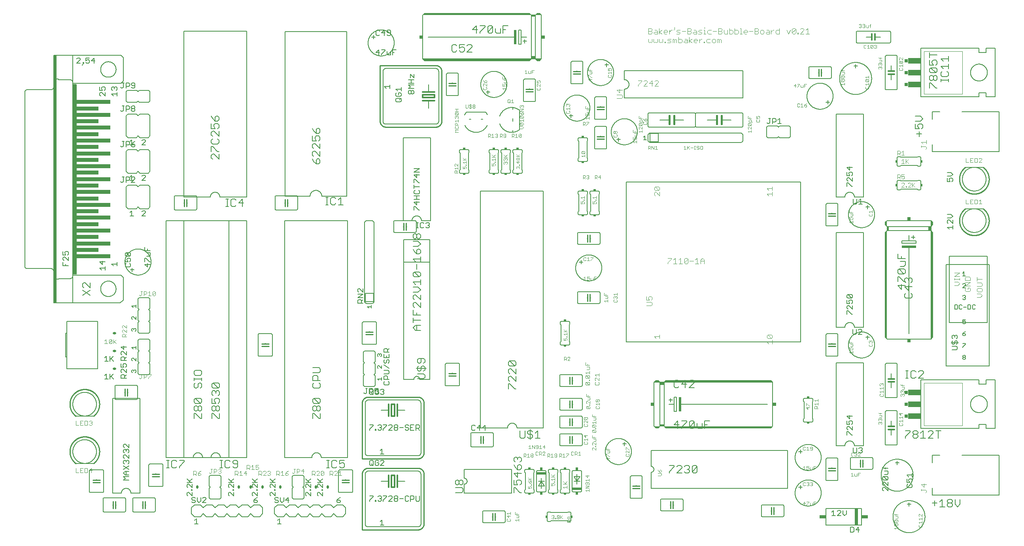
<source format=gto>
G04 EAGLE Gerber RS-274X export*
G75*
%MOMM*%
%FSLAX34Y34*%
%LPD*%
%INSilkscreen Top*%
%IPPOS*%
%AMOC8*
5,1,8,0,0,1.08239X$1,22.5*%
G01*
%ADD10C,0.101600*%
%ADD11C,0.152400*%
%ADD12C,0.050800*%
%ADD13R,0.635000X0.762000*%
%ADD14R,2.794000X1.270000*%
%ADD15C,0.177800*%
%ADD16C,0.076200*%
%ADD17C,0.304800*%
%ADD18R,0.508000X0.381000*%
%ADD19C,0.254000*%
%ADD20C,0.127000*%
%ADD21C,0.406400*%
%ADD22R,2.032000X0.508000*%
%ADD23R,0.508000X0.635000*%
%ADD24R,0.381000X0.508000*%
%ADD25R,0.508000X3.048000*%
%ADD26R,0.762000X0.762000*%
%ADD27R,3.048000X0.508000*%
%ADD28C,0.203200*%
%ADD29C,0.508000*%
%ADD30R,0.762000X40.640000*%
%ADD31R,0.508000X53.086000*%
%ADD32R,7.239000X0.812800*%
%ADD33R,4.699000X0.812800*%
%ADD34R,0.635000X3.556000*%
%ADD35R,1.397000X0.762000*%


D10*
X1245108Y1073658D02*
X1245108Y1085352D01*
X1250955Y1085352D01*
X1252904Y1083403D01*
X1252904Y1081454D01*
X1250955Y1079505D01*
X1252904Y1077556D01*
X1252904Y1075607D01*
X1250955Y1073658D01*
X1245108Y1073658D01*
X1245108Y1079505D02*
X1250955Y1079505D01*
X1258751Y1081454D02*
X1262649Y1081454D01*
X1264598Y1079505D01*
X1264598Y1073658D01*
X1258751Y1073658D01*
X1256802Y1075607D01*
X1258751Y1077556D01*
X1264598Y1077556D01*
X1268496Y1073658D02*
X1268496Y1085352D01*
X1268496Y1077556D02*
X1274343Y1073658D01*
X1268496Y1077556D02*
X1274343Y1081454D01*
X1280190Y1073658D02*
X1284088Y1073658D01*
X1280190Y1073658D02*
X1278241Y1075607D01*
X1278241Y1079505D01*
X1280190Y1081454D01*
X1284088Y1081454D01*
X1286037Y1079505D01*
X1286037Y1077556D01*
X1278241Y1077556D01*
X1289935Y1073658D02*
X1289935Y1081454D01*
X1289935Y1077556D02*
X1293833Y1081454D01*
X1295782Y1081454D01*
X1301629Y1083403D02*
X1301629Y1087301D01*
X1301629Y1083403D02*
X1299680Y1081454D01*
X1305527Y1073658D02*
X1311374Y1073658D01*
X1313323Y1075607D01*
X1311374Y1077556D01*
X1307476Y1077556D01*
X1305527Y1079505D01*
X1307476Y1081454D01*
X1313323Y1081454D01*
X1317221Y1079505D02*
X1325017Y1079505D01*
X1328915Y1073658D02*
X1328915Y1085352D01*
X1334762Y1085352D01*
X1336711Y1083403D01*
X1336711Y1081454D01*
X1334762Y1079505D01*
X1336711Y1077556D01*
X1336711Y1075607D01*
X1334762Y1073658D01*
X1328915Y1073658D01*
X1328915Y1079505D02*
X1334762Y1079505D01*
X1342558Y1081454D02*
X1346456Y1081454D01*
X1348405Y1079505D01*
X1348405Y1073658D01*
X1342558Y1073658D01*
X1340609Y1075607D01*
X1342558Y1077556D01*
X1348405Y1077556D01*
X1352303Y1073658D02*
X1358150Y1073658D01*
X1360099Y1075607D01*
X1358150Y1077556D01*
X1354252Y1077556D01*
X1352303Y1079505D01*
X1354252Y1081454D01*
X1360099Y1081454D01*
X1363997Y1081454D02*
X1365946Y1081454D01*
X1365946Y1073658D01*
X1363997Y1073658D02*
X1367895Y1073658D01*
X1365946Y1085352D02*
X1365946Y1087301D01*
X1373742Y1081454D02*
X1379589Y1081454D01*
X1373742Y1081454D02*
X1371793Y1079505D01*
X1371793Y1075607D01*
X1373742Y1073658D01*
X1379589Y1073658D01*
X1383487Y1079505D02*
X1391283Y1079505D01*
X1395181Y1073658D02*
X1395181Y1085352D01*
X1401028Y1085352D01*
X1402977Y1083403D01*
X1402977Y1081454D01*
X1401028Y1079505D01*
X1402977Y1077556D01*
X1402977Y1075607D01*
X1401028Y1073658D01*
X1395181Y1073658D01*
X1395181Y1079505D02*
X1401028Y1079505D01*
X1406875Y1081454D02*
X1406875Y1075607D01*
X1408824Y1073658D01*
X1414671Y1073658D01*
X1414671Y1081454D01*
X1418569Y1085352D02*
X1418569Y1073658D01*
X1424415Y1073658D01*
X1426364Y1075607D01*
X1426364Y1079505D01*
X1424415Y1081454D01*
X1418569Y1081454D01*
X1430262Y1085352D02*
X1430262Y1073658D01*
X1436109Y1073658D01*
X1438058Y1075607D01*
X1438058Y1079505D01*
X1436109Y1081454D01*
X1430262Y1081454D01*
X1441956Y1085352D02*
X1443905Y1085352D01*
X1443905Y1073658D01*
X1441956Y1073658D02*
X1445854Y1073658D01*
X1451701Y1073658D02*
X1455599Y1073658D01*
X1451701Y1073658D02*
X1449752Y1075607D01*
X1449752Y1079505D01*
X1451701Y1081454D01*
X1455599Y1081454D01*
X1457548Y1079505D01*
X1457548Y1077556D01*
X1449752Y1077556D01*
X1461446Y1079505D02*
X1469242Y1079505D01*
X1473140Y1073658D02*
X1473140Y1085352D01*
X1478987Y1085352D01*
X1480936Y1083403D01*
X1480936Y1081454D01*
X1478987Y1079505D01*
X1480936Y1077556D01*
X1480936Y1075607D01*
X1478987Y1073658D01*
X1473140Y1073658D01*
X1473140Y1079505D02*
X1478987Y1079505D01*
X1486783Y1073658D02*
X1490681Y1073658D01*
X1492630Y1075607D01*
X1492630Y1079505D01*
X1490681Y1081454D01*
X1486783Y1081454D01*
X1484834Y1079505D01*
X1484834Y1075607D01*
X1486783Y1073658D01*
X1498477Y1081454D02*
X1502375Y1081454D01*
X1504324Y1079505D01*
X1504324Y1073658D01*
X1498477Y1073658D01*
X1496528Y1075607D01*
X1498477Y1077556D01*
X1504324Y1077556D01*
X1508222Y1073658D02*
X1508222Y1081454D01*
X1508222Y1077556D02*
X1512120Y1081454D01*
X1514069Y1081454D01*
X1525763Y1085352D02*
X1525763Y1073658D01*
X1519916Y1073658D01*
X1517967Y1075607D01*
X1517967Y1079505D01*
X1519916Y1081454D01*
X1525763Y1081454D01*
X1541355Y1081454D02*
X1545253Y1073658D01*
X1549151Y1081454D01*
X1553049Y1083403D02*
X1553049Y1075607D01*
X1553049Y1083403D02*
X1554998Y1085352D01*
X1558896Y1085352D01*
X1560845Y1083403D01*
X1560845Y1075607D01*
X1558896Y1073658D01*
X1554998Y1073658D01*
X1553049Y1075607D01*
X1560845Y1083403D01*
X1564743Y1075607D02*
X1564743Y1073658D01*
X1564743Y1075607D02*
X1566692Y1075607D01*
X1566692Y1073658D01*
X1564743Y1073658D01*
X1570590Y1073658D02*
X1578386Y1073658D01*
X1570590Y1073658D02*
X1578386Y1081454D01*
X1578386Y1083403D01*
X1576437Y1085352D01*
X1572539Y1085352D01*
X1570590Y1083403D01*
X1582284Y1081454D02*
X1586182Y1085352D01*
X1586182Y1073658D01*
X1582284Y1073658D02*
X1590080Y1073658D01*
X1245108Y1062404D02*
X1245108Y1056557D01*
X1247057Y1054608D01*
X1249006Y1056557D01*
X1250955Y1054608D01*
X1252904Y1056557D01*
X1252904Y1062404D01*
X1256802Y1062404D02*
X1256802Y1056557D01*
X1258751Y1054608D01*
X1260700Y1056557D01*
X1262649Y1054608D01*
X1264598Y1056557D01*
X1264598Y1062404D01*
X1268496Y1062404D02*
X1268496Y1056557D01*
X1270445Y1054608D01*
X1272394Y1056557D01*
X1274343Y1054608D01*
X1276292Y1056557D01*
X1276292Y1062404D01*
X1280190Y1056557D02*
X1280190Y1054608D01*
X1280190Y1056557D02*
X1282139Y1056557D01*
X1282139Y1054608D01*
X1280190Y1054608D01*
X1286037Y1054608D02*
X1291884Y1054608D01*
X1293833Y1056557D01*
X1291884Y1058506D01*
X1287986Y1058506D01*
X1286037Y1060455D01*
X1287986Y1062404D01*
X1293833Y1062404D01*
X1297731Y1062404D02*
X1297731Y1054608D01*
X1297731Y1062404D02*
X1299680Y1062404D01*
X1301629Y1060455D01*
X1301629Y1054608D01*
X1301629Y1060455D02*
X1303578Y1062404D01*
X1305527Y1060455D01*
X1305527Y1054608D01*
X1309425Y1054608D02*
X1309425Y1066302D01*
X1309425Y1054608D02*
X1315272Y1054608D01*
X1317221Y1056557D01*
X1317221Y1060455D01*
X1315272Y1062404D01*
X1309425Y1062404D01*
X1323068Y1062404D02*
X1326966Y1062404D01*
X1328915Y1060455D01*
X1328915Y1054608D01*
X1323068Y1054608D01*
X1321119Y1056557D01*
X1323068Y1058506D01*
X1328915Y1058506D01*
X1332813Y1054608D02*
X1332813Y1066302D01*
X1332813Y1058506D02*
X1338660Y1054608D01*
X1332813Y1058506D02*
X1338660Y1062404D01*
X1344507Y1054608D02*
X1348405Y1054608D01*
X1344507Y1054608D02*
X1342558Y1056557D01*
X1342558Y1060455D01*
X1344507Y1062404D01*
X1348405Y1062404D01*
X1350354Y1060455D01*
X1350354Y1058506D01*
X1342558Y1058506D01*
X1354252Y1054608D02*
X1354252Y1062404D01*
X1354252Y1058506D02*
X1358150Y1062404D01*
X1360099Y1062404D01*
X1363997Y1056557D02*
X1363997Y1054608D01*
X1363997Y1056557D02*
X1365946Y1056557D01*
X1365946Y1054608D01*
X1363997Y1054608D01*
X1371793Y1062404D02*
X1377640Y1062404D01*
X1371793Y1062404D02*
X1369844Y1060455D01*
X1369844Y1056557D01*
X1371793Y1054608D01*
X1377640Y1054608D01*
X1383487Y1054608D02*
X1387385Y1054608D01*
X1389334Y1056557D01*
X1389334Y1060455D01*
X1387385Y1062404D01*
X1383487Y1062404D01*
X1381538Y1060455D01*
X1381538Y1056557D01*
X1383487Y1054608D01*
X1393232Y1054608D02*
X1393232Y1062404D01*
X1395181Y1062404D01*
X1397130Y1060455D01*
X1397130Y1054608D01*
X1397130Y1060455D02*
X1399079Y1062404D01*
X1401028Y1060455D01*
X1401028Y1054608D01*
D11*
X1824983Y864194D02*
X1824983Y853347D01*
X1819560Y858771D02*
X1830406Y858771D01*
X1816848Y869719D02*
X1816848Y880565D01*
X1816848Y869719D02*
X1824983Y869719D01*
X1822271Y875142D01*
X1822271Y877854D01*
X1824983Y880565D01*
X1830406Y880565D01*
X1833118Y877854D01*
X1833118Y872430D01*
X1830406Y869719D01*
X1827695Y886090D02*
X1816848Y886090D01*
X1827695Y886090D02*
X1833118Y891514D01*
X1827695Y896937D01*
X1816848Y896937D01*
X1852976Y67317D02*
X1863822Y67317D01*
X1858399Y72740D02*
X1858399Y61894D01*
X1869347Y70029D02*
X1874771Y75452D01*
X1874771Y59182D01*
X1880194Y59182D02*
X1869347Y59182D01*
X1885719Y72740D02*
X1888430Y75452D01*
X1893854Y75452D01*
X1896565Y72740D01*
X1896565Y70029D01*
X1893854Y67317D01*
X1896565Y64605D01*
X1896565Y61894D01*
X1893854Y59182D01*
X1888430Y59182D01*
X1885719Y61894D01*
X1885719Y64605D01*
X1888430Y67317D01*
X1885719Y70029D01*
X1885719Y72740D01*
X1888430Y67317D02*
X1893854Y67317D01*
X1902090Y64605D02*
X1902090Y75452D01*
X1902090Y64605D02*
X1907514Y59182D01*
X1912937Y64605D01*
X1912937Y75452D01*
X1828800Y938530D02*
X1828800Y1042670D01*
X1987550Y1042670D02*
X1987550Y938530D01*
X1953260Y938530D02*
X1828800Y938530D01*
X1953260Y938530D02*
X1953260Y947420D01*
X1968500Y947420D01*
X1968500Y938530D01*
X1987550Y938530D01*
X1953260Y1042670D02*
X1828800Y1042670D01*
X1953260Y1042670D02*
X1953260Y1033780D01*
X1968500Y1033780D01*
X1968500Y1042670D01*
X1987550Y1042670D01*
D12*
X1835150Y1036320D02*
X1835150Y944880D01*
X1917700Y944880D01*
X1917700Y1036320D01*
X1835150Y1036320D01*
D11*
X1935226Y990600D02*
X1935231Y991043D01*
X1935248Y991485D01*
X1935275Y991927D01*
X1935313Y992368D01*
X1935362Y992808D01*
X1935421Y993246D01*
X1935492Y993683D01*
X1935573Y994118D01*
X1935664Y994551D01*
X1935766Y994982D01*
X1935879Y995410D01*
X1936003Y995835D01*
X1936136Y996257D01*
X1936280Y996675D01*
X1936434Y997090D01*
X1936599Y997501D01*
X1936773Y997908D01*
X1936957Y998311D01*
X1937152Y998708D01*
X1937355Y999101D01*
X1937569Y999489D01*
X1937792Y999871D01*
X1938024Y1000248D01*
X1938265Y1000619D01*
X1938516Y1000984D01*
X1938775Y1001343D01*
X1939043Y1001695D01*
X1939320Y1002041D01*
X1939604Y1002379D01*
X1939898Y1002711D01*
X1940199Y1003035D01*
X1940508Y1003352D01*
X1940825Y1003661D01*
X1941149Y1003962D01*
X1941481Y1004256D01*
X1941819Y1004540D01*
X1942165Y1004817D01*
X1942517Y1005085D01*
X1942876Y1005344D01*
X1943241Y1005595D01*
X1943612Y1005836D01*
X1943989Y1006068D01*
X1944371Y1006291D01*
X1944759Y1006505D01*
X1945152Y1006708D01*
X1945549Y1006903D01*
X1945952Y1007087D01*
X1946359Y1007261D01*
X1946770Y1007426D01*
X1947185Y1007580D01*
X1947603Y1007724D01*
X1948025Y1007857D01*
X1948450Y1007981D01*
X1948878Y1008094D01*
X1949309Y1008196D01*
X1949742Y1008287D01*
X1950177Y1008368D01*
X1950614Y1008439D01*
X1951052Y1008498D01*
X1951492Y1008547D01*
X1951933Y1008585D01*
X1952375Y1008612D01*
X1952817Y1008629D01*
X1953260Y1008634D01*
X1953703Y1008629D01*
X1954145Y1008612D01*
X1954587Y1008585D01*
X1955028Y1008547D01*
X1955468Y1008498D01*
X1955906Y1008439D01*
X1956343Y1008368D01*
X1956778Y1008287D01*
X1957211Y1008196D01*
X1957642Y1008094D01*
X1958070Y1007981D01*
X1958495Y1007857D01*
X1958917Y1007724D01*
X1959335Y1007580D01*
X1959750Y1007426D01*
X1960161Y1007261D01*
X1960568Y1007087D01*
X1960971Y1006903D01*
X1961368Y1006708D01*
X1961761Y1006505D01*
X1962149Y1006291D01*
X1962531Y1006068D01*
X1962908Y1005836D01*
X1963279Y1005595D01*
X1963644Y1005344D01*
X1964003Y1005085D01*
X1964355Y1004817D01*
X1964701Y1004540D01*
X1965039Y1004256D01*
X1965371Y1003962D01*
X1965695Y1003661D01*
X1966012Y1003352D01*
X1966321Y1003035D01*
X1966622Y1002711D01*
X1966916Y1002379D01*
X1967200Y1002041D01*
X1967477Y1001695D01*
X1967745Y1001343D01*
X1968004Y1000984D01*
X1968255Y1000619D01*
X1968496Y1000248D01*
X1968728Y999871D01*
X1968951Y999489D01*
X1969165Y999101D01*
X1969368Y998708D01*
X1969563Y998311D01*
X1969747Y997908D01*
X1969921Y997501D01*
X1970086Y997090D01*
X1970240Y996675D01*
X1970384Y996257D01*
X1970517Y995835D01*
X1970641Y995410D01*
X1970754Y994982D01*
X1970856Y994551D01*
X1970947Y994118D01*
X1971028Y993683D01*
X1971099Y993246D01*
X1971158Y992808D01*
X1971207Y992368D01*
X1971245Y991927D01*
X1971272Y991485D01*
X1971289Y991043D01*
X1971294Y990600D01*
X1971289Y990157D01*
X1971272Y989715D01*
X1971245Y989273D01*
X1971207Y988832D01*
X1971158Y988392D01*
X1971099Y987954D01*
X1971028Y987517D01*
X1970947Y987082D01*
X1970856Y986649D01*
X1970754Y986218D01*
X1970641Y985790D01*
X1970517Y985365D01*
X1970384Y984943D01*
X1970240Y984525D01*
X1970086Y984110D01*
X1969921Y983699D01*
X1969747Y983292D01*
X1969563Y982889D01*
X1969368Y982492D01*
X1969165Y982099D01*
X1968951Y981711D01*
X1968728Y981329D01*
X1968496Y980952D01*
X1968255Y980581D01*
X1968004Y980216D01*
X1967745Y979857D01*
X1967477Y979505D01*
X1967200Y979159D01*
X1966916Y978821D01*
X1966622Y978489D01*
X1966321Y978165D01*
X1966012Y977848D01*
X1965695Y977539D01*
X1965371Y977238D01*
X1965039Y976944D01*
X1964701Y976660D01*
X1964355Y976383D01*
X1964003Y976115D01*
X1963644Y975856D01*
X1963279Y975605D01*
X1962908Y975364D01*
X1962531Y975132D01*
X1962149Y974909D01*
X1961761Y974695D01*
X1961368Y974492D01*
X1960971Y974297D01*
X1960568Y974113D01*
X1960161Y973939D01*
X1959750Y973774D01*
X1959335Y973620D01*
X1958917Y973476D01*
X1958495Y973343D01*
X1958070Y973219D01*
X1957642Y973106D01*
X1957211Y973004D01*
X1956778Y972913D01*
X1956343Y972832D01*
X1955906Y972761D01*
X1955468Y972702D01*
X1955028Y972653D01*
X1954587Y972615D01*
X1954145Y972588D01*
X1953703Y972571D01*
X1953260Y972566D01*
X1952817Y972571D01*
X1952375Y972588D01*
X1951933Y972615D01*
X1951492Y972653D01*
X1951052Y972702D01*
X1950614Y972761D01*
X1950177Y972832D01*
X1949742Y972913D01*
X1949309Y973004D01*
X1948878Y973106D01*
X1948450Y973219D01*
X1948025Y973343D01*
X1947603Y973476D01*
X1947185Y973620D01*
X1946770Y973774D01*
X1946359Y973939D01*
X1945952Y974113D01*
X1945549Y974297D01*
X1945152Y974492D01*
X1944759Y974695D01*
X1944371Y974909D01*
X1943989Y975132D01*
X1943612Y975364D01*
X1943241Y975605D01*
X1942876Y975856D01*
X1942517Y976115D01*
X1942165Y976383D01*
X1941819Y976660D01*
X1941481Y976944D01*
X1941149Y977238D01*
X1940825Y977539D01*
X1940508Y977848D01*
X1940199Y978165D01*
X1939898Y978489D01*
X1939604Y978821D01*
X1939320Y979159D01*
X1939043Y979505D01*
X1938775Y979857D01*
X1938516Y980216D01*
X1938265Y980581D01*
X1938024Y980952D01*
X1937792Y981329D01*
X1937569Y981711D01*
X1937355Y982099D01*
X1937152Y982492D01*
X1936957Y982889D01*
X1936773Y983292D01*
X1936599Y983699D01*
X1936434Y984110D01*
X1936280Y984525D01*
X1936136Y984943D01*
X1936003Y985365D01*
X1935879Y985790D01*
X1935766Y986218D01*
X1935664Y986649D01*
X1935573Y987082D01*
X1935492Y987517D01*
X1935421Y987954D01*
X1935362Y988392D01*
X1935313Y988832D01*
X1935275Y989273D01*
X1935248Y989715D01*
X1935231Y990157D01*
X1935226Y990600D01*
D13*
X1797685Y965200D03*
X1797685Y990600D03*
X1797685Y1016000D03*
D14*
X1814830Y1016000D03*
X1814830Y990600D03*
X1814830Y965200D03*
D15*
X1887601Y971169D02*
X1887601Y976508D01*
X1887601Y973838D02*
X1871585Y973838D01*
X1871585Y971169D02*
X1871585Y976508D01*
X1871585Y990091D02*
X1874255Y992761D01*
X1871585Y990091D02*
X1871585Y984753D01*
X1874255Y982083D01*
X1884932Y982083D01*
X1887601Y984753D01*
X1887601Y990091D01*
X1884932Y992761D01*
X1876924Y998455D02*
X1871585Y1003794D01*
X1887601Y1003794D01*
X1887601Y1009132D02*
X1887601Y998455D01*
X1876924Y1014827D02*
X1871585Y1020165D01*
X1887601Y1020165D01*
X1887601Y1014827D02*
X1887601Y1025504D01*
X1847455Y967876D02*
X1847455Y957199D01*
X1847455Y967876D02*
X1850125Y967876D01*
X1860802Y957199D01*
X1863471Y957199D01*
X1850125Y973571D02*
X1847455Y976240D01*
X1847455Y981578D01*
X1850125Y984248D01*
X1852794Y984248D01*
X1855463Y981578D01*
X1858132Y984248D01*
X1860802Y984248D01*
X1863471Y981578D01*
X1863471Y976240D01*
X1860802Y973571D01*
X1858132Y973571D01*
X1855463Y976240D01*
X1852794Y973571D01*
X1850125Y973571D01*
X1855463Y976240D02*
X1855463Y981578D01*
X1860802Y989942D02*
X1850125Y989942D01*
X1847455Y992611D01*
X1847455Y997950D01*
X1850125Y1000619D01*
X1860802Y1000619D01*
X1863471Y997950D01*
X1863471Y992611D01*
X1860802Y989942D01*
X1850125Y1000619D01*
X1847455Y1006314D02*
X1847455Y1016991D01*
X1847455Y1006314D02*
X1855463Y1006314D01*
X1852794Y1011652D01*
X1852794Y1014322D01*
X1855463Y1016991D01*
X1860802Y1016991D01*
X1863471Y1014322D01*
X1863471Y1008983D01*
X1860802Y1006314D01*
X1863471Y1028024D02*
X1847455Y1028024D01*
X1847455Y1033362D02*
X1847455Y1022685D01*
D11*
X1689100Y1008380D02*
X1689100Y1000760D01*
X1685290Y1004570D02*
X1692910Y1004570D01*
X1654810Y977900D02*
X1654820Y978742D01*
X1654851Y979583D01*
X1654903Y980423D01*
X1654975Y981261D01*
X1655068Y982097D01*
X1655181Y982931D01*
X1655315Y983762D01*
X1655469Y984590D01*
X1655643Y985413D01*
X1655838Y986232D01*
X1656052Y987046D01*
X1656287Y987854D01*
X1656541Y988656D01*
X1656814Y989452D01*
X1657108Y990241D01*
X1657420Y991022D01*
X1657752Y991796D01*
X1658102Y992561D01*
X1658471Y993317D01*
X1658859Y994064D01*
X1659265Y994801D01*
X1659688Y995529D01*
X1660130Y996245D01*
X1660589Y996951D01*
X1661065Y997644D01*
X1661558Y998327D01*
X1662068Y998996D01*
X1662593Y999653D01*
X1663135Y1000297D01*
X1663693Y1000928D01*
X1664266Y1001544D01*
X1664853Y1002147D01*
X1665456Y1002734D01*
X1666072Y1003307D01*
X1666703Y1003865D01*
X1667347Y1004407D01*
X1668004Y1004932D01*
X1668673Y1005442D01*
X1669356Y1005935D01*
X1670049Y1006411D01*
X1670755Y1006870D01*
X1671471Y1007312D01*
X1672199Y1007735D01*
X1672936Y1008141D01*
X1673683Y1008529D01*
X1674439Y1008898D01*
X1675204Y1009248D01*
X1675978Y1009580D01*
X1676759Y1009892D01*
X1677548Y1010186D01*
X1678344Y1010459D01*
X1679146Y1010713D01*
X1679954Y1010948D01*
X1680768Y1011162D01*
X1681587Y1011357D01*
X1682410Y1011531D01*
X1683238Y1011685D01*
X1684069Y1011819D01*
X1684903Y1011932D01*
X1685739Y1012025D01*
X1686577Y1012097D01*
X1687417Y1012149D01*
X1688258Y1012180D01*
X1689100Y1012190D01*
X1689942Y1012180D01*
X1690783Y1012149D01*
X1691623Y1012097D01*
X1692461Y1012025D01*
X1693297Y1011932D01*
X1694131Y1011819D01*
X1694962Y1011685D01*
X1695790Y1011531D01*
X1696613Y1011357D01*
X1697432Y1011162D01*
X1698246Y1010948D01*
X1699054Y1010713D01*
X1699856Y1010459D01*
X1700652Y1010186D01*
X1701441Y1009892D01*
X1702222Y1009580D01*
X1702996Y1009248D01*
X1703761Y1008898D01*
X1704517Y1008529D01*
X1705264Y1008141D01*
X1706001Y1007735D01*
X1706729Y1007312D01*
X1707445Y1006870D01*
X1708151Y1006411D01*
X1708844Y1005935D01*
X1709527Y1005442D01*
X1710196Y1004932D01*
X1710853Y1004407D01*
X1711497Y1003865D01*
X1712128Y1003307D01*
X1712744Y1002734D01*
X1713347Y1002147D01*
X1713934Y1001544D01*
X1714507Y1000928D01*
X1715065Y1000297D01*
X1715607Y999653D01*
X1716132Y998996D01*
X1716642Y998327D01*
X1717135Y997644D01*
X1717611Y996951D01*
X1718070Y996245D01*
X1718512Y995529D01*
X1718935Y994801D01*
X1719341Y994064D01*
X1719729Y993317D01*
X1720098Y992561D01*
X1720448Y991796D01*
X1720780Y991022D01*
X1721092Y990241D01*
X1721386Y989452D01*
X1721659Y988656D01*
X1721913Y987854D01*
X1722148Y987046D01*
X1722362Y986232D01*
X1722557Y985413D01*
X1722731Y984590D01*
X1722885Y983762D01*
X1723019Y982931D01*
X1723132Y982097D01*
X1723225Y981261D01*
X1723297Y980423D01*
X1723349Y979583D01*
X1723380Y978742D01*
X1723390Y977900D01*
X1723380Y977058D01*
X1723349Y976217D01*
X1723297Y975377D01*
X1723225Y974539D01*
X1723132Y973703D01*
X1723019Y972869D01*
X1722885Y972038D01*
X1722731Y971210D01*
X1722557Y970387D01*
X1722362Y969568D01*
X1722148Y968754D01*
X1721913Y967946D01*
X1721659Y967144D01*
X1721386Y966348D01*
X1721092Y965559D01*
X1720780Y964778D01*
X1720448Y964004D01*
X1720098Y963239D01*
X1719729Y962483D01*
X1719341Y961736D01*
X1718935Y960999D01*
X1718512Y960271D01*
X1718070Y959555D01*
X1717611Y958849D01*
X1717135Y958156D01*
X1716642Y957473D01*
X1716132Y956804D01*
X1715607Y956147D01*
X1715065Y955503D01*
X1714507Y954872D01*
X1713934Y954256D01*
X1713347Y953653D01*
X1712744Y953066D01*
X1712128Y952493D01*
X1711497Y951935D01*
X1710853Y951393D01*
X1710196Y950868D01*
X1709527Y950358D01*
X1708844Y949865D01*
X1708151Y949389D01*
X1707445Y948930D01*
X1706729Y948488D01*
X1706001Y948065D01*
X1705264Y947659D01*
X1704517Y947271D01*
X1703761Y946902D01*
X1702996Y946552D01*
X1702222Y946220D01*
X1701441Y945908D01*
X1700652Y945614D01*
X1699856Y945341D01*
X1699054Y945087D01*
X1698246Y944852D01*
X1697432Y944638D01*
X1696613Y944443D01*
X1695790Y944269D01*
X1694962Y944115D01*
X1694131Y943981D01*
X1693297Y943868D01*
X1692461Y943775D01*
X1691623Y943703D01*
X1690783Y943651D01*
X1689942Y943620D01*
X1689100Y943610D01*
X1688258Y943620D01*
X1687417Y943651D01*
X1686577Y943703D01*
X1685739Y943775D01*
X1684903Y943868D01*
X1684069Y943981D01*
X1683238Y944115D01*
X1682410Y944269D01*
X1681587Y944443D01*
X1680768Y944638D01*
X1679954Y944852D01*
X1679146Y945087D01*
X1678344Y945341D01*
X1677548Y945614D01*
X1676759Y945908D01*
X1675978Y946220D01*
X1675204Y946552D01*
X1674439Y946902D01*
X1673683Y947271D01*
X1672936Y947659D01*
X1672199Y948065D01*
X1671471Y948488D01*
X1670755Y948930D01*
X1670049Y949389D01*
X1669356Y949865D01*
X1668673Y950358D01*
X1668004Y950868D01*
X1667347Y951393D01*
X1666703Y951935D01*
X1666072Y952493D01*
X1665456Y953066D01*
X1664853Y953653D01*
X1664266Y954256D01*
X1663693Y954872D01*
X1663135Y955503D01*
X1662593Y956147D01*
X1662068Y956804D01*
X1661558Y957473D01*
X1661065Y958156D01*
X1660589Y958849D01*
X1660130Y959555D01*
X1659688Y960271D01*
X1659265Y960999D01*
X1658859Y961736D01*
X1658471Y962483D01*
X1658102Y963239D01*
X1657752Y964004D01*
X1657420Y964778D01*
X1657108Y965559D01*
X1656814Y966348D01*
X1656541Y967144D01*
X1656287Y967946D01*
X1656052Y968754D01*
X1655838Y969568D01*
X1655643Y970387D01*
X1655469Y971210D01*
X1655315Y972038D01*
X1655181Y972869D01*
X1655068Y973703D01*
X1654975Y974539D01*
X1654903Y975377D01*
X1654851Y976217D01*
X1654820Y977058D01*
X1654810Y977900D01*
D16*
X1709795Y959651D02*
X1711023Y960879D01*
X1709795Y959651D02*
X1709795Y957193D01*
X1711023Y955964D01*
X1715938Y955964D01*
X1717167Y957193D01*
X1717167Y959651D01*
X1715938Y960879D01*
X1712252Y963449D02*
X1709795Y965906D01*
X1717167Y965906D01*
X1717167Y963449D02*
X1717167Y968363D01*
X1715938Y970933D02*
X1711023Y970933D01*
X1709795Y972161D01*
X1709795Y974619D01*
X1711023Y975848D01*
X1715938Y975848D01*
X1717167Y974619D01*
X1717167Y972161D01*
X1715938Y970933D01*
X1711023Y975848D01*
X1712252Y978417D02*
X1709795Y980874D01*
X1717167Y980874D01*
X1717167Y978417D02*
X1717167Y983332D01*
X1660182Y963675D02*
X1657725Y966132D01*
X1665097Y966132D01*
X1665097Y963675D02*
X1665097Y968590D01*
X1663868Y971159D02*
X1658953Y971159D01*
X1657725Y972388D01*
X1657725Y974845D01*
X1658953Y976074D01*
X1663868Y976074D01*
X1665097Y974845D01*
X1665097Y972388D01*
X1663868Y971159D01*
X1658953Y976074D01*
X1658953Y978643D02*
X1663868Y978643D01*
X1658953Y978643D02*
X1657725Y979872D01*
X1657725Y982329D01*
X1658953Y983558D01*
X1663868Y983558D01*
X1665097Y982329D01*
X1665097Y979872D01*
X1663868Y978643D01*
X1658953Y983558D01*
X1660182Y986127D02*
X1663868Y986127D01*
X1665097Y987356D01*
X1665097Y991042D01*
X1660182Y991042D01*
X1658953Y994840D02*
X1665097Y994840D01*
X1658953Y994840D02*
X1657725Y996069D01*
X1661411Y996069D02*
X1661411Y993612D01*
D17*
X1765300Y993648D02*
X1771650Y993648D01*
X1765300Y993648D02*
X1758950Y993648D01*
D11*
X1765300Y993648D02*
X1765300Y1005840D01*
D17*
X1765300Y987298D02*
X1771650Y987298D01*
X1765300Y987298D02*
X1758950Y987298D01*
D11*
X1765300Y987298D02*
X1765300Y975360D01*
X1775460Y1027430D02*
X1755140Y1027430D01*
X1752600Y1024890D02*
X1752600Y956310D01*
X1755140Y953770D02*
X1775460Y953770D01*
X1778000Y956310D02*
X1778000Y1024890D01*
X1778000Y956310D02*
X1777998Y956210D01*
X1777992Y956111D01*
X1777982Y956011D01*
X1777969Y955913D01*
X1777951Y955814D01*
X1777930Y955717D01*
X1777905Y955621D01*
X1777876Y955525D01*
X1777843Y955431D01*
X1777807Y955338D01*
X1777767Y955247D01*
X1777723Y955157D01*
X1777676Y955069D01*
X1777626Y954983D01*
X1777572Y954899D01*
X1777515Y954817D01*
X1777455Y954738D01*
X1777391Y954660D01*
X1777325Y954586D01*
X1777256Y954514D01*
X1777184Y954445D01*
X1777110Y954379D01*
X1777032Y954315D01*
X1776953Y954255D01*
X1776871Y954198D01*
X1776787Y954144D01*
X1776701Y954094D01*
X1776613Y954047D01*
X1776523Y954003D01*
X1776432Y953963D01*
X1776339Y953927D01*
X1776245Y953894D01*
X1776149Y953865D01*
X1776053Y953840D01*
X1775956Y953819D01*
X1775857Y953801D01*
X1775759Y953788D01*
X1775659Y953778D01*
X1775560Y953772D01*
X1775460Y953770D01*
X1755140Y953770D02*
X1755040Y953772D01*
X1754941Y953778D01*
X1754841Y953788D01*
X1754743Y953801D01*
X1754644Y953819D01*
X1754547Y953840D01*
X1754451Y953865D01*
X1754355Y953894D01*
X1754261Y953927D01*
X1754168Y953963D01*
X1754077Y954003D01*
X1753987Y954047D01*
X1753899Y954094D01*
X1753813Y954144D01*
X1753729Y954198D01*
X1753647Y954255D01*
X1753568Y954315D01*
X1753490Y954379D01*
X1753416Y954445D01*
X1753344Y954514D01*
X1753275Y954586D01*
X1753209Y954660D01*
X1753145Y954738D01*
X1753085Y954817D01*
X1753028Y954899D01*
X1752974Y954983D01*
X1752924Y955069D01*
X1752877Y955157D01*
X1752833Y955247D01*
X1752793Y955338D01*
X1752757Y955431D01*
X1752724Y955525D01*
X1752695Y955621D01*
X1752670Y955717D01*
X1752649Y955814D01*
X1752631Y955913D01*
X1752618Y956011D01*
X1752608Y956111D01*
X1752602Y956210D01*
X1752600Y956310D01*
X1752600Y1024890D02*
X1752602Y1024990D01*
X1752608Y1025089D01*
X1752618Y1025189D01*
X1752631Y1025287D01*
X1752649Y1025386D01*
X1752670Y1025483D01*
X1752695Y1025579D01*
X1752724Y1025675D01*
X1752757Y1025769D01*
X1752793Y1025862D01*
X1752833Y1025953D01*
X1752877Y1026043D01*
X1752924Y1026131D01*
X1752974Y1026217D01*
X1753028Y1026301D01*
X1753085Y1026383D01*
X1753145Y1026462D01*
X1753209Y1026540D01*
X1753275Y1026614D01*
X1753344Y1026686D01*
X1753416Y1026755D01*
X1753490Y1026821D01*
X1753568Y1026885D01*
X1753647Y1026945D01*
X1753729Y1027002D01*
X1753813Y1027056D01*
X1753899Y1027106D01*
X1753987Y1027153D01*
X1754077Y1027197D01*
X1754168Y1027237D01*
X1754261Y1027273D01*
X1754355Y1027306D01*
X1754451Y1027335D01*
X1754547Y1027360D01*
X1754644Y1027381D01*
X1754743Y1027399D01*
X1754841Y1027412D01*
X1754941Y1027422D01*
X1755040Y1027428D01*
X1755140Y1027430D01*
X1775460Y1027430D02*
X1775560Y1027428D01*
X1775659Y1027422D01*
X1775759Y1027412D01*
X1775857Y1027399D01*
X1775956Y1027381D01*
X1776053Y1027360D01*
X1776149Y1027335D01*
X1776245Y1027306D01*
X1776339Y1027273D01*
X1776432Y1027237D01*
X1776523Y1027197D01*
X1776613Y1027153D01*
X1776701Y1027106D01*
X1776787Y1027056D01*
X1776871Y1027002D01*
X1776953Y1026945D01*
X1777032Y1026885D01*
X1777110Y1026821D01*
X1777184Y1026755D01*
X1777256Y1026686D01*
X1777325Y1026614D01*
X1777391Y1026540D01*
X1777455Y1026462D01*
X1777515Y1026383D01*
X1777572Y1026301D01*
X1777626Y1026217D01*
X1777676Y1026131D01*
X1777723Y1026043D01*
X1777767Y1025953D01*
X1777807Y1025862D01*
X1777843Y1025769D01*
X1777876Y1025675D01*
X1777905Y1025579D01*
X1777930Y1025483D01*
X1777951Y1025386D01*
X1777969Y1025287D01*
X1777982Y1025189D01*
X1777992Y1025089D01*
X1777998Y1024990D01*
X1778000Y1024890D01*
D16*
X1783413Y1000249D02*
X1782185Y999021D01*
X1782185Y996563D01*
X1783413Y995334D01*
X1788328Y995334D01*
X1789557Y996563D01*
X1789557Y999021D01*
X1788328Y1000249D01*
X1784642Y1002819D02*
X1782185Y1005276D01*
X1789557Y1005276D01*
X1789557Y1002819D02*
X1789557Y1007733D01*
X1788328Y1010303D02*
X1783413Y1010303D01*
X1782185Y1011531D01*
X1782185Y1013989D01*
X1783413Y1015218D01*
X1788328Y1015218D01*
X1789557Y1013989D01*
X1789557Y1011531D01*
X1788328Y1010303D01*
X1783413Y1015218D01*
X1789557Y1017787D02*
X1789557Y1022702D01*
X1789557Y1017787D02*
X1784642Y1022702D01*
X1783413Y1022702D01*
X1782185Y1021473D01*
X1782185Y1019016D01*
X1783413Y1017787D01*
X1738963Y997829D02*
X1737735Y999058D01*
X1737735Y1001515D01*
X1738963Y1002744D01*
X1740192Y1002744D01*
X1741421Y1001515D01*
X1741421Y1000287D01*
X1741421Y1001515D02*
X1742650Y1002744D01*
X1743878Y1002744D01*
X1745107Y1001515D01*
X1745107Y999058D01*
X1743878Y997829D01*
X1738963Y1005313D02*
X1737735Y1006542D01*
X1737735Y1008999D01*
X1738963Y1010228D01*
X1740192Y1010228D01*
X1741421Y1008999D01*
X1741421Y1007771D01*
X1741421Y1008999D02*
X1742650Y1010228D01*
X1743878Y1010228D01*
X1745107Y1008999D01*
X1745107Y1006542D01*
X1743878Y1005313D01*
X1743878Y1012797D02*
X1740192Y1012797D01*
X1743878Y1012797D02*
X1745107Y1014026D01*
X1745107Y1017712D01*
X1740192Y1017712D01*
X1738963Y1021510D02*
X1745107Y1021510D01*
X1738963Y1021510D02*
X1737735Y1022739D01*
X1741421Y1022739D02*
X1741421Y1020282D01*
D17*
X1730248Y1060450D02*
X1730248Y1066800D01*
X1730248Y1073150D01*
D11*
X1730248Y1066800D02*
X1742440Y1066800D01*
D17*
X1723898Y1066800D02*
X1723898Y1060450D01*
X1723898Y1066800D02*
X1723898Y1073150D01*
D11*
X1723898Y1066800D02*
X1711960Y1066800D01*
X1764030Y1056640D02*
X1764030Y1076960D01*
X1761490Y1079500D02*
X1692910Y1079500D01*
X1690370Y1076960D02*
X1690370Y1056640D01*
X1692910Y1054100D02*
X1761490Y1054100D01*
X1692910Y1054100D02*
X1692810Y1054102D01*
X1692711Y1054108D01*
X1692611Y1054118D01*
X1692513Y1054131D01*
X1692414Y1054149D01*
X1692317Y1054170D01*
X1692221Y1054195D01*
X1692125Y1054224D01*
X1692031Y1054257D01*
X1691938Y1054293D01*
X1691847Y1054333D01*
X1691757Y1054377D01*
X1691669Y1054424D01*
X1691583Y1054474D01*
X1691499Y1054528D01*
X1691417Y1054585D01*
X1691338Y1054645D01*
X1691260Y1054709D01*
X1691186Y1054775D01*
X1691114Y1054844D01*
X1691045Y1054916D01*
X1690979Y1054990D01*
X1690915Y1055068D01*
X1690855Y1055147D01*
X1690798Y1055229D01*
X1690744Y1055313D01*
X1690694Y1055399D01*
X1690647Y1055487D01*
X1690603Y1055577D01*
X1690563Y1055668D01*
X1690527Y1055761D01*
X1690494Y1055855D01*
X1690465Y1055951D01*
X1690440Y1056047D01*
X1690419Y1056144D01*
X1690401Y1056243D01*
X1690388Y1056341D01*
X1690378Y1056441D01*
X1690372Y1056540D01*
X1690370Y1056640D01*
X1690370Y1076960D02*
X1690372Y1077060D01*
X1690378Y1077159D01*
X1690388Y1077259D01*
X1690401Y1077357D01*
X1690419Y1077456D01*
X1690440Y1077553D01*
X1690465Y1077649D01*
X1690494Y1077745D01*
X1690527Y1077839D01*
X1690563Y1077932D01*
X1690603Y1078023D01*
X1690647Y1078113D01*
X1690694Y1078201D01*
X1690744Y1078287D01*
X1690798Y1078371D01*
X1690855Y1078453D01*
X1690915Y1078532D01*
X1690979Y1078610D01*
X1691045Y1078684D01*
X1691114Y1078756D01*
X1691186Y1078825D01*
X1691260Y1078891D01*
X1691338Y1078955D01*
X1691417Y1079015D01*
X1691499Y1079072D01*
X1691583Y1079126D01*
X1691669Y1079176D01*
X1691757Y1079223D01*
X1691847Y1079267D01*
X1691938Y1079307D01*
X1692031Y1079343D01*
X1692125Y1079376D01*
X1692221Y1079405D01*
X1692317Y1079430D01*
X1692414Y1079451D01*
X1692513Y1079469D01*
X1692611Y1079482D01*
X1692711Y1079492D01*
X1692810Y1079498D01*
X1692910Y1079500D01*
X1761490Y1079500D02*
X1761590Y1079498D01*
X1761689Y1079492D01*
X1761789Y1079482D01*
X1761887Y1079469D01*
X1761986Y1079451D01*
X1762083Y1079430D01*
X1762179Y1079405D01*
X1762275Y1079376D01*
X1762369Y1079343D01*
X1762462Y1079307D01*
X1762553Y1079267D01*
X1762643Y1079223D01*
X1762731Y1079176D01*
X1762817Y1079126D01*
X1762901Y1079072D01*
X1762983Y1079015D01*
X1763062Y1078955D01*
X1763140Y1078891D01*
X1763214Y1078825D01*
X1763286Y1078756D01*
X1763355Y1078684D01*
X1763421Y1078610D01*
X1763485Y1078532D01*
X1763545Y1078453D01*
X1763602Y1078371D01*
X1763656Y1078287D01*
X1763706Y1078201D01*
X1763753Y1078113D01*
X1763797Y1078023D01*
X1763837Y1077932D01*
X1763873Y1077839D01*
X1763906Y1077745D01*
X1763935Y1077649D01*
X1763960Y1077553D01*
X1763981Y1077456D01*
X1763999Y1077357D01*
X1764012Y1077259D01*
X1764022Y1077159D01*
X1764028Y1077060D01*
X1764030Y1076960D01*
X1764030Y1056640D02*
X1764028Y1056540D01*
X1764022Y1056441D01*
X1764012Y1056341D01*
X1763999Y1056243D01*
X1763981Y1056144D01*
X1763960Y1056047D01*
X1763935Y1055951D01*
X1763906Y1055855D01*
X1763873Y1055761D01*
X1763837Y1055668D01*
X1763797Y1055577D01*
X1763753Y1055487D01*
X1763706Y1055399D01*
X1763656Y1055313D01*
X1763602Y1055229D01*
X1763545Y1055147D01*
X1763485Y1055068D01*
X1763421Y1054990D01*
X1763355Y1054916D01*
X1763286Y1054844D01*
X1763214Y1054775D01*
X1763140Y1054709D01*
X1763062Y1054645D01*
X1762983Y1054585D01*
X1762901Y1054528D01*
X1762817Y1054474D01*
X1762731Y1054424D01*
X1762643Y1054377D01*
X1762553Y1054333D01*
X1762462Y1054293D01*
X1762369Y1054257D01*
X1762275Y1054224D01*
X1762179Y1054195D01*
X1762083Y1054170D01*
X1761986Y1054149D01*
X1761887Y1054131D01*
X1761789Y1054118D01*
X1761689Y1054108D01*
X1761590Y1054102D01*
X1761490Y1054100D01*
D16*
X1711449Y1048687D02*
X1710221Y1049915D01*
X1707763Y1049915D01*
X1706534Y1048687D01*
X1706534Y1043772D01*
X1707763Y1042543D01*
X1710221Y1042543D01*
X1711449Y1043772D01*
X1714019Y1047458D02*
X1716476Y1049915D01*
X1716476Y1042543D01*
X1714019Y1042543D02*
X1718933Y1042543D01*
X1721503Y1043772D02*
X1721503Y1048687D01*
X1722731Y1049915D01*
X1725189Y1049915D01*
X1726418Y1048687D01*
X1726418Y1043772D01*
X1725189Y1042543D01*
X1722731Y1042543D01*
X1721503Y1043772D01*
X1726418Y1048687D01*
X1728987Y1048687D02*
X1730216Y1049915D01*
X1732673Y1049915D01*
X1733902Y1048687D01*
X1733902Y1047458D01*
X1732673Y1046229D01*
X1731444Y1046229D01*
X1732673Y1046229D02*
X1733902Y1045000D01*
X1733902Y1043772D01*
X1732673Y1042543D01*
X1730216Y1042543D01*
X1728987Y1043772D01*
X1696329Y1093137D02*
X1697558Y1094365D01*
X1700015Y1094365D01*
X1701244Y1093137D01*
X1701244Y1091908D01*
X1700015Y1090679D01*
X1698787Y1090679D01*
X1700015Y1090679D02*
X1701244Y1089450D01*
X1701244Y1088222D01*
X1700015Y1086993D01*
X1697558Y1086993D01*
X1696329Y1088222D01*
X1703813Y1093137D02*
X1705042Y1094365D01*
X1707499Y1094365D01*
X1708728Y1093137D01*
X1708728Y1091908D01*
X1707499Y1090679D01*
X1706271Y1090679D01*
X1707499Y1090679D02*
X1708728Y1089450D01*
X1708728Y1088222D01*
X1707499Y1086993D01*
X1705042Y1086993D01*
X1703813Y1088222D01*
X1711297Y1088222D02*
X1711297Y1091908D01*
X1711297Y1088222D02*
X1712526Y1086993D01*
X1716212Y1086993D01*
X1716212Y1091908D01*
X1720010Y1093137D02*
X1720010Y1086993D01*
X1720010Y1093137D02*
X1721239Y1094365D01*
X1721239Y1090679D02*
X1718782Y1090679D01*
D11*
X885190Y736600D02*
X885190Y228600D01*
X1019810Y228600D02*
X1019810Y736600D01*
X885190Y736600D01*
X885190Y228600D02*
X943610Y228600D01*
X963930Y228600D02*
X1019810Y228600D01*
X963930Y228600D02*
X963927Y228847D01*
X963918Y229095D01*
X963903Y229342D01*
X963882Y229588D01*
X963855Y229834D01*
X963822Y230079D01*
X963783Y230324D01*
X963738Y230567D01*
X963687Y230809D01*
X963630Y231050D01*
X963568Y231289D01*
X963499Y231527D01*
X963425Y231763D01*
X963345Y231997D01*
X963260Y232229D01*
X963168Y232459D01*
X963072Y232687D01*
X962969Y232912D01*
X962862Y233135D01*
X962748Y233355D01*
X962630Y233572D01*
X962506Y233787D01*
X962377Y233998D01*
X962243Y234206D01*
X962104Y234411D01*
X961960Y234612D01*
X961812Y234810D01*
X961658Y235004D01*
X961500Y235194D01*
X961337Y235380D01*
X961170Y235562D01*
X960998Y235740D01*
X960822Y235914D01*
X960642Y236084D01*
X960457Y236249D01*
X960269Y236409D01*
X960077Y236565D01*
X959881Y236717D01*
X959682Y236863D01*
X959479Y237005D01*
X959272Y237141D01*
X959063Y237273D01*
X958850Y237399D01*
X958634Y237520D01*
X958416Y237636D01*
X958194Y237746D01*
X957970Y237851D01*
X957744Y237951D01*
X957515Y238045D01*
X957284Y238133D01*
X957050Y238216D01*
X956815Y238293D01*
X956578Y238364D01*
X956340Y238430D01*
X956100Y238489D01*
X955858Y238543D01*
X955615Y238591D01*
X955372Y238633D01*
X955127Y238669D01*
X954881Y238699D01*
X954635Y238723D01*
X954388Y238741D01*
X954141Y238753D01*
X953894Y238759D01*
X953646Y238759D01*
X953399Y238753D01*
X953152Y238741D01*
X952905Y238723D01*
X952659Y238699D01*
X952413Y238669D01*
X952168Y238633D01*
X951925Y238591D01*
X951682Y238543D01*
X951440Y238489D01*
X951200Y238430D01*
X950962Y238364D01*
X950725Y238293D01*
X950490Y238216D01*
X950256Y238133D01*
X950025Y238045D01*
X949796Y237951D01*
X949570Y237851D01*
X949346Y237746D01*
X949124Y237636D01*
X948906Y237520D01*
X948690Y237399D01*
X948477Y237273D01*
X948268Y237141D01*
X948061Y237005D01*
X947858Y236863D01*
X947659Y236717D01*
X947463Y236565D01*
X947271Y236409D01*
X947083Y236249D01*
X946898Y236084D01*
X946718Y235914D01*
X946542Y235740D01*
X946370Y235562D01*
X946203Y235380D01*
X946040Y235194D01*
X945882Y235004D01*
X945728Y234810D01*
X945580Y234612D01*
X945436Y234411D01*
X945297Y234206D01*
X945163Y233998D01*
X945034Y233787D01*
X944910Y233572D01*
X944792Y233355D01*
X944678Y233135D01*
X944571Y232912D01*
X944468Y232687D01*
X944372Y232459D01*
X944280Y232229D01*
X944195Y231997D01*
X944115Y231763D01*
X944041Y231527D01*
X943972Y231289D01*
X943910Y231050D01*
X943853Y230809D01*
X943802Y230567D01*
X943757Y230324D01*
X943718Y230079D01*
X943685Y229834D01*
X943658Y229588D01*
X943637Y229342D01*
X943622Y229095D01*
X943613Y228847D01*
X943610Y228600D01*
X970187Y222772D02*
X970187Y209214D01*
X972899Y206502D01*
X978322Y206502D01*
X981034Y209214D01*
X981034Y222772D01*
X986559Y209214D02*
X989270Y206502D01*
X994694Y206502D01*
X997405Y209214D01*
X997405Y211925D01*
X994694Y214637D01*
X989270Y214637D01*
X986559Y217349D01*
X986559Y220060D01*
X989270Y222772D01*
X994694Y222772D01*
X997405Y220060D01*
X991982Y225484D02*
X991982Y203790D01*
X1002930Y217349D02*
X1008354Y222772D01*
X1008354Y206502D01*
X1013777Y206502D02*
X1002930Y206502D01*
X945628Y311912D02*
X945628Y322759D01*
X948340Y322759D01*
X959186Y311912D01*
X961898Y311912D01*
X961898Y328284D02*
X961898Y339130D01*
X961898Y328284D02*
X951051Y339130D01*
X948340Y339130D01*
X945628Y336419D01*
X945628Y330995D01*
X948340Y328284D01*
X961898Y344655D02*
X961898Y355502D01*
X961898Y344655D02*
X951051Y355502D01*
X948340Y355502D01*
X945628Y352790D01*
X945628Y347367D01*
X948340Y344655D01*
X948340Y361027D02*
X959186Y361027D01*
X948340Y361027D02*
X945628Y363738D01*
X945628Y369162D01*
X948340Y371873D01*
X959186Y371873D01*
X961898Y369162D01*
X961898Y363738D01*
X959186Y361027D01*
X948340Y371873D01*
X1250950Y133350D02*
X1250950Y99060D01*
X1250950Y133350D02*
X1251108Y133352D01*
X1251267Y133358D01*
X1251425Y133368D01*
X1251582Y133382D01*
X1251740Y133399D01*
X1251896Y133421D01*
X1252053Y133446D01*
X1252208Y133476D01*
X1252363Y133509D01*
X1252517Y133546D01*
X1252670Y133587D01*
X1252822Y133632D01*
X1252972Y133681D01*
X1253122Y133733D01*
X1253270Y133789D01*
X1253417Y133849D01*
X1253562Y133912D01*
X1253705Y133979D01*
X1253847Y134049D01*
X1253987Y134123D01*
X1254125Y134201D01*
X1254261Y134282D01*
X1254395Y134366D01*
X1254527Y134453D01*
X1254657Y134544D01*
X1254784Y134638D01*
X1254909Y134735D01*
X1255032Y134836D01*
X1255152Y134939D01*
X1255269Y135045D01*
X1255384Y135154D01*
X1255496Y135266D01*
X1255605Y135381D01*
X1255711Y135498D01*
X1255814Y135618D01*
X1255915Y135741D01*
X1256012Y135866D01*
X1256106Y135993D01*
X1256197Y136123D01*
X1256284Y136255D01*
X1256368Y136389D01*
X1256449Y136525D01*
X1256527Y136663D01*
X1256601Y136803D01*
X1256671Y136945D01*
X1256738Y137088D01*
X1256801Y137233D01*
X1256861Y137380D01*
X1256917Y137528D01*
X1256969Y137678D01*
X1257018Y137828D01*
X1257063Y137980D01*
X1257104Y138133D01*
X1257141Y138287D01*
X1257174Y138442D01*
X1257204Y138597D01*
X1257229Y138754D01*
X1257251Y138910D01*
X1257268Y139068D01*
X1257282Y139225D01*
X1257292Y139383D01*
X1257298Y139542D01*
X1257300Y139700D01*
X1257298Y139858D01*
X1257292Y140017D01*
X1257282Y140175D01*
X1257268Y140332D01*
X1257251Y140490D01*
X1257229Y140646D01*
X1257204Y140803D01*
X1257174Y140958D01*
X1257141Y141113D01*
X1257104Y141267D01*
X1257063Y141420D01*
X1257018Y141572D01*
X1256969Y141722D01*
X1256917Y141872D01*
X1256861Y142020D01*
X1256801Y142167D01*
X1256738Y142312D01*
X1256671Y142455D01*
X1256601Y142597D01*
X1256527Y142737D01*
X1256449Y142875D01*
X1256368Y143011D01*
X1256284Y143145D01*
X1256197Y143277D01*
X1256106Y143407D01*
X1256012Y143534D01*
X1255915Y143659D01*
X1255814Y143782D01*
X1255711Y143902D01*
X1255605Y144019D01*
X1255496Y144134D01*
X1255384Y144246D01*
X1255269Y144355D01*
X1255152Y144461D01*
X1255032Y144564D01*
X1254909Y144665D01*
X1254784Y144762D01*
X1254657Y144856D01*
X1254527Y144947D01*
X1254395Y145034D01*
X1254261Y145118D01*
X1254125Y145199D01*
X1253987Y145277D01*
X1253847Y145351D01*
X1253705Y145421D01*
X1253562Y145488D01*
X1253417Y145551D01*
X1253270Y145611D01*
X1253122Y145667D01*
X1252972Y145719D01*
X1252822Y145768D01*
X1252670Y145813D01*
X1252517Y145854D01*
X1252363Y145891D01*
X1252208Y145924D01*
X1252053Y145954D01*
X1251896Y145979D01*
X1251740Y146001D01*
X1251582Y146018D01*
X1251425Y146032D01*
X1251267Y146042D01*
X1251108Y146048D01*
X1250950Y146050D01*
X1543050Y180340D02*
X1543050Y99060D01*
X1250950Y99060D01*
X1250950Y146050D02*
X1250950Y180340D01*
X1543050Y180340D01*
D16*
X1271692Y126111D02*
X1265549Y126111D01*
X1271692Y126111D02*
X1272921Y127340D01*
X1272921Y129797D01*
X1271692Y131026D01*
X1265549Y131026D01*
X1266777Y136053D02*
X1265549Y138510D01*
X1266777Y136053D02*
X1269235Y133595D01*
X1271692Y133595D01*
X1272921Y134824D01*
X1272921Y137281D01*
X1271692Y138510D01*
X1270464Y138510D01*
X1269235Y137281D01*
X1269235Y133595D01*
D15*
X1289939Y147715D02*
X1300616Y147715D01*
X1300616Y145045D01*
X1289939Y134368D01*
X1289939Y131699D01*
X1306311Y131699D02*
X1316988Y131699D01*
X1306311Y131699D02*
X1316988Y142376D01*
X1316988Y145045D01*
X1314318Y147715D01*
X1308980Y147715D01*
X1306311Y145045D01*
X1322682Y145045D02*
X1325351Y147715D01*
X1330690Y147715D01*
X1333359Y145045D01*
X1333359Y142376D01*
X1330690Y139707D01*
X1328021Y139707D01*
X1330690Y139707D02*
X1333359Y137038D01*
X1333359Y134368D01*
X1330690Y131699D01*
X1325351Y131699D01*
X1322682Y134368D01*
X1339054Y134368D02*
X1339054Y145045D01*
X1341723Y147715D01*
X1347062Y147715D01*
X1349731Y145045D01*
X1349731Y134368D01*
X1347062Y131699D01*
X1341723Y131699D01*
X1339054Y134368D01*
X1349731Y145045D01*
D11*
X1447800Y994410D02*
X1193800Y994410D01*
X1193800Y935990D02*
X1447800Y935990D01*
X1447800Y994410D01*
X1193800Y994410D02*
X1193800Y975360D01*
X1193800Y955040D02*
X1193800Y935990D01*
X1193800Y955040D02*
X1194047Y955043D01*
X1194295Y955052D01*
X1194542Y955067D01*
X1194788Y955088D01*
X1195034Y955115D01*
X1195279Y955148D01*
X1195524Y955187D01*
X1195767Y955232D01*
X1196009Y955283D01*
X1196250Y955340D01*
X1196489Y955402D01*
X1196727Y955471D01*
X1196963Y955545D01*
X1197197Y955625D01*
X1197429Y955710D01*
X1197659Y955802D01*
X1197887Y955898D01*
X1198112Y956001D01*
X1198335Y956108D01*
X1198555Y956222D01*
X1198772Y956340D01*
X1198987Y956464D01*
X1199198Y956593D01*
X1199406Y956727D01*
X1199611Y956866D01*
X1199812Y957010D01*
X1200010Y957158D01*
X1200204Y957312D01*
X1200394Y957470D01*
X1200580Y957633D01*
X1200762Y957800D01*
X1200940Y957972D01*
X1201114Y958148D01*
X1201284Y958328D01*
X1201449Y958513D01*
X1201609Y958701D01*
X1201765Y958893D01*
X1201917Y959089D01*
X1202063Y959288D01*
X1202205Y959491D01*
X1202341Y959698D01*
X1202473Y959907D01*
X1202599Y960120D01*
X1202720Y960336D01*
X1202836Y960554D01*
X1202946Y960776D01*
X1203051Y961000D01*
X1203151Y961226D01*
X1203245Y961455D01*
X1203333Y961686D01*
X1203416Y961920D01*
X1203493Y962155D01*
X1203564Y962392D01*
X1203630Y962630D01*
X1203689Y962870D01*
X1203743Y963112D01*
X1203791Y963355D01*
X1203833Y963598D01*
X1203869Y963843D01*
X1203899Y964089D01*
X1203923Y964335D01*
X1203941Y964582D01*
X1203953Y964829D01*
X1203959Y965076D01*
X1203959Y965324D01*
X1203953Y965571D01*
X1203941Y965818D01*
X1203923Y966065D01*
X1203899Y966311D01*
X1203869Y966557D01*
X1203833Y966802D01*
X1203791Y967045D01*
X1203743Y967288D01*
X1203689Y967530D01*
X1203630Y967770D01*
X1203564Y968008D01*
X1203493Y968245D01*
X1203416Y968480D01*
X1203333Y968714D01*
X1203245Y968945D01*
X1203151Y969174D01*
X1203051Y969400D01*
X1202946Y969624D01*
X1202836Y969846D01*
X1202720Y970064D01*
X1202599Y970280D01*
X1202473Y970493D01*
X1202341Y970702D01*
X1202205Y970909D01*
X1202063Y971112D01*
X1201917Y971311D01*
X1201765Y971507D01*
X1201609Y971699D01*
X1201449Y971887D01*
X1201284Y972072D01*
X1201114Y972252D01*
X1200940Y972428D01*
X1200762Y972600D01*
X1200580Y972767D01*
X1200394Y972930D01*
X1200204Y973088D01*
X1200010Y973242D01*
X1199812Y973390D01*
X1199611Y973534D01*
X1199406Y973673D01*
X1199198Y973807D01*
X1198987Y973936D01*
X1198772Y974060D01*
X1198555Y974178D01*
X1198335Y974292D01*
X1198112Y974399D01*
X1197887Y974502D01*
X1197659Y974598D01*
X1197429Y974690D01*
X1197197Y974775D01*
X1196963Y974855D01*
X1196727Y974929D01*
X1196489Y974998D01*
X1196250Y975060D01*
X1196009Y975117D01*
X1195767Y975168D01*
X1195524Y975213D01*
X1195279Y975252D01*
X1195034Y975285D01*
X1194788Y975312D01*
X1194542Y975333D01*
X1194295Y975348D01*
X1194047Y975357D01*
X1193800Y975360D01*
D10*
X1187533Y935228D02*
X1177788Y935228D01*
X1187533Y935228D02*
X1189482Y937177D01*
X1189482Y941075D01*
X1187533Y943024D01*
X1177788Y943024D01*
X1177788Y952769D02*
X1189482Y952769D01*
X1183635Y946922D02*
X1177788Y952769D01*
X1183635Y954718D02*
X1183635Y946922D01*
X1223518Y973592D02*
X1231314Y973592D01*
X1231314Y971643D01*
X1223518Y963847D01*
X1223518Y961898D01*
X1235212Y961898D02*
X1243008Y961898D01*
X1235212Y961898D02*
X1243008Y969694D01*
X1243008Y971643D01*
X1241059Y973592D01*
X1237161Y973592D01*
X1235212Y971643D01*
X1252753Y973592D02*
X1252753Y961898D01*
X1246906Y967745D02*
X1252753Y973592D01*
X1254702Y967745D02*
X1246906Y967745D01*
X1258600Y961898D02*
X1266396Y961898D01*
X1258600Y961898D02*
X1266396Y969694D01*
X1266396Y971643D01*
X1264447Y973592D01*
X1260549Y973592D01*
X1258600Y971643D01*
D11*
X843280Y774700D02*
X843180Y774702D01*
X843081Y774708D01*
X842981Y774718D01*
X842883Y774731D01*
X842784Y774749D01*
X842687Y774770D01*
X842591Y774795D01*
X842495Y774824D01*
X842401Y774857D01*
X842308Y774893D01*
X842217Y774933D01*
X842127Y774977D01*
X842039Y775024D01*
X841953Y775074D01*
X841869Y775128D01*
X841787Y775185D01*
X841708Y775245D01*
X841630Y775309D01*
X841556Y775375D01*
X841484Y775444D01*
X841415Y775516D01*
X841349Y775590D01*
X841285Y775668D01*
X841225Y775747D01*
X841168Y775829D01*
X841114Y775913D01*
X841064Y775999D01*
X841017Y776087D01*
X840973Y776177D01*
X840933Y776268D01*
X840897Y776361D01*
X840864Y776455D01*
X840835Y776551D01*
X840810Y776647D01*
X840789Y776744D01*
X840771Y776843D01*
X840758Y776941D01*
X840748Y777041D01*
X840742Y777140D01*
X840740Y777240D01*
X858520Y774700D02*
X858620Y774702D01*
X858719Y774708D01*
X858819Y774718D01*
X858917Y774731D01*
X859016Y774749D01*
X859113Y774770D01*
X859209Y774795D01*
X859305Y774824D01*
X859399Y774857D01*
X859492Y774893D01*
X859583Y774933D01*
X859673Y774977D01*
X859761Y775024D01*
X859847Y775074D01*
X859931Y775128D01*
X860013Y775185D01*
X860092Y775245D01*
X860170Y775309D01*
X860244Y775375D01*
X860316Y775444D01*
X860385Y775516D01*
X860451Y775590D01*
X860515Y775668D01*
X860575Y775747D01*
X860632Y775829D01*
X860686Y775913D01*
X860736Y775999D01*
X860783Y776087D01*
X860827Y776177D01*
X860867Y776268D01*
X860903Y776361D01*
X860936Y776455D01*
X860965Y776551D01*
X860990Y776647D01*
X861011Y776744D01*
X861029Y776843D01*
X861042Y776941D01*
X861052Y777041D01*
X861058Y777140D01*
X861060Y777240D01*
X861060Y822960D02*
X861058Y823060D01*
X861052Y823159D01*
X861042Y823259D01*
X861029Y823357D01*
X861011Y823456D01*
X860990Y823553D01*
X860965Y823649D01*
X860936Y823745D01*
X860903Y823839D01*
X860867Y823932D01*
X860827Y824023D01*
X860783Y824113D01*
X860736Y824201D01*
X860686Y824287D01*
X860632Y824371D01*
X860575Y824453D01*
X860515Y824532D01*
X860451Y824610D01*
X860385Y824684D01*
X860316Y824756D01*
X860244Y824825D01*
X860170Y824891D01*
X860092Y824955D01*
X860013Y825015D01*
X859931Y825072D01*
X859847Y825126D01*
X859761Y825176D01*
X859673Y825223D01*
X859583Y825267D01*
X859492Y825307D01*
X859399Y825343D01*
X859305Y825376D01*
X859209Y825405D01*
X859113Y825430D01*
X859016Y825451D01*
X858917Y825469D01*
X858819Y825482D01*
X858719Y825492D01*
X858620Y825498D01*
X858520Y825500D01*
X843280Y825500D02*
X843180Y825498D01*
X843081Y825492D01*
X842981Y825482D01*
X842883Y825469D01*
X842784Y825451D01*
X842687Y825430D01*
X842591Y825405D01*
X842495Y825376D01*
X842401Y825343D01*
X842308Y825307D01*
X842217Y825267D01*
X842127Y825223D01*
X842039Y825176D01*
X841953Y825126D01*
X841869Y825072D01*
X841787Y825015D01*
X841708Y824955D01*
X841630Y824891D01*
X841556Y824825D01*
X841484Y824756D01*
X841415Y824684D01*
X841349Y824610D01*
X841285Y824532D01*
X841225Y824453D01*
X841168Y824371D01*
X841114Y824287D01*
X841064Y824201D01*
X841017Y824113D01*
X840973Y824023D01*
X840933Y823932D01*
X840897Y823839D01*
X840864Y823745D01*
X840835Y823649D01*
X840810Y823553D01*
X840789Y823456D01*
X840771Y823357D01*
X840758Y823259D01*
X840748Y823159D01*
X840742Y823060D01*
X840740Y822960D01*
X843280Y774700D02*
X858520Y774700D01*
X840740Y777240D02*
X840740Y781050D01*
X842010Y782320D01*
X861060Y781050D02*
X861060Y777240D01*
X861060Y781050D02*
X859790Y782320D01*
X842010Y817880D02*
X840740Y819150D01*
X842010Y817880D02*
X842010Y782320D01*
X859790Y817880D02*
X861060Y819150D01*
X859790Y817880D02*
X859790Y782320D01*
X840740Y819150D02*
X840740Y822960D01*
X861060Y822960D02*
X861060Y819150D01*
X858520Y825500D02*
X843280Y825500D01*
D18*
X850900Y827405D03*
X850900Y772795D03*
D16*
X837565Y775081D02*
X830193Y775081D01*
X830193Y778767D01*
X831421Y779996D01*
X833879Y779996D01*
X835108Y778767D01*
X835108Y775081D01*
X835108Y777538D02*
X837565Y779996D01*
X832650Y782565D02*
X830193Y785023D01*
X837565Y785023D01*
X837565Y787480D02*
X837565Y782565D01*
X837565Y790049D02*
X837565Y794964D01*
X837565Y790049D02*
X832650Y794964D01*
X831421Y794964D01*
X830193Y793735D01*
X830193Y791278D01*
X831421Y790049D01*
X847973Y789140D02*
X847973Y784225D01*
X851659Y784225D01*
X850430Y786682D01*
X850430Y787911D01*
X851659Y789140D01*
X854116Y789140D01*
X855345Y787911D01*
X855345Y785454D01*
X854116Y784225D01*
X854116Y791709D02*
X855345Y791709D01*
X854116Y791709D02*
X854116Y792938D01*
X855345Y792938D01*
X855345Y791709D01*
X850430Y795451D02*
X847973Y797909D01*
X855345Y797909D01*
X855345Y800366D02*
X855345Y795451D01*
X855345Y802935D02*
X847973Y802935D01*
X852888Y802935D02*
X847973Y807850D01*
X851659Y804164D02*
X855345Y807850D01*
D11*
X922020Y825500D02*
X922120Y825498D01*
X922219Y825492D01*
X922319Y825482D01*
X922417Y825469D01*
X922516Y825451D01*
X922613Y825430D01*
X922709Y825405D01*
X922805Y825376D01*
X922899Y825343D01*
X922992Y825307D01*
X923083Y825267D01*
X923173Y825223D01*
X923261Y825176D01*
X923347Y825126D01*
X923431Y825072D01*
X923513Y825015D01*
X923592Y824955D01*
X923670Y824891D01*
X923744Y824825D01*
X923816Y824756D01*
X923885Y824684D01*
X923951Y824610D01*
X924015Y824532D01*
X924075Y824453D01*
X924132Y824371D01*
X924186Y824287D01*
X924236Y824201D01*
X924283Y824113D01*
X924327Y824023D01*
X924367Y823932D01*
X924403Y823839D01*
X924436Y823745D01*
X924465Y823649D01*
X924490Y823553D01*
X924511Y823456D01*
X924529Y823357D01*
X924542Y823259D01*
X924552Y823159D01*
X924558Y823060D01*
X924560Y822960D01*
X906780Y825500D02*
X906680Y825498D01*
X906581Y825492D01*
X906481Y825482D01*
X906383Y825469D01*
X906284Y825451D01*
X906187Y825430D01*
X906091Y825405D01*
X905995Y825376D01*
X905901Y825343D01*
X905808Y825307D01*
X905717Y825267D01*
X905627Y825223D01*
X905539Y825176D01*
X905453Y825126D01*
X905369Y825072D01*
X905287Y825015D01*
X905208Y824955D01*
X905130Y824891D01*
X905056Y824825D01*
X904984Y824756D01*
X904915Y824684D01*
X904849Y824610D01*
X904785Y824532D01*
X904725Y824453D01*
X904668Y824371D01*
X904614Y824287D01*
X904564Y824201D01*
X904517Y824113D01*
X904473Y824023D01*
X904433Y823932D01*
X904397Y823839D01*
X904364Y823745D01*
X904335Y823649D01*
X904310Y823553D01*
X904289Y823456D01*
X904271Y823357D01*
X904258Y823259D01*
X904248Y823159D01*
X904242Y823060D01*
X904240Y822960D01*
X904240Y777240D02*
X904242Y777140D01*
X904248Y777041D01*
X904258Y776941D01*
X904271Y776843D01*
X904289Y776744D01*
X904310Y776647D01*
X904335Y776551D01*
X904364Y776455D01*
X904397Y776361D01*
X904433Y776268D01*
X904473Y776177D01*
X904517Y776087D01*
X904564Y775999D01*
X904614Y775913D01*
X904668Y775829D01*
X904725Y775747D01*
X904785Y775668D01*
X904849Y775590D01*
X904915Y775516D01*
X904984Y775444D01*
X905056Y775375D01*
X905130Y775309D01*
X905208Y775245D01*
X905287Y775185D01*
X905369Y775128D01*
X905453Y775074D01*
X905539Y775024D01*
X905627Y774977D01*
X905717Y774933D01*
X905808Y774893D01*
X905901Y774857D01*
X905995Y774824D01*
X906091Y774795D01*
X906187Y774770D01*
X906284Y774749D01*
X906383Y774731D01*
X906481Y774718D01*
X906581Y774708D01*
X906680Y774702D01*
X906780Y774700D01*
X922020Y774700D02*
X922120Y774702D01*
X922219Y774708D01*
X922319Y774718D01*
X922417Y774731D01*
X922516Y774749D01*
X922613Y774770D01*
X922709Y774795D01*
X922805Y774824D01*
X922899Y774857D01*
X922992Y774893D01*
X923083Y774933D01*
X923173Y774977D01*
X923261Y775024D01*
X923347Y775074D01*
X923431Y775128D01*
X923513Y775185D01*
X923592Y775245D01*
X923670Y775309D01*
X923744Y775375D01*
X923816Y775444D01*
X923885Y775516D01*
X923951Y775590D01*
X924015Y775668D01*
X924075Y775747D01*
X924132Y775829D01*
X924186Y775913D01*
X924236Y775999D01*
X924283Y776087D01*
X924327Y776177D01*
X924367Y776268D01*
X924403Y776361D01*
X924436Y776455D01*
X924465Y776551D01*
X924490Y776647D01*
X924511Y776744D01*
X924529Y776843D01*
X924542Y776941D01*
X924552Y777041D01*
X924558Y777140D01*
X924560Y777240D01*
X922020Y825500D02*
X906780Y825500D01*
X924560Y822960D02*
X924560Y819150D01*
X923290Y817880D01*
X904240Y819150D02*
X904240Y822960D01*
X904240Y819150D02*
X905510Y817880D01*
X923290Y782320D02*
X924560Y781050D01*
X923290Y782320D02*
X923290Y817880D01*
X905510Y782320D02*
X904240Y781050D01*
X905510Y782320D02*
X905510Y817880D01*
X924560Y781050D02*
X924560Y777240D01*
X904240Y777240D02*
X904240Y781050D01*
X906780Y774700D02*
X922020Y774700D01*
D18*
X914400Y772795D03*
X914400Y827405D03*
D16*
X902081Y851535D02*
X902081Y858907D01*
X905767Y858907D01*
X906996Y857679D01*
X906996Y855221D01*
X905767Y853992D01*
X902081Y853992D01*
X904538Y853992D02*
X906996Y851535D01*
X909565Y856450D02*
X912023Y858907D01*
X912023Y851535D01*
X914480Y851535D02*
X909565Y851535D01*
X917049Y857679D02*
X918278Y858907D01*
X920735Y858907D01*
X921964Y857679D01*
X921964Y856450D01*
X920735Y855221D01*
X919507Y855221D01*
X920735Y855221D02*
X921964Y853992D01*
X921964Y852764D01*
X920735Y851535D01*
X918278Y851535D01*
X917049Y852764D01*
X909949Y795457D02*
X909949Y790542D01*
X913635Y790542D01*
X912406Y793000D01*
X912406Y794229D01*
X913635Y795457D01*
X916092Y795457D01*
X917321Y794229D01*
X917321Y791771D01*
X916092Y790542D01*
X916092Y798027D02*
X917321Y798027D01*
X916092Y798027D02*
X916092Y799255D01*
X917321Y799255D01*
X917321Y798027D01*
X912406Y801769D02*
X909949Y804226D01*
X917321Y804226D01*
X917321Y801769D02*
X917321Y806684D01*
X917321Y809253D02*
X909949Y809253D01*
X914864Y809253D02*
X909949Y814168D01*
X913635Y810482D02*
X917321Y814168D01*
D11*
X1489710Y63500D02*
X1532890Y63500D01*
X1532890Y38100D02*
X1489710Y38100D01*
X1535430Y40640D02*
X1535430Y60960D01*
X1487170Y60960D02*
X1487170Y40640D01*
X1532890Y63500D02*
X1532990Y63498D01*
X1533089Y63492D01*
X1533189Y63482D01*
X1533287Y63469D01*
X1533386Y63451D01*
X1533483Y63430D01*
X1533579Y63405D01*
X1533675Y63376D01*
X1533769Y63343D01*
X1533862Y63307D01*
X1533953Y63267D01*
X1534043Y63223D01*
X1534131Y63176D01*
X1534217Y63126D01*
X1534301Y63072D01*
X1534383Y63015D01*
X1534462Y62955D01*
X1534540Y62891D01*
X1534614Y62825D01*
X1534686Y62756D01*
X1534755Y62684D01*
X1534821Y62610D01*
X1534885Y62532D01*
X1534945Y62453D01*
X1535002Y62371D01*
X1535056Y62287D01*
X1535106Y62201D01*
X1535153Y62113D01*
X1535197Y62023D01*
X1535237Y61932D01*
X1535273Y61839D01*
X1535306Y61745D01*
X1535335Y61649D01*
X1535360Y61553D01*
X1535381Y61456D01*
X1535399Y61357D01*
X1535412Y61259D01*
X1535422Y61159D01*
X1535428Y61060D01*
X1535430Y60960D01*
X1489710Y63500D02*
X1489610Y63498D01*
X1489511Y63492D01*
X1489411Y63482D01*
X1489313Y63469D01*
X1489214Y63451D01*
X1489117Y63430D01*
X1489021Y63405D01*
X1488925Y63376D01*
X1488831Y63343D01*
X1488738Y63307D01*
X1488647Y63267D01*
X1488557Y63223D01*
X1488469Y63176D01*
X1488383Y63126D01*
X1488299Y63072D01*
X1488217Y63015D01*
X1488138Y62955D01*
X1488060Y62891D01*
X1487986Y62825D01*
X1487914Y62756D01*
X1487845Y62684D01*
X1487779Y62610D01*
X1487715Y62532D01*
X1487655Y62453D01*
X1487598Y62371D01*
X1487544Y62287D01*
X1487494Y62201D01*
X1487447Y62113D01*
X1487403Y62023D01*
X1487363Y61932D01*
X1487327Y61839D01*
X1487294Y61745D01*
X1487265Y61649D01*
X1487240Y61553D01*
X1487219Y61456D01*
X1487201Y61357D01*
X1487188Y61259D01*
X1487178Y61159D01*
X1487172Y61060D01*
X1487170Y60960D01*
X1532890Y38100D02*
X1532990Y38102D01*
X1533089Y38108D01*
X1533189Y38118D01*
X1533287Y38131D01*
X1533386Y38149D01*
X1533483Y38170D01*
X1533579Y38195D01*
X1533675Y38224D01*
X1533769Y38257D01*
X1533862Y38293D01*
X1533953Y38333D01*
X1534043Y38377D01*
X1534131Y38424D01*
X1534217Y38474D01*
X1534301Y38528D01*
X1534383Y38585D01*
X1534462Y38645D01*
X1534540Y38709D01*
X1534614Y38775D01*
X1534686Y38844D01*
X1534755Y38916D01*
X1534821Y38990D01*
X1534885Y39068D01*
X1534945Y39147D01*
X1535002Y39229D01*
X1535056Y39313D01*
X1535106Y39399D01*
X1535153Y39487D01*
X1535197Y39577D01*
X1535237Y39668D01*
X1535273Y39761D01*
X1535306Y39855D01*
X1535335Y39951D01*
X1535360Y40047D01*
X1535381Y40144D01*
X1535399Y40243D01*
X1535412Y40341D01*
X1535422Y40441D01*
X1535428Y40540D01*
X1535430Y40640D01*
X1489710Y38100D02*
X1489610Y38102D01*
X1489511Y38108D01*
X1489411Y38118D01*
X1489313Y38131D01*
X1489214Y38149D01*
X1489117Y38170D01*
X1489021Y38195D01*
X1488925Y38224D01*
X1488831Y38257D01*
X1488738Y38293D01*
X1488647Y38333D01*
X1488557Y38377D01*
X1488469Y38424D01*
X1488383Y38474D01*
X1488299Y38528D01*
X1488217Y38585D01*
X1488138Y38645D01*
X1488060Y38709D01*
X1487986Y38775D01*
X1487914Y38844D01*
X1487845Y38916D01*
X1487779Y38990D01*
X1487715Y39068D01*
X1487655Y39147D01*
X1487598Y39229D01*
X1487544Y39313D01*
X1487494Y39399D01*
X1487447Y39487D01*
X1487403Y39577D01*
X1487363Y39668D01*
X1487327Y39761D01*
X1487294Y39855D01*
X1487265Y39951D01*
X1487240Y40047D01*
X1487219Y40144D01*
X1487201Y40243D01*
X1487188Y40341D01*
X1487178Y40441D01*
X1487172Y40540D01*
X1487170Y40640D01*
X1513840Y50800D02*
X1515110Y50800D01*
D19*
X1513840Y50800D02*
X1513840Y58420D01*
X1513840Y50800D02*
X1513840Y43180D01*
X1508760Y50800D02*
X1508760Y58420D01*
X1508760Y50800D02*
X1508760Y43180D01*
D11*
X1508760Y50800D02*
X1507490Y50800D01*
X1130300Y892810D02*
X1130300Y935990D01*
X1155700Y935990D02*
X1155700Y892810D01*
X1153160Y938530D02*
X1132840Y938530D01*
X1132840Y890270D02*
X1153160Y890270D01*
X1130300Y935990D02*
X1130302Y936090D01*
X1130308Y936189D01*
X1130318Y936289D01*
X1130331Y936387D01*
X1130349Y936486D01*
X1130370Y936583D01*
X1130395Y936679D01*
X1130424Y936775D01*
X1130457Y936869D01*
X1130493Y936962D01*
X1130533Y937053D01*
X1130577Y937143D01*
X1130624Y937231D01*
X1130674Y937317D01*
X1130728Y937401D01*
X1130785Y937483D01*
X1130845Y937562D01*
X1130909Y937640D01*
X1130975Y937714D01*
X1131044Y937786D01*
X1131116Y937855D01*
X1131190Y937921D01*
X1131268Y937985D01*
X1131347Y938045D01*
X1131429Y938102D01*
X1131513Y938156D01*
X1131599Y938206D01*
X1131687Y938253D01*
X1131777Y938297D01*
X1131868Y938337D01*
X1131961Y938373D01*
X1132055Y938406D01*
X1132151Y938435D01*
X1132247Y938460D01*
X1132344Y938481D01*
X1132443Y938499D01*
X1132541Y938512D01*
X1132641Y938522D01*
X1132740Y938528D01*
X1132840Y938530D01*
X1130300Y892810D02*
X1130302Y892710D01*
X1130308Y892611D01*
X1130318Y892511D01*
X1130331Y892413D01*
X1130349Y892314D01*
X1130370Y892217D01*
X1130395Y892121D01*
X1130424Y892025D01*
X1130457Y891931D01*
X1130493Y891838D01*
X1130533Y891747D01*
X1130577Y891657D01*
X1130624Y891569D01*
X1130674Y891483D01*
X1130728Y891399D01*
X1130785Y891317D01*
X1130845Y891238D01*
X1130909Y891160D01*
X1130975Y891086D01*
X1131044Y891014D01*
X1131116Y890945D01*
X1131190Y890879D01*
X1131268Y890815D01*
X1131347Y890755D01*
X1131429Y890698D01*
X1131513Y890644D01*
X1131599Y890594D01*
X1131687Y890547D01*
X1131777Y890503D01*
X1131868Y890463D01*
X1131961Y890427D01*
X1132055Y890394D01*
X1132151Y890365D01*
X1132247Y890340D01*
X1132344Y890319D01*
X1132443Y890301D01*
X1132541Y890288D01*
X1132641Y890278D01*
X1132740Y890272D01*
X1132840Y890270D01*
X1155700Y935990D02*
X1155698Y936090D01*
X1155692Y936189D01*
X1155682Y936289D01*
X1155669Y936387D01*
X1155651Y936486D01*
X1155630Y936583D01*
X1155605Y936679D01*
X1155576Y936775D01*
X1155543Y936869D01*
X1155507Y936962D01*
X1155467Y937053D01*
X1155423Y937143D01*
X1155376Y937231D01*
X1155326Y937317D01*
X1155272Y937401D01*
X1155215Y937483D01*
X1155155Y937562D01*
X1155091Y937640D01*
X1155025Y937714D01*
X1154956Y937786D01*
X1154884Y937855D01*
X1154810Y937921D01*
X1154732Y937985D01*
X1154653Y938045D01*
X1154571Y938102D01*
X1154487Y938156D01*
X1154401Y938206D01*
X1154313Y938253D01*
X1154223Y938297D01*
X1154132Y938337D01*
X1154039Y938373D01*
X1153945Y938406D01*
X1153849Y938435D01*
X1153753Y938460D01*
X1153656Y938481D01*
X1153557Y938499D01*
X1153459Y938512D01*
X1153359Y938522D01*
X1153260Y938528D01*
X1153160Y938530D01*
X1155700Y892810D02*
X1155698Y892710D01*
X1155692Y892611D01*
X1155682Y892511D01*
X1155669Y892413D01*
X1155651Y892314D01*
X1155630Y892217D01*
X1155605Y892121D01*
X1155576Y892025D01*
X1155543Y891931D01*
X1155507Y891838D01*
X1155467Y891747D01*
X1155423Y891657D01*
X1155376Y891569D01*
X1155326Y891483D01*
X1155272Y891399D01*
X1155215Y891317D01*
X1155155Y891238D01*
X1155091Y891160D01*
X1155025Y891086D01*
X1154956Y891014D01*
X1154884Y890945D01*
X1154810Y890879D01*
X1154732Y890815D01*
X1154653Y890755D01*
X1154571Y890698D01*
X1154487Y890644D01*
X1154401Y890594D01*
X1154313Y890547D01*
X1154223Y890503D01*
X1154132Y890463D01*
X1154039Y890427D01*
X1153945Y890394D01*
X1153849Y890365D01*
X1153753Y890340D01*
X1153656Y890319D01*
X1153557Y890301D01*
X1153459Y890288D01*
X1153359Y890278D01*
X1153260Y890272D01*
X1153160Y890270D01*
X1143000Y916940D02*
X1143000Y918210D01*
D19*
X1143000Y916940D02*
X1135380Y916940D01*
X1143000Y916940D02*
X1150620Y916940D01*
X1143000Y911860D02*
X1135380Y911860D01*
X1143000Y911860D02*
X1150620Y911860D01*
D11*
X1143000Y911860D02*
X1143000Y910590D01*
X1094740Y802640D02*
X1094742Y802540D01*
X1094748Y802441D01*
X1094758Y802341D01*
X1094771Y802243D01*
X1094789Y802144D01*
X1094810Y802047D01*
X1094835Y801951D01*
X1094864Y801855D01*
X1094897Y801761D01*
X1094933Y801668D01*
X1094973Y801577D01*
X1095017Y801487D01*
X1095064Y801399D01*
X1095114Y801313D01*
X1095168Y801229D01*
X1095225Y801147D01*
X1095285Y801068D01*
X1095349Y800990D01*
X1095415Y800916D01*
X1095484Y800844D01*
X1095556Y800775D01*
X1095630Y800709D01*
X1095708Y800645D01*
X1095787Y800585D01*
X1095869Y800528D01*
X1095953Y800474D01*
X1096039Y800424D01*
X1096127Y800377D01*
X1096217Y800333D01*
X1096308Y800293D01*
X1096401Y800257D01*
X1096495Y800224D01*
X1096591Y800195D01*
X1096687Y800170D01*
X1096784Y800149D01*
X1096883Y800131D01*
X1096981Y800118D01*
X1097081Y800108D01*
X1097180Y800102D01*
X1097280Y800100D01*
X1112520Y800100D02*
X1112620Y800102D01*
X1112719Y800108D01*
X1112819Y800118D01*
X1112917Y800131D01*
X1113016Y800149D01*
X1113113Y800170D01*
X1113209Y800195D01*
X1113305Y800224D01*
X1113399Y800257D01*
X1113492Y800293D01*
X1113583Y800333D01*
X1113673Y800377D01*
X1113761Y800424D01*
X1113847Y800474D01*
X1113931Y800528D01*
X1114013Y800585D01*
X1114092Y800645D01*
X1114170Y800709D01*
X1114244Y800775D01*
X1114316Y800844D01*
X1114385Y800916D01*
X1114451Y800990D01*
X1114515Y801068D01*
X1114575Y801147D01*
X1114632Y801229D01*
X1114686Y801313D01*
X1114736Y801399D01*
X1114783Y801487D01*
X1114827Y801577D01*
X1114867Y801668D01*
X1114903Y801761D01*
X1114936Y801855D01*
X1114965Y801951D01*
X1114990Y802047D01*
X1115011Y802144D01*
X1115029Y802243D01*
X1115042Y802341D01*
X1115052Y802441D01*
X1115058Y802540D01*
X1115060Y802640D01*
X1115060Y848360D02*
X1115058Y848460D01*
X1115052Y848559D01*
X1115042Y848659D01*
X1115029Y848757D01*
X1115011Y848856D01*
X1114990Y848953D01*
X1114965Y849049D01*
X1114936Y849145D01*
X1114903Y849239D01*
X1114867Y849332D01*
X1114827Y849423D01*
X1114783Y849513D01*
X1114736Y849601D01*
X1114686Y849687D01*
X1114632Y849771D01*
X1114575Y849853D01*
X1114515Y849932D01*
X1114451Y850010D01*
X1114385Y850084D01*
X1114316Y850156D01*
X1114244Y850225D01*
X1114170Y850291D01*
X1114092Y850355D01*
X1114013Y850415D01*
X1113931Y850472D01*
X1113847Y850526D01*
X1113761Y850576D01*
X1113673Y850623D01*
X1113583Y850667D01*
X1113492Y850707D01*
X1113399Y850743D01*
X1113305Y850776D01*
X1113209Y850805D01*
X1113113Y850830D01*
X1113016Y850851D01*
X1112917Y850869D01*
X1112819Y850882D01*
X1112719Y850892D01*
X1112620Y850898D01*
X1112520Y850900D01*
X1097280Y850900D02*
X1097180Y850898D01*
X1097081Y850892D01*
X1096981Y850882D01*
X1096883Y850869D01*
X1096784Y850851D01*
X1096687Y850830D01*
X1096591Y850805D01*
X1096495Y850776D01*
X1096401Y850743D01*
X1096308Y850707D01*
X1096217Y850667D01*
X1096127Y850623D01*
X1096039Y850576D01*
X1095953Y850526D01*
X1095869Y850472D01*
X1095787Y850415D01*
X1095708Y850355D01*
X1095630Y850291D01*
X1095556Y850225D01*
X1095484Y850156D01*
X1095415Y850084D01*
X1095349Y850010D01*
X1095285Y849932D01*
X1095225Y849853D01*
X1095168Y849771D01*
X1095114Y849687D01*
X1095064Y849601D01*
X1095017Y849513D01*
X1094973Y849423D01*
X1094933Y849332D01*
X1094897Y849239D01*
X1094864Y849145D01*
X1094835Y849049D01*
X1094810Y848953D01*
X1094789Y848856D01*
X1094771Y848757D01*
X1094758Y848659D01*
X1094748Y848559D01*
X1094742Y848460D01*
X1094740Y848360D01*
X1097280Y800100D02*
X1112520Y800100D01*
X1094740Y802640D02*
X1094740Y806450D01*
X1096010Y807720D01*
X1115060Y806450D02*
X1115060Y802640D01*
X1115060Y806450D02*
X1113790Y807720D01*
X1096010Y843280D02*
X1094740Y844550D01*
X1096010Y843280D02*
X1096010Y807720D01*
X1113790Y843280D02*
X1115060Y844550D01*
X1113790Y843280D02*
X1113790Y807720D01*
X1094740Y844550D02*
X1094740Y848360D01*
X1115060Y848360D02*
X1115060Y844550D01*
X1112520Y850900D02*
X1097280Y850900D01*
D18*
X1104900Y852805D03*
X1104900Y798195D03*
D16*
X1105281Y876935D02*
X1105281Y884307D01*
X1108967Y884307D01*
X1110196Y883079D01*
X1110196Y880621D01*
X1108967Y879392D01*
X1105281Y879392D01*
X1107738Y879392D02*
X1110196Y876935D01*
X1112765Y884307D02*
X1117680Y884307D01*
X1117680Y883079D01*
X1112765Y878164D01*
X1112765Y876935D01*
X1101973Y812082D02*
X1104430Y809625D01*
X1101973Y812082D02*
X1109345Y812082D01*
X1109345Y809625D02*
X1109345Y814540D01*
X1108116Y817109D02*
X1103201Y817109D01*
X1101973Y818338D01*
X1101973Y820795D01*
X1103201Y822024D01*
X1108116Y822024D01*
X1109345Y820795D01*
X1109345Y818338D01*
X1108116Y817109D01*
X1103201Y822024D01*
D10*
X1257798Y424512D02*
X1261696Y420614D01*
X1257798Y424512D02*
X1269492Y424512D01*
X1269492Y420614D02*
X1269492Y428410D01*
X1499098Y412818D02*
X1502996Y408920D01*
X1499098Y412818D02*
X1510792Y412818D01*
X1510792Y408920D02*
X1510792Y416716D01*
X1508843Y420614D02*
X1501047Y420614D01*
X1499098Y422563D01*
X1499098Y426461D01*
X1501047Y428410D01*
X1508843Y428410D01*
X1510792Y426461D01*
X1510792Y422563D01*
X1508843Y420614D01*
X1501047Y428410D01*
X1502996Y726420D02*
X1499098Y730318D01*
X1510792Y730318D01*
X1510792Y726420D02*
X1510792Y734216D01*
X1502996Y738114D02*
X1499098Y742012D01*
X1510792Y742012D01*
X1510792Y738114D02*
X1510792Y745910D01*
X1269492Y734216D02*
X1269492Y726420D01*
X1261696Y734216D01*
X1259747Y734216D01*
X1257798Y732267D01*
X1257798Y728369D01*
X1259747Y726420D01*
X1259747Y738114D02*
X1267543Y738114D01*
X1259747Y738114D02*
X1257798Y740063D01*
X1257798Y743961D01*
X1259747Y745910D01*
X1267543Y745910D01*
X1269492Y743961D01*
X1269492Y740063D01*
X1267543Y738114D01*
X1259747Y745910D01*
D20*
X1570990Y755650D02*
X1570990Y412750D01*
X1197610Y412750D01*
X1197610Y755650D01*
X1570990Y755650D01*
D10*
X1251033Y490728D02*
X1241288Y490728D01*
X1251033Y490728D02*
X1252982Y492677D01*
X1252982Y496575D01*
X1251033Y498524D01*
X1241288Y498524D01*
X1241288Y502422D02*
X1241288Y510218D01*
X1241288Y502422D02*
X1247135Y502422D01*
X1245186Y506320D01*
X1245186Y508269D01*
X1247135Y510218D01*
X1251033Y510218D01*
X1252982Y508269D01*
X1252982Y504371D01*
X1251033Y502422D01*
X1287018Y592592D02*
X1294814Y592592D01*
X1294814Y590643D01*
X1287018Y582847D01*
X1287018Y580898D01*
X1298712Y588694D02*
X1302610Y592592D01*
X1302610Y580898D01*
X1298712Y580898D02*
X1306508Y580898D01*
X1310406Y588694D02*
X1314304Y592592D01*
X1314304Y580898D01*
X1310406Y580898D02*
X1318202Y580898D01*
X1322100Y582847D02*
X1322100Y590643D01*
X1324049Y592592D01*
X1327947Y592592D01*
X1329896Y590643D01*
X1329896Y582847D01*
X1327947Y580898D01*
X1324049Y580898D01*
X1322100Y582847D01*
X1329896Y590643D01*
X1333794Y586745D02*
X1341590Y586745D01*
X1345488Y588694D02*
X1349386Y592592D01*
X1349386Y580898D01*
X1345488Y580898D02*
X1353284Y580898D01*
X1357182Y580898D02*
X1357182Y588694D01*
X1361080Y592592D01*
X1364978Y588694D01*
X1364978Y580898D01*
X1364978Y586745D02*
X1357182Y586745D01*
D11*
X1524000Y873760D02*
X1526540Y876300D01*
X1524000Y873760D02*
X1521460Y876300D01*
X1524000Y853440D02*
X1526540Y850900D01*
X1524000Y853440D02*
X1521460Y850900D01*
X1501140Y850900D01*
X1498600Y853440D01*
X1546860Y850900D02*
X1549400Y853440D01*
X1546860Y850900D02*
X1526540Y850900D01*
X1549400Y853440D02*
X1549400Y873760D01*
X1546860Y876300D01*
X1526540Y876300D01*
X1521460Y876300D02*
X1501140Y876300D01*
X1498600Y873760D01*
X1498600Y853440D01*
D20*
X1501142Y880745D02*
X1499235Y882652D01*
X1501142Y880745D02*
X1503048Y880745D01*
X1504955Y882652D01*
X1504955Y892185D01*
X1503048Y892185D02*
X1506862Y892185D01*
X1510929Y892185D02*
X1510929Y880745D01*
X1510929Y892185D02*
X1516649Y892185D01*
X1518555Y890278D01*
X1518555Y886465D01*
X1516649Y884558D01*
X1510929Y884558D01*
X1522623Y888372D02*
X1526436Y892185D01*
X1526436Y880745D01*
X1522623Y880745D02*
X1530249Y880745D01*
D11*
X1595120Y292100D02*
X1595220Y292098D01*
X1595319Y292092D01*
X1595419Y292082D01*
X1595517Y292069D01*
X1595616Y292051D01*
X1595713Y292030D01*
X1595809Y292005D01*
X1595905Y291976D01*
X1595999Y291943D01*
X1596092Y291907D01*
X1596183Y291867D01*
X1596273Y291823D01*
X1596361Y291776D01*
X1596447Y291726D01*
X1596531Y291672D01*
X1596613Y291615D01*
X1596692Y291555D01*
X1596770Y291491D01*
X1596844Y291425D01*
X1596916Y291356D01*
X1596985Y291284D01*
X1597051Y291210D01*
X1597115Y291132D01*
X1597175Y291053D01*
X1597232Y290971D01*
X1597286Y290887D01*
X1597336Y290801D01*
X1597383Y290713D01*
X1597427Y290623D01*
X1597467Y290532D01*
X1597503Y290439D01*
X1597536Y290345D01*
X1597565Y290249D01*
X1597590Y290153D01*
X1597611Y290056D01*
X1597629Y289957D01*
X1597642Y289859D01*
X1597652Y289759D01*
X1597658Y289660D01*
X1597660Y289560D01*
X1579880Y292100D02*
X1579780Y292098D01*
X1579681Y292092D01*
X1579581Y292082D01*
X1579483Y292069D01*
X1579384Y292051D01*
X1579287Y292030D01*
X1579191Y292005D01*
X1579095Y291976D01*
X1579001Y291943D01*
X1578908Y291907D01*
X1578817Y291867D01*
X1578727Y291823D01*
X1578639Y291776D01*
X1578553Y291726D01*
X1578469Y291672D01*
X1578387Y291615D01*
X1578308Y291555D01*
X1578230Y291491D01*
X1578156Y291425D01*
X1578084Y291356D01*
X1578015Y291284D01*
X1577949Y291210D01*
X1577885Y291132D01*
X1577825Y291053D01*
X1577768Y290971D01*
X1577714Y290887D01*
X1577664Y290801D01*
X1577617Y290713D01*
X1577573Y290623D01*
X1577533Y290532D01*
X1577497Y290439D01*
X1577464Y290345D01*
X1577435Y290249D01*
X1577410Y290153D01*
X1577389Y290056D01*
X1577371Y289957D01*
X1577358Y289859D01*
X1577348Y289759D01*
X1577342Y289660D01*
X1577340Y289560D01*
X1577340Y243840D02*
X1577342Y243740D01*
X1577348Y243641D01*
X1577358Y243541D01*
X1577371Y243443D01*
X1577389Y243344D01*
X1577410Y243247D01*
X1577435Y243151D01*
X1577464Y243055D01*
X1577497Y242961D01*
X1577533Y242868D01*
X1577573Y242777D01*
X1577617Y242687D01*
X1577664Y242599D01*
X1577714Y242513D01*
X1577768Y242429D01*
X1577825Y242347D01*
X1577885Y242268D01*
X1577949Y242190D01*
X1578015Y242116D01*
X1578084Y242044D01*
X1578156Y241975D01*
X1578230Y241909D01*
X1578308Y241845D01*
X1578387Y241785D01*
X1578469Y241728D01*
X1578553Y241674D01*
X1578639Y241624D01*
X1578727Y241577D01*
X1578817Y241533D01*
X1578908Y241493D01*
X1579001Y241457D01*
X1579095Y241424D01*
X1579191Y241395D01*
X1579287Y241370D01*
X1579384Y241349D01*
X1579483Y241331D01*
X1579581Y241318D01*
X1579681Y241308D01*
X1579780Y241302D01*
X1579880Y241300D01*
X1595120Y241300D02*
X1595220Y241302D01*
X1595319Y241308D01*
X1595419Y241318D01*
X1595517Y241331D01*
X1595616Y241349D01*
X1595713Y241370D01*
X1595809Y241395D01*
X1595905Y241424D01*
X1595999Y241457D01*
X1596092Y241493D01*
X1596183Y241533D01*
X1596273Y241577D01*
X1596361Y241624D01*
X1596447Y241674D01*
X1596531Y241728D01*
X1596613Y241785D01*
X1596692Y241845D01*
X1596770Y241909D01*
X1596844Y241975D01*
X1596916Y242044D01*
X1596985Y242116D01*
X1597051Y242190D01*
X1597115Y242268D01*
X1597175Y242347D01*
X1597232Y242429D01*
X1597286Y242513D01*
X1597336Y242599D01*
X1597383Y242687D01*
X1597427Y242777D01*
X1597467Y242868D01*
X1597503Y242961D01*
X1597536Y243055D01*
X1597565Y243151D01*
X1597590Y243247D01*
X1597611Y243344D01*
X1597629Y243443D01*
X1597642Y243541D01*
X1597652Y243641D01*
X1597658Y243740D01*
X1597660Y243840D01*
X1595120Y292100D02*
X1579880Y292100D01*
X1597660Y289560D02*
X1597660Y285750D01*
X1596390Y284480D01*
X1577340Y285750D02*
X1577340Y289560D01*
X1577340Y285750D02*
X1578610Y284480D01*
X1596390Y248920D02*
X1597660Y247650D01*
X1596390Y248920D02*
X1596390Y284480D01*
X1578610Y248920D02*
X1577340Y247650D01*
X1578610Y248920D02*
X1578610Y284480D01*
X1597660Y247650D02*
X1597660Y243840D01*
X1577340Y243840D02*
X1577340Y247650D01*
X1579880Y241300D02*
X1595120Y241300D01*
D18*
X1587500Y239395D03*
X1587500Y294005D03*
D16*
X1600829Y270029D02*
X1608201Y270029D01*
X1600829Y270029D02*
X1600829Y273715D01*
X1602057Y274943D01*
X1604515Y274943D01*
X1605744Y273715D01*
X1605744Y270029D01*
X1605744Y272486D02*
X1608201Y274943D01*
X1603286Y277513D02*
X1600829Y279970D01*
X1608201Y279970D01*
X1608201Y277513D02*
X1608201Y282428D01*
X1603286Y284997D02*
X1600829Y287454D01*
X1608201Y287454D01*
X1608201Y284997D02*
X1608201Y289912D01*
X1590421Y272055D02*
X1583049Y272055D01*
X1586735Y268369D01*
X1586735Y273284D01*
X1583049Y275853D02*
X1583049Y280768D01*
X1584277Y280768D01*
X1589192Y275853D01*
X1590421Y275853D01*
D11*
X1343660Y904240D02*
X1247140Y904240D01*
X1244600Y901700D02*
X1244600Y876300D01*
X1247140Y873760D02*
X1343660Y873760D01*
X1346200Y876300D02*
X1346200Y901700D01*
X1346198Y901800D01*
X1346192Y901899D01*
X1346182Y901999D01*
X1346169Y902097D01*
X1346151Y902196D01*
X1346130Y902293D01*
X1346105Y902389D01*
X1346076Y902485D01*
X1346043Y902579D01*
X1346007Y902672D01*
X1345967Y902763D01*
X1345923Y902853D01*
X1345876Y902941D01*
X1345826Y903027D01*
X1345772Y903111D01*
X1345715Y903193D01*
X1345655Y903272D01*
X1345591Y903350D01*
X1345525Y903424D01*
X1345456Y903496D01*
X1345384Y903565D01*
X1345310Y903631D01*
X1345232Y903695D01*
X1345153Y903755D01*
X1345071Y903812D01*
X1344987Y903866D01*
X1344901Y903916D01*
X1344813Y903963D01*
X1344723Y904007D01*
X1344632Y904047D01*
X1344539Y904083D01*
X1344445Y904116D01*
X1344349Y904145D01*
X1344253Y904170D01*
X1344156Y904191D01*
X1344057Y904209D01*
X1343959Y904222D01*
X1343859Y904232D01*
X1343760Y904238D01*
X1343660Y904240D01*
X1346200Y876300D02*
X1346198Y876200D01*
X1346192Y876101D01*
X1346182Y876001D01*
X1346169Y875903D01*
X1346151Y875804D01*
X1346130Y875707D01*
X1346105Y875611D01*
X1346076Y875515D01*
X1346043Y875421D01*
X1346007Y875328D01*
X1345967Y875237D01*
X1345923Y875147D01*
X1345876Y875059D01*
X1345826Y874973D01*
X1345772Y874889D01*
X1345715Y874807D01*
X1345655Y874728D01*
X1345591Y874650D01*
X1345525Y874576D01*
X1345456Y874504D01*
X1345384Y874435D01*
X1345310Y874369D01*
X1345232Y874305D01*
X1345153Y874245D01*
X1345071Y874188D01*
X1344987Y874134D01*
X1344901Y874084D01*
X1344813Y874037D01*
X1344723Y873993D01*
X1344632Y873953D01*
X1344539Y873917D01*
X1344445Y873884D01*
X1344349Y873855D01*
X1344253Y873830D01*
X1344156Y873809D01*
X1344057Y873791D01*
X1343959Y873778D01*
X1343859Y873768D01*
X1343760Y873762D01*
X1343660Y873760D01*
X1247140Y873760D02*
X1247040Y873762D01*
X1246941Y873768D01*
X1246841Y873778D01*
X1246743Y873791D01*
X1246644Y873809D01*
X1246547Y873830D01*
X1246451Y873855D01*
X1246355Y873884D01*
X1246261Y873917D01*
X1246168Y873953D01*
X1246077Y873993D01*
X1245987Y874037D01*
X1245899Y874084D01*
X1245813Y874134D01*
X1245729Y874188D01*
X1245647Y874245D01*
X1245568Y874305D01*
X1245490Y874369D01*
X1245416Y874435D01*
X1245344Y874504D01*
X1245275Y874576D01*
X1245209Y874650D01*
X1245145Y874728D01*
X1245085Y874807D01*
X1245028Y874889D01*
X1244974Y874973D01*
X1244924Y875059D01*
X1244877Y875147D01*
X1244833Y875237D01*
X1244793Y875328D01*
X1244757Y875421D01*
X1244724Y875515D01*
X1244695Y875611D01*
X1244670Y875707D01*
X1244649Y875804D01*
X1244631Y875903D01*
X1244618Y876001D01*
X1244608Y876101D01*
X1244602Y876200D01*
X1244600Y876300D01*
X1244600Y901700D02*
X1244602Y901800D01*
X1244608Y901899D01*
X1244618Y901999D01*
X1244631Y902097D01*
X1244649Y902196D01*
X1244670Y902293D01*
X1244695Y902389D01*
X1244724Y902485D01*
X1244757Y902579D01*
X1244793Y902672D01*
X1244833Y902763D01*
X1244877Y902853D01*
X1244924Y902941D01*
X1244974Y903027D01*
X1245028Y903111D01*
X1245085Y903193D01*
X1245145Y903272D01*
X1245209Y903350D01*
X1245275Y903424D01*
X1245344Y903496D01*
X1245416Y903565D01*
X1245490Y903631D01*
X1245568Y903695D01*
X1245647Y903755D01*
X1245729Y903812D01*
X1245813Y903866D01*
X1245899Y903916D01*
X1245987Y903963D01*
X1246077Y904007D01*
X1246168Y904047D01*
X1246261Y904083D01*
X1246355Y904116D01*
X1246451Y904145D01*
X1246547Y904170D01*
X1246644Y904191D01*
X1246743Y904209D01*
X1246841Y904222D01*
X1246941Y904232D01*
X1247040Y904238D01*
X1247140Y904240D01*
X1300480Y889000D02*
X1320800Y889000D01*
X1290320Y889000D02*
X1270000Y889000D01*
D21*
X1290320Y889000D02*
X1290320Y897890D01*
X1290320Y889000D02*
X1290320Y880110D01*
X1300480Y889000D02*
X1300480Y897890D01*
X1300480Y889000D02*
X1300480Y880110D01*
D16*
X1235535Y884136D02*
X1234307Y882907D01*
X1234307Y880450D01*
X1235535Y879221D01*
X1240450Y879221D01*
X1241679Y880450D01*
X1241679Y882907D01*
X1240450Y884136D01*
X1235535Y889163D02*
X1234307Y891620D01*
X1235535Y889163D02*
X1237993Y886705D01*
X1240450Y886705D01*
X1241679Y887934D01*
X1241679Y890391D01*
X1240450Y891620D01*
X1239222Y891620D01*
X1237993Y890391D01*
X1237993Y886705D01*
X1224655Y864578D02*
X1227112Y862120D01*
X1224655Y864578D02*
X1232027Y864578D01*
X1232027Y867035D02*
X1232027Y862120D01*
X1232027Y869604D02*
X1232027Y874519D01*
X1232027Y869604D02*
X1227112Y874519D01*
X1225883Y874519D01*
X1224655Y873291D01*
X1224655Y870833D01*
X1225883Y869604D01*
X1225883Y877089D02*
X1230798Y877089D01*
X1225883Y877089D02*
X1224655Y878317D01*
X1224655Y880775D01*
X1225883Y882003D01*
X1230798Y882003D01*
X1232027Y880775D01*
X1232027Y878317D01*
X1230798Y877089D01*
X1225883Y882003D01*
X1227112Y884573D02*
X1234484Y884573D01*
X1227112Y884573D02*
X1227112Y888259D01*
X1228341Y889488D01*
X1230798Y889488D01*
X1232027Y888259D01*
X1232027Y884573D01*
X1232027Y892057D02*
X1224655Y892057D01*
X1224655Y896972D01*
X1228341Y894514D02*
X1228341Y892057D01*
D11*
X1348740Y873760D02*
X1445260Y873760D01*
X1447800Y876300D02*
X1447800Y901700D01*
X1445260Y904240D02*
X1348740Y904240D01*
X1346200Y901700D02*
X1346200Y876300D01*
X1346202Y876200D01*
X1346208Y876101D01*
X1346218Y876001D01*
X1346231Y875903D01*
X1346249Y875804D01*
X1346270Y875707D01*
X1346295Y875611D01*
X1346324Y875515D01*
X1346357Y875421D01*
X1346393Y875328D01*
X1346433Y875237D01*
X1346477Y875147D01*
X1346524Y875059D01*
X1346574Y874973D01*
X1346628Y874889D01*
X1346685Y874807D01*
X1346745Y874728D01*
X1346809Y874650D01*
X1346875Y874576D01*
X1346944Y874504D01*
X1347016Y874435D01*
X1347090Y874369D01*
X1347168Y874305D01*
X1347247Y874245D01*
X1347329Y874188D01*
X1347413Y874134D01*
X1347499Y874084D01*
X1347587Y874037D01*
X1347677Y873993D01*
X1347768Y873953D01*
X1347861Y873917D01*
X1347955Y873884D01*
X1348051Y873855D01*
X1348147Y873830D01*
X1348244Y873809D01*
X1348343Y873791D01*
X1348441Y873778D01*
X1348541Y873768D01*
X1348640Y873762D01*
X1348740Y873760D01*
X1346200Y901700D02*
X1346202Y901800D01*
X1346208Y901899D01*
X1346218Y901999D01*
X1346231Y902097D01*
X1346249Y902196D01*
X1346270Y902293D01*
X1346295Y902389D01*
X1346324Y902485D01*
X1346357Y902579D01*
X1346393Y902672D01*
X1346433Y902763D01*
X1346477Y902853D01*
X1346524Y902941D01*
X1346574Y903027D01*
X1346628Y903111D01*
X1346685Y903193D01*
X1346745Y903272D01*
X1346809Y903350D01*
X1346875Y903424D01*
X1346944Y903496D01*
X1347016Y903565D01*
X1347090Y903631D01*
X1347168Y903695D01*
X1347247Y903755D01*
X1347329Y903812D01*
X1347413Y903866D01*
X1347499Y903916D01*
X1347587Y903963D01*
X1347677Y904007D01*
X1347768Y904047D01*
X1347861Y904083D01*
X1347955Y904116D01*
X1348051Y904145D01*
X1348147Y904170D01*
X1348244Y904191D01*
X1348343Y904209D01*
X1348441Y904222D01*
X1348541Y904232D01*
X1348640Y904238D01*
X1348740Y904240D01*
X1445260Y904240D02*
X1445360Y904238D01*
X1445459Y904232D01*
X1445559Y904222D01*
X1445657Y904209D01*
X1445756Y904191D01*
X1445853Y904170D01*
X1445949Y904145D01*
X1446045Y904116D01*
X1446139Y904083D01*
X1446232Y904047D01*
X1446323Y904007D01*
X1446413Y903963D01*
X1446501Y903916D01*
X1446587Y903866D01*
X1446671Y903812D01*
X1446753Y903755D01*
X1446832Y903695D01*
X1446910Y903631D01*
X1446984Y903565D01*
X1447056Y903496D01*
X1447125Y903424D01*
X1447191Y903350D01*
X1447255Y903272D01*
X1447315Y903193D01*
X1447372Y903111D01*
X1447426Y903027D01*
X1447476Y902941D01*
X1447523Y902853D01*
X1447567Y902763D01*
X1447607Y902672D01*
X1447643Y902579D01*
X1447676Y902485D01*
X1447705Y902389D01*
X1447730Y902293D01*
X1447751Y902196D01*
X1447769Y902097D01*
X1447782Y901999D01*
X1447792Y901899D01*
X1447798Y901800D01*
X1447800Y901700D01*
X1447800Y876300D02*
X1447798Y876200D01*
X1447792Y876101D01*
X1447782Y876001D01*
X1447769Y875903D01*
X1447751Y875804D01*
X1447730Y875707D01*
X1447705Y875611D01*
X1447676Y875515D01*
X1447643Y875421D01*
X1447607Y875328D01*
X1447567Y875237D01*
X1447523Y875147D01*
X1447476Y875059D01*
X1447426Y874973D01*
X1447372Y874889D01*
X1447315Y874807D01*
X1447255Y874728D01*
X1447191Y874650D01*
X1447125Y874576D01*
X1447056Y874504D01*
X1446984Y874435D01*
X1446910Y874369D01*
X1446832Y874305D01*
X1446753Y874245D01*
X1446671Y874188D01*
X1446587Y874134D01*
X1446501Y874084D01*
X1446413Y874037D01*
X1446323Y873993D01*
X1446232Y873953D01*
X1446139Y873917D01*
X1446045Y873884D01*
X1445949Y873855D01*
X1445853Y873830D01*
X1445756Y873809D01*
X1445657Y873791D01*
X1445559Y873778D01*
X1445459Y873768D01*
X1445360Y873762D01*
X1445260Y873760D01*
X1391920Y889000D02*
X1371600Y889000D01*
X1402080Y889000D02*
X1422400Y889000D01*
D21*
X1402080Y889000D02*
X1402080Y880110D01*
X1402080Y889000D02*
X1402080Y897890D01*
X1391920Y889000D02*
X1391920Y880110D01*
X1391920Y889000D02*
X1391920Y897890D01*
D16*
X1476115Y888259D02*
X1477343Y889488D01*
X1476115Y888259D02*
X1476115Y885801D01*
X1477343Y884573D01*
X1482258Y884573D01*
X1483487Y885801D01*
X1483487Y888259D01*
X1482258Y889488D01*
X1476115Y892057D02*
X1476115Y896972D01*
X1476115Y892057D02*
X1479801Y892057D01*
X1478572Y894514D01*
X1478572Y895743D01*
X1479801Y896972D01*
X1482258Y896972D01*
X1483487Y895743D01*
X1483487Y893286D01*
X1482258Y892057D01*
X1458335Y864578D02*
X1460792Y862120D01*
X1458335Y864578D02*
X1465707Y864578D01*
X1465707Y867035D02*
X1465707Y862120D01*
X1465707Y869604D02*
X1465707Y874519D01*
X1465707Y869604D02*
X1460792Y874519D01*
X1459563Y874519D01*
X1458335Y873291D01*
X1458335Y870833D01*
X1459563Y869604D01*
X1459563Y877089D02*
X1464478Y877089D01*
X1459563Y877089D02*
X1458335Y878317D01*
X1458335Y880775D01*
X1459563Y882003D01*
X1464478Y882003D01*
X1465707Y880775D01*
X1465707Y878317D01*
X1464478Y877089D01*
X1459563Y882003D01*
X1460792Y884573D02*
X1468164Y884573D01*
X1460792Y884573D02*
X1460792Y888259D01*
X1462021Y889488D01*
X1464478Y889488D01*
X1465707Y888259D01*
X1465707Y884573D01*
X1465707Y892057D02*
X1458335Y892057D01*
X1458335Y896972D01*
X1462021Y894514D02*
X1462021Y892057D01*
D11*
X1130300Y872490D02*
X1130300Y829310D01*
X1155700Y829310D02*
X1155700Y872490D01*
X1153160Y875030D02*
X1132840Y875030D01*
X1132840Y826770D02*
X1153160Y826770D01*
X1130300Y872490D02*
X1130302Y872590D01*
X1130308Y872689D01*
X1130318Y872789D01*
X1130331Y872887D01*
X1130349Y872986D01*
X1130370Y873083D01*
X1130395Y873179D01*
X1130424Y873275D01*
X1130457Y873369D01*
X1130493Y873462D01*
X1130533Y873553D01*
X1130577Y873643D01*
X1130624Y873731D01*
X1130674Y873817D01*
X1130728Y873901D01*
X1130785Y873983D01*
X1130845Y874062D01*
X1130909Y874140D01*
X1130975Y874214D01*
X1131044Y874286D01*
X1131116Y874355D01*
X1131190Y874421D01*
X1131268Y874485D01*
X1131347Y874545D01*
X1131429Y874602D01*
X1131513Y874656D01*
X1131599Y874706D01*
X1131687Y874753D01*
X1131777Y874797D01*
X1131868Y874837D01*
X1131961Y874873D01*
X1132055Y874906D01*
X1132151Y874935D01*
X1132247Y874960D01*
X1132344Y874981D01*
X1132443Y874999D01*
X1132541Y875012D01*
X1132641Y875022D01*
X1132740Y875028D01*
X1132840Y875030D01*
X1130300Y829310D02*
X1130302Y829210D01*
X1130308Y829111D01*
X1130318Y829011D01*
X1130331Y828913D01*
X1130349Y828814D01*
X1130370Y828717D01*
X1130395Y828621D01*
X1130424Y828525D01*
X1130457Y828431D01*
X1130493Y828338D01*
X1130533Y828247D01*
X1130577Y828157D01*
X1130624Y828069D01*
X1130674Y827983D01*
X1130728Y827899D01*
X1130785Y827817D01*
X1130845Y827738D01*
X1130909Y827660D01*
X1130975Y827586D01*
X1131044Y827514D01*
X1131116Y827445D01*
X1131190Y827379D01*
X1131268Y827315D01*
X1131347Y827255D01*
X1131429Y827198D01*
X1131513Y827144D01*
X1131599Y827094D01*
X1131687Y827047D01*
X1131777Y827003D01*
X1131868Y826963D01*
X1131961Y826927D01*
X1132055Y826894D01*
X1132151Y826865D01*
X1132247Y826840D01*
X1132344Y826819D01*
X1132443Y826801D01*
X1132541Y826788D01*
X1132641Y826778D01*
X1132740Y826772D01*
X1132840Y826770D01*
X1155700Y872490D02*
X1155698Y872590D01*
X1155692Y872689D01*
X1155682Y872789D01*
X1155669Y872887D01*
X1155651Y872986D01*
X1155630Y873083D01*
X1155605Y873179D01*
X1155576Y873275D01*
X1155543Y873369D01*
X1155507Y873462D01*
X1155467Y873553D01*
X1155423Y873643D01*
X1155376Y873731D01*
X1155326Y873817D01*
X1155272Y873901D01*
X1155215Y873983D01*
X1155155Y874062D01*
X1155091Y874140D01*
X1155025Y874214D01*
X1154956Y874286D01*
X1154884Y874355D01*
X1154810Y874421D01*
X1154732Y874485D01*
X1154653Y874545D01*
X1154571Y874602D01*
X1154487Y874656D01*
X1154401Y874706D01*
X1154313Y874753D01*
X1154223Y874797D01*
X1154132Y874837D01*
X1154039Y874873D01*
X1153945Y874906D01*
X1153849Y874935D01*
X1153753Y874960D01*
X1153656Y874981D01*
X1153557Y874999D01*
X1153459Y875012D01*
X1153359Y875022D01*
X1153260Y875028D01*
X1153160Y875030D01*
X1155700Y829310D02*
X1155698Y829210D01*
X1155692Y829111D01*
X1155682Y829011D01*
X1155669Y828913D01*
X1155651Y828814D01*
X1155630Y828717D01*
X1155605Y828621D01*
X1155576Y828525D01*
X1155543Y828431D01*
X1155507Y828338D01*
X1155467Y828247D01*
X1155423Y828157D01*
X1155376Y828069D01*
X1155326Y827983D01*
X1155272Y827899D01*
X1155215Y827817D01*
X1155155Y827738D01*
X1155091Y827660D01*
X1155025Y827586D01*
X1154956Y827514D01*
X1154884Y827445D01*
X1154810Y827379D01*
X1154732Y827315D01*
X1154653Y827255D01*
X1154571Y827198D01*
X1154487Y827144D01*
X1154401Y827094D01*
X1154313Y827047D01*
X1154223Y827003D01*
X1154132Y826963D01*
X1154039Y826927D01*
X1153945Y826894D01*
X1153849Y826865D01*
X1153753Y826840D01*
X1153656Y826819D01*
X1153557Y826801D01*
X1153459Y826788D01*
X1153359Y826778D01*
X1153260Y826772D01*
X1153160Y826770D01*
X1143000Y853440D02*
X1143000Y854710D01*
D19*
X1143000Y853440D02*
X1135380Y853440D01*
X1143000Y853440D02*
X1150620Y853440D01*
X1143000Y848360D02*
X1135380Y848360D01*
X1143000Y848360D02*
X1150620Y848360D01*
D11*
X1143000Y848360D02*
X1143000Y847090D01*
X1112520Y736600D02*
X1112620Y736598D01*
X1112719Y736592D01*
X1112819Y736582D01*
X1112917Y736569D01*
X1113016Y736551D01*
X1113113Y736530D01*
X1113209Y736505D01*
X1113305Y736476D01*
X1113399Y736443D01*
X1113492Y736407D01*
X1113583Y736367D01*
X1113673Y736323D01*
X1113761Y736276D01*
X1113847Y736226D01*
X1113931Y736172D01*
X1114013Y736115D01*
X1114092Y736055D01*
X1114170Y735991D01*
X1114244Y735925D01*
X1114316Y735856D01*
X1114385Y735784D01*
X1114451Y735710D01*
X1114515Y735632D01*
X1114575Y735553D01*
X1114632Y735471D01*
X1114686Y735387D01*
X1114736Y735301D01*
X1114783Y735213D01*
X1114827Y735123D01*
X1114867Y735032D01*
X1114903Y734939D01*
X1114936Y734845D01*
X1114965Y734749D01*
X1114990Y734653D01*
X1115011Y734556D01*
X1115029Y734457D01*
X1115042Y734359D01*
X1115052Y734259D01*
X1115058Y734160D01*
X1115060Y734060D01*
X1097280Y736600D02*
X1097180Y736598D01*
X1097081Y736592D01*
X1096981Y736582D01*
X1096883Y736569D01*
X1096784Y736551D01*
X1096687Y736530D01*
X1096591Y736505D01*
X1096495Y736476D01*
X1096401Y736443D01*
X1096308Y736407D01*
X1096217Y736367D01*
X1096127Y736323D01*
X1096039Y736276D01*
X1095953Y736226D01*
X1095869Y736172D01*
X1095787Y736115D01*
X1095708Y736055D01*
X1095630Y735991D01*
X1095556Y735925D01*
X1095484Y735856D01*
X1095415Y735784D01*
X1095349Y735710D01*
X1095285Y735632D01*
X1095225Y735553D01*
X1095168Y735471D01*
X1095114Y735387D01*
X1095064Y735301D01*
X1095017Y735213D01*
X1094973Y735123D01*
X1094933Y735032D01*
X1094897Y734939D01*
X1094864Y734845D01*
X1094835Y734749D01*
X1094810Y734653D01*
X1094789Y734556D01*
X1094771Y734457D01*
X1094758Y734359D01*
X1094748Y734259D01*
X1094742Y734160D01*
X1094740Y734060D01*
X1094740Y688340D02*
X1094742Y688240D01*
X1094748Y688141D01*
X1094758Y688041D01*
X1094771Y687943D01*
X1094789Y687844D01*
X1094810Y687747D01*
X1094835Y687651D01*
X1094864Y687555D01*
X1094897Y687461D01*
X1094933Y687368D01*
X1094973Y687277D01*
X1095017Y687187D01*
X1095064Y687099D01*
X1095114Y687013D01*
X1095168Y686929D01*
X1095225Y686847D01*
X1095285Y686768D01*
X1095349Y686690D01*
X1095415Y686616D01*
X1095484Y686544D01*
X1095556Y686475D01*
X1095630Y686409D01*
X1095708Y686345D01*
X1095787Y686285D01*
X1095869Y686228D01*
X1095953Y686174D01*
X1096039Y686124D01*
X1096127Y686077D01*
X1096217Y686033D01*
X1096308Y685993D01*
X1096401Y685957D01*
X1096495Y685924D01*
X1096591Y685895D01*
X1096687Y685870D01*
X1096784Y685849D01*
X1096883Y685831D01*
X1096981Y685818D01*
X1097081Y685808D01*
X1097180Y685802D01*
X1097280Y685800D01*
X1112520Y685800D02*
X1112620Y685802D01*
X1112719Y685808D01*
X1112819Y685818D01*
X1112917Y685831D01*
X1113016Y685849D01*
X1113113Y685870D01*
X1113209Y685895D01*
X1113305Y685924D01*
X1113399Y685957D01*
X1113492Y685993D01*
X1113583Y686033D01*
X1113673Y686077D01*
X1113761Y686124D01*
X1113847Y686174D01*
X1113931Y686228D01*
X1114013Y686285D01*
X1114092Y686345D01*
X1114170Y686409D01*
X1114244Y686475D01*
X1114316Y686544D01*
X1114385Y686616D01*
X1114451Y686690D01*
X1114515Y686768D01*
X1114575Y686847D01*
X1114632Y686929D01*
X1114686Y687013D01*
X1114736Y687099D01*
X1114783Y687187D01*
X1114827Y687277D01*
X1114867Y687368D01*
X1114903Y687461D01*
X1114936Y687555D01*
X1114965Y687651D01*
X1114990Y687747D01*
X1115011Y687844D01*
X1115029Y687943D01*
X1115042Y688041D01*
X1115052Y688141D01*
X1115058Y688240D01*
X1115060Y688340D01*
X1112520Y736600D02*
X1097280Y736600D01*
X1115060Y734060D02*
X1115060Y730250D01*
X1113790Y728980D01*
X1094740Y730250D02*
X1094740Y734060D01*
X1094740Y730250D02*
X1096010Y728980D01*
X1113790Y693420D02*
X1115060Y692150D01*
X1113790Y693420D02*
X1113790Y728980D01*
X1096010Y693420D02*
X1094740Y692150D01*
X1096010Y693420D02*
X1096010Y728980D01*
X1115060Y692150D02*
X1115060Y688340D01*
X1094740Y688340D02*
X1094740Y692150D01*
X1097280Y685800D02*
X1112520Y685800D01*
D18*
X1104900Y683895D03*
X1104900Y738505D03*
D16*
X1105281Y762635D02*
X1105281Y770007D01*
X1108967Y770007D01*
X1110196Y768779D01*
X1110196Y766321D01*
X1108967Y765092D01*
X1105281Y765092D01*
X1107738Y765092D02*
X1110196Y762635D01*
X1112765Y768779D02*
X1113994Y770007D01*
X1116451Y770007D01*
X1117680Y768779D01*
X1117680Y767550D01*
X1116451Y766321D01*
X1115223Y766321D01*
X1116451Y766321D02*
X1117680Y765092D01*
X1117680Y763864D01*
X1116451Y762635D01*
X1113994Y762635D01*
X1112765Y763864D01*
X1100449Y714041D02*
X1100449Y709127D01*
X1104135Y709127D01*
X1102906Y711584D01*
X1102906Y712813D01*
X1104135Y714041D01*
X1106592Y714041D01*
X1107821Y712813D01*
X1107821Y710355D01*
X1106592Y709127D01*
X1106592Y716611D02*
X1107821Y716611D01*
X1106592Y716611D02*
X1106592Y717839D01*
X1107821Y717839D01*
X1107821Y716611D01*
X1102906Y720353D02*
X1100449Y722810D01*
X1107821Y722810D01*
X1107821Y720353D02*
X1107821Y725268D01*
D11*
X1137920Y736600D02*
X1138020Y736598D01*
X1138119Y736592D01*
X1138219Y736582D01*
X1138317Y736569D01*
X1138416Y736551D01*
X1138513Y736530D01*
X1138609Y736505D01*
X1138705Y736476D01*
X1138799Y736443D01*
X1138892Y736407D01*
X1138983Y736367D01*
X1139073Y736323D01*
X1139161Y736276D01*
X1139247Y736226D01*
X1139331Y736172D01*
X1139413Y736115D01*
X1139492Y736055D01*
X1139570Y735991D01*
X1139644Y735925D01*
X1139716Y735856D01*
X1139785Y735784D01*
X1139851Y735710D01*
X1139915Y735632D01*
X1139975Y735553D01*
X1140032Y735471D01*
X1140086Y735387D01*
X1140136Y735301D01*
X1140183Y735213D01*
X1140227Y735123D01*
X1140267Y735032D01*
X1140303Y734939D01*
X1140336Y734845D01*
X1140365Y734749D01*
X1140390Y734653D01*
X1140411Y734556D01*
X1140429Y734457D01*
X1140442Y734359D01*
X1140452Y734259D01*
X1140458Y734160D01*
X1140460Y734060D01*
X1122680Y736600D02*
X1122580Y736598D01*
X1122481Y736592D01*
X1122381Y736582D01*
X1122283Y736569D01*
X1122184Y736551D01*
X1122087Y736530D01*
X1121991Y736505D01*
X1121895Y736476D01*
X1121801Y736443D01*
X1121708Y736407D01*
X1121617Y736367D01*
X1121527Y736323D01*
X1121439Y736276D01*
X1121353Y736226D01*
X1121269Y736172D01*
X1121187Y736115D01*
X1121108Y736055D01*
X1121030Y735991D01*
X1120956Y735925D01*
X1120884Y735856D01*
X1120815Y735784D01*
X1120749Y735710D01*
X1120685Y735632D01*
X1120625Y735553D01*
X1120568Y735471D01*
X1120514Y735387D01*
X1120464Y735301D01*
X1120417Y735213D01*
X1120373Y735123D01*
X1120333Y735032D01*
X1120297Y734939D01*
X1120264Y734845D01*
X1120235Y734749D01*
X1120210Y734653D01*
X1120189Y734556D01*
X1120171Y734457D01*
X1120158Y734359D01*
X1120148Y734259D01*
X1120142Y734160D01*
X1120140Y734060D01*
X1120140Y688340D02*
X1120142Y688240D01*
X1120148Y688141D01*
X1120158Y688041D01*
X1120171Y687943D01*
X1120189Y687844D01*
X1120210Y687747D01*
X1120235Y687651D01*
X1120264Y687555D01*
X1120297Y687461D01*
X1120333Y687368D01*
X1120373Y687277D01*
X1120417Y687187D01*
X1120464Y687099D01*
X1120514Y687013D01*
X1120568Y686929D01*
X1120625Y686847D01*
X1120685Y686768D01*
X1120749Y686690D01*
X1120815Y686616D01*
X1120884Y686544D01*
X1120956Y686475D01*
X1121030Y686409D01*
X1121108Y686345D01*
X1121187Y686285D01*
X1121269Y686228D01*
X1121353Y686174D01*
X1121439Y686124D01*
X1121527Y686077D01*
X1121617Y686033D01*
X1121708Y685993D01*
X1121801Y685957D01*
X1121895Y685924D01*
X1121991Y685895D01*
X1122087Y685870D01*
X1122184Y685849D01*
X1122283Y685831D01*
X1122381Y685818D01*
X1122481Y685808D01*
X1122580Y685802D01*
X1122680Y685800D01*
X1137920Y685800D02*
X1138020Y685802D01*
X1138119Y685808D01*
X1138219Y685818D01*
X1138317Y685831D01*
X1138416Y685849D01*
X1138513Y685870D01*
X1138609Y685895D01*
X1138705Y685924D01*
X1138799Y685957D01*
X1138892Y685993D01*
X1138983Y686033D01*
X1139073Y686077D01*
X1139161Y686124D01*
X1139247Y686174D01*
X1139331Y686228D01*
X1139413Y686285D01*
X1139492Y686345D01*
X1139570Y686409D01*
X1139644Y686475D01*
X1139716Y686544D01*
X1139785Y686616D01*
X1139851Y686690D01*
X1139915Y686768D01*
X1139975Y686847D01*
X1140032Y686929D01*
X1140086Y687013D01*
X1140136Y687099D01*
X1140183Y687187D01*
X1140227Y687277D01*
X1140267Y687368D01*
X1140303Y687461D01*
X1140336Y687555D01*
X1140365Y687651D01*
X1140390Y687747D01*
X1140411Y687844D01*
X1140429Y687943D01*
X1140442Y688041D01*
X1140452Y688141D01*
X1140458Y688240D01*
X1140460Y688340D01*
X1137920Y736600D02*
X1122680Y736600D01*
X1140460Y734060D02*
X1140460Y730250D01*
X1139190Y728980D01*
X1120140Y730250D02*
X1120140Y734060D01*
X1120140Y730250D02*
X1121410Y728980D01*
X1139190Y693420D02*
X1140460Y692150D01*
X1139190Y693420D02*
X1139190Y728980D01*
X1121410Y693420D02*
X1120140Y692150D01*
X1121410Y693420D02*
X1121410Y728980D01*
X1140460Y692150D02*
X1140460Y688340D01*
X1120140Y688340D02*
X1120140Y692150D01*
X1122680Y685800D02*
X1137920Y685800D01*
D18*
X1130300Y683895D03*
X1130300Y738505D03*
D16*
X1130681Y762635D02*
X1130681Y770007D01*
X1134367Y770007D01*
X1135596Y768779D01*
X1135596Y766321D01*
X1134367Y765092D01*
X1130681Y765092D01*
X1133138Y765092D02*
X1135596Y762635D01*
X1141851Y762635D02*
X1141851Y770007D01*
X1138165Y766321D01*
X1143080Y766321D01*
X1125849Y714041D02*
X1125849Y709127D01*
X1129535Y709127D01*
X1128306Y711584D01*
X1128306Y712813D01*
X1129535Y714041D01*
X1131992Y714041D01*
X1133221Y712813D01*
X1133221Y710355D01*
X1131992Y709127D01*
X1131992Y716611D02*
X1133221Y716611D01*
X1131992Y716611D02*
X1131992Y717839D01*
X1133221Y717839D01*
X1133221Y716611D01*
X1128306Y720353D02*
X1125849Y722810D01*
X1133221Y722810D01*
X1133221Y720353D02*
X1133221Y725268D01*
D11*
X1249680Y840740D02*
X1442720Y840740D01*
X1442720Y861060D02*
X1249680Y861060D01*
X1266190Y859790D02*
X1266190Y842010D01*
X1248410Y842010D01*
X1244600Y855980D02*
X1244602Y856120D01*
X1244608Y856260D01*
X1244617Y856400D01*
X1244631Y856539D01*
X1244648Y856678D01*
X1244669Y856816D01*
X1244694Y856954D01*
X1244723Y857091D01*
X1244755Y857227D01*
X1244792Y857362D01*
X1244832Y857496D01*
X1244875Y857629D01*
X1244923Y857761D01*
X1244973Y857892D01*
X1245028Y858021D01*
X1245086Y858148D01*
X1245147Y858274D01*
X1245212Y858398D01*
X1245281Y858520D01*
X1245352Y858640D01*
X1245427Y858758D01*
X1245505Y858875D01*
X1245587Y858989D01*
X1245671Y859100D01*
X1245759Y859209D01*
X1245849Y859316D01*
X1245943Y859421D01*
X1246039Y859522D01*
X1246138Y859621D01*
X1246239Y859717D01*
X1246344Y859811D01*
X1246451Y859901D01*
X1246560Y859989D01*
X1246671Y860073D01*
X1246785Y860155D01*
X1246902Y860233D01*
X1247020Y860308D01*
X1247140Y860379D01*
X1247262Y860448D01*
X1247386Y860513D01*
X1247512Y860574D01*
X1247639Y860632D01*
X1247768Y860687D01*
X1247899Y860737D01*
X1248031Y860785D01*
X1248164Y860828D01*
X1248298Y860868D01*
X1248433Y860905D01*
X1248569Y860937D01*
X1248706Y860966D01*
X1248844Y860991D01*
X1248982Y861012D01*
X1249121Y861029D01*
X1249260Y861043D01*
X1249400Y861052D01*
X1249540Y861058D01*
X1249680Y861060D01*
X1442720Y840740D02*
X1442860Y840742D01*
X1443000Y840748D01*
X1443140Y840757D01*
X1443279Y840771D01*
X1443418Y840788D01*
X1443556Y840809D01*
X1443694Y840834D01*
X1443831Y840863D01*
X1443967Y840895D01*
X1444102Y840932D01*
X1444236Y840972D01*
X1444369Y841015D01*
X1444501Y841063D01*
X1444632Y841113D01*
X1444761Y841168D01*
X1444888Y841226D01*
X1445014Y841287D01*
X1445138Y841352D01*
X1445260Y841421D01*
X1445380Y841492D01*
X1445498Y841567D01*
X1445615Y841645D01*
X1445729Y841727D01*
X1445840Y841811D01*
X1445949Y841899D01*
X1446056Y841989D01*
X1446161Y842083D01*
X1446262Y842179D01*
X1446361Y842278D01*
X1446457Y842379D01*
X1446551Y842484D01*
X1446641Y842591D01*
X1446729Y842700D01*
X1446813Y842811D01*
X1446895Y842925D01*
X1446973Y843042D01*
X1447048Y843160D01*
X1447119Y843280D01*
X1447188Y843402D01*
X1447253Y843526D01*
X1447314Y843652D01*
X1447372Y843779D01*
X1447427Y843908D01*
X1447477Y844039D01*
X1447525Y844171D01*
X1447568Y844304D01*
X1447608Y844438D01*
X1447645Y844573D01*
X1447677Y844709D01*
X1447706Y844846D01*
X1447731Y844984D01*
X1447752Y845122D01*
X1447769Y845261D01*
X1447783Y845400D01*
X1447792Y845540D01*
X1447798Y845680D01*
X1447800Y845820D01*
X1447800Y855980D02*
X1447798Y856120D01*
X1447792Y856260D01*
X1447783Y856400D01*
X1447769Y856539D01*
X1447752Y856678D01*
X1447731Y856816D01*
X1447706Y856954D01*
X1447677Y857091D01*
X1447645Y857227D01*
X1447608Y857362D01*
X1447568Y857496D01*
X1447525Y857629D01*
X1447477Y857761D01*
X1447427Y857892D01*
X1447372Y858021D01*
X1447314Y858148D01*
X1447253Y858274D01*
X1447188Y858398D01*
X1447119Y858520D01*
X1447048Y858640D01*
X1446973Y858758D01*
X1446895Y858875D01*
X1446813Y858989D01*
X1446729Y859100D01*
X1446641Y859209D01*
X1446551Y859316D01*
X1446457Y859421D01*
X1446361Y859522D01*
X1446262Y859621D01*
X1446161Y859717D01*
X1446056Y859811D01*
X1445949Y859901D01*
X1445840Y859989D01*
X1445729Y860073D01*
X1445615Y860155D01*
X1445498Y860233D01*
X1445380Y860308D01*
X1445260Y860379D01*
X1445138Y860448D01*
X1445014Y860513D01*
X1444888Y860574D01*
X1444761Y860632D01*
X1444632Y860687D01*
X1444501Y860737D01*
X1444369Y860785D01*
X1444236Y860828D01*
X1444102Y860868D01*
X1443967Y860905D01*
X1443831Y860937D01*
X1443694Y860966D01*
X1443556Y860991D01*
X1443418Y861012D01*
X1443279Y861029D01*
X1443140Y861043D01*
X1443000Y861052D01*
X1442860Y861058D01*
X1442720Y861060D01*
X1249680Y840740D02*
X1249540Y840742D01*
X1249400Y840748D01*
X1249260Y840757D01*
X1249121Y840771D01*
X1248982Y840788D01*
X1248844Y840809D01*
X1248706Y840834D01*
X1248569Y840863D01*
X1248433Y840895D01*
X1248298Y840932D01*
X1248164Y840972D01*
X1248031Y841015D01*
X1247899Y841063D01*
X1247768Y841113D01*
X1247639Y841168D01*
X1247512Y841226D01*
X1247386Y841287D01*
X1247262Y841352D01*
X1247140Y841421D01*
X1247020Y841492D01*
X1246902Y841567D01*
X1246785Y841645D01*
X1246671Y841727D01*
X1246560Y841811D01*
X1246451Y841899D01*
X1246344Y841989D01*
X1246239Y842083D01*
X1246138Y842179D01*
X1246039Y842278D01*
X1245943Y842379D01*
X1245849Y842484D01*
X1245759Y842591D01*
X1245671Y842700D01*
X1245587Y842811D01*
X1245505Y842925D01*
X1245427Y843042D01*
X1245352Y843160D01*
X1245281Y843280D01*
X1245212Y843402D01*
X1245147Y843526D01*
X1245086Y843652D01*
X1245028Y843779D01*
X1244973Y843908D01*
X1244923Y844039D01*
X1244875Y844171D01*
X1244832Y844304D01*
X1244792Y844438D01*
X1244755Y844573D01*
X1244723Y844709D01*
X1244694Y844846D01*
X1244669Y844984D01*
X1244648Y845122D01*
X1244631Y845261D01*
X1244617Y845400D01*
X1244608Y845540D01*
X1244602Y845680D01*
X1244600Y845820D01*
X1447800Y845820D02*
X1447800Y855980D01*
X1244600Y855980D02*
X1244600Y845820D01*
X1248410Y842010D02*
X1248410Y859790D01*
X1266190Y859790D01*
D20*
X1237956Y855098D02*
X1235075Y852217D01*
X1237956Y855098D02*
X1237956Y846455D01*
X1235075Y846455D02*
X1240837Y846455D01*
D16*
X1244981Y833253D02*
X1244981Y825881D01*
X1244981Y833253D02*
X1248667Y833253D01*
X1249896Y832025D01*
X1249896Y829567D01*
X1248667Y828338D01*
X1244981Y828338D01*
X1247438Y828338D02*
X1249896Y825881D01*
X1252465Y825881D02*
X1252465Y833253D01*
X1257380Y825881D01*
X1257380Y833253D01*
X1259949Y830796D02*
X1262407Y833253D01*
X1262407Y825881D01*
X1264864Y825881D02*
X1259949Y825881D01*
X1321181Y830796D02*
X1323638Y833253D01*
X1323638Y825881D01*
X1321181Y825881D02*
X1326096Y825881D01*
X1328665Y825881D02*
X1328665Y833253D01*
X1328665Y828338D02*
X1333580Y833253D01*
X1329894Y829567D02*
X1333580Y825881D01*
X1336149Y829567D02*
X1341064Y829567D01*
X1343633Y825881D02*
X1346091Y825881D01*
X1344862Y825881D02*
X1344862Y833253D01*
X1343633Y833253D02*
X1346091Y833253D01*
X1352309Y833253D02*
X1353538Y832025D01*
X1352309Y833253D02*
X1349852Y833253D01*
X1348623Y832025D01*
X1348623Y830796D01*
X1349852Y829567D01*
X1352309Y829567D01*
X1353538Y828338D01*
X1353538Y827110D01*
X1352309Y825881D01*
X1349852Y825881D01*
X1348623Y827110D01*
X1357336Y833253D02*
X1359793Y833253D01*
X1357336Y833253D02*
X1356107Y832025D01*
X1356107Y827110D01*
X1357336Y825881D01*
X1359793Y825881D01*
X1361022Y827110D01*
X1361022Y832025D01*
X1359793Y833253D01*
D11*
X1647190Y647700D02*
X1647190Y444500D01*
X1705610Y444500D02*
X1705610Y647700D01*
X1647190Y647700D01*
X1647190Y444500D02*
X1666240Y444500D01*
X1686560Y444500D02*
X1705610Y444500D01*
X1686560Y444500D02*
X1686557Y444747D01*
X1686548Y444995D01*
X1686533Y445242D01*
X1686512Y445488D01*
X1686485Y445734D01*
X1686452Y445979D01*
X1686413Y446224D01*
X1686368Y446467D01*
X1686317Y446709D01*
X1686260Y446950D01*
X1686198Y447189D01*
X1686129Y447427D01*
X1686055Y447663D01*
X1685975Y447897D01*
X1685890Y448129D01*
X1685798Y448359D01*
X1685702Y448587D01*
X1685599Y448812D01*
X1685492Y449035D01*
X1685378Y449255D01*
X1685260Y449472D01*
X1685136Y449687D01*
X1685007Y449898D01*
X1684873Y450106D01*
X1684734Y450311D01*
X1684590Y450512D01*
X1684442Y450710D01*
X1684288Y450904D01*
X1684130Y451094D01*
X1683967Y451280D01*
X1683800Y451462D01*
X1683628Y451640D01*
X1683452Y451814D01*
X1683272Y451984D01*
X1683087Y452149D01*
X1682899Y452309D01*
X1682707Y452465D01*
X1682511Y452617D01*
X1682312Y452763D01*
X1682109Y452905D01*
X1681902Y453041D01*
X1681693Y453173D01*
X1681480Y453299D01*
X1681264Y453420D01*
X1681046Y453536D01*
X1680824Y453646D01*
X1680600Y453751D01*
X1680374Y453851D01*
X1680145Y453945D01*
X1679914Y454033D01*
X1679680Y454116D01*
X1679445Y454193D01*
X1679208Y454264D01*
X1678970Y454330D01*
X1678730Y454389D01*
X1678488Y454443D01*
X1678245Y454491D01*
X1678002Y454533D01*
X1677757Y454569D01*
X1677511Y454599D01*
X1677265Y454623D01*
X1677018Y454641D01*
X1676771Y454653D01*
X1676524Y454659D01*
X1676276Y454659D01*
X1676029Y454653D01*
X1675782Y454641D01*
X1675535Y454623D01*
X1675289Y454599D01*
X1675043Y454569D01*
X1674798Y454533D01*
X1674555Y454491D01*
X1674312Y454443D01*
X1674070Y454389D01*
X1673830Y454330D01*
X1673592Y454264D01*
X1673355Y454193D01*
X1673120Y454116D01*
X1672886Y454033D01*
X1672655Y453945D01*
X1672426Y453851D01*
X1672200Y453751D01*
X1671976Y453646D01*
X1671754Y453536D01*
X1671536Y453420D01*
X1671320Y453299D01*
X1671107Y453173D01*
X1670898Y453041D01*
X1670691Y452905D01*
X1670488Y452763D01*
X1670289Y452617D01*
X1670093Y452465D01*
X1669901Y452309D01*
X1669713Y452149D01*
X1669528Y451984D01*
X1669348Y451814D01*
X1669172Y451640D01*
X1669000Y451462D01*
X1668833Y451280D01*
X1668670Y451094D01*
X1668512Y450904D01*
X1668358Y450710D01*
X1668210Y450512D01*
X1668066Y450311D01*
X1667927Y450106D01*
X1667793Y449898D01*
X1667664Y449687D01*
X1667540Y449472D01*
X1667422Y449255D01*
X1667308Y449035D01*
X1667201Y448812D01*
X1667098Y448587D01*
X1667002Y448359D01*
X1666910Y448129D01*
X1666825Y447897D01*
X1666745Y447663D01*
X1666671Y447427D01*
X1666602Y447189D01*
X1666540Y446950D01*
X1666483Y446709D01*
X1666432Y446467D01*
X1666387Y446224D01*
X1666348Y445979D01*
X1666315Y445734D01*
X1666288Y445488D01*
X1666267Y445242D01*
X1666252Y444995D01*
X1666243Y444747D01*
X1666240Y444500D01*
D20*
X1682857Y440065D02*
X1682857Y430532D01*
X1684764Y428625D01*
X1688577Y428625D01*
X1690484Y430532D01*
X1690484Y440065D01*
X1694551Y428625D02*
X1702178Y428625D01*
X1694551Y428625D02*
X1702178Y436252D01*
X1702178Y438158D01*
X1700271Y440065D01*
X1696458Y440065D01*
X1694551Y438158D01*
X1670675Y471805D02*
X1670675Y479432D01*
X1672582Y479432D01*
X1680208Y471805D01*
X1682115Y471805D01*
X1682115Y483499D02*
X1682115Y491125D01*
X1682115Y483499D02*
X1674489Y491125D01*
X1672582Y491125D01*
X1670675Y489219D01*
X1670675Y485406D01*
X1672582Y483499D01*
X1670675Y495193D02*
X1670675Y502819D01*
X1670675Y495193D02*
X1676395Y495193D01*
X1674489Y499006D01*
X1674489Y500913D01*
X1676395Y502819D01*
X1680208Y502819D01*
X1682115Y500913D01*
X1682115Y497100D01*
X1680208Y495193D01*
X1680208Y506887D02*
X1672582Y506887D01*
X1670675Y508794D01*
X1670675Y512607D01*
X1672582Y514513D01*
X1680208Y514513D01*
X1682115Y512607D01*
X1682115Y508794D01*
X1680208Y506887D01*
X1672582Y514513D01*
D11*
X1647190Y368300D02*
X1647190Y190500D01*
X1705610Y190500D02*
X1705610Y368300D01*
X1647190Y368300D01*
X1647190Y190500D02*
X1666240Y190500D01*
X1686560Y190500D02*
X1705610Y190500D01*
X1686560Y190500D02*
X1686557Y190747D01*
X1686548Y190995D01*
X1686533Y191242D01*
X1686512Y191488D01*
X1686485Y191734D01*
X1686452Y191979D01*
X1686413Y192224D01*
X1686368Y192467D01*
X1686317Y192709D01*
X1686260Y192950D01*
X1686198Y193189D01*
X1686129Y193427D01*
X1686055Y193663D01*
X1685975Y193897D01*
X1685890Y194129D01*
X1685798Y194359D01*
X1685702Y194587D01*
X1685599Y194812D01*
X1685492Y195035D01*
X1685378Y195255D01*
X1685260Y195472D01*
X1685136Y195687D01*
X1685007Y195898D01*
X1684873Y196106D01*
X1684734Y196311D01*
X1684590Y196512D01*
X1684442Y196710D01*
X1684288Y196904D01*
X1684130Y197094D01*
X1683967Y197280D01*
X1683800Y197462D01*
X1683628Y197640D01*
X1683452Y197814D01*
X1683272Y197984D01*
X1683087Y198149D01*
X1682899Y198309D01*
X1682707Y198465D01*
X1682511Y198617D01*
X1682312Y198763D01*
X1682109Y198905D01*
X1681902Y199041D01*
X1681693Y199173D01*
X1681480Y199299D01*
X1681264Y199420D01*
X1681046Y199536D01*
X1680824Y199646D01*
X1680600Y199751D01*
X1680374Y199851D01*
X1680145Y199945D01*
X1679914Y200033D01*
X1679680Y200116D01*
X1679445Y200193D01*
X1679208Y200264D01*
X1678970Y200330D01*
X1678730Y200389D01*
X1678488Y200443D01*
X1678245Y200491D01*
X1678002Y200533D01*
X1677757Y200569D01*
X1677511Y200599D01*
X1677265Y200623D01*
X1677018Y200641D01*
X1676771Y200653D01*
X1676524Y200659D01*
X1676276Y200659D01*
X1676029Y200653D01*
X1675782Y200641D01*
X1675535Y200623D01*
X1675289Y200599D01*
X1675043Y200569D01*
X1674798Y200533D01*
X1674555Y200491D01*
X1674312Y200443D01*
X1674070Y200389D01*
X1673830Y200330D01*
X1673592Y200264D01*
X1673355Y200193D01*
X1673120Y200116D01*
X1672886Y200033D01*
X1672655Y199945D01*
X1672426Y199851D01*
X1672200Y199751D01*
X1671976Y199646D01*
X1671754Y199536D01*
X1671536Y199420D01*
X1671320Y199299D01*
X1671107Y199173D01*
X1670898Y199041D01*
X1670691Y198905D01*
X1670488Y198763D01*
X1670289Y198617D01*
X1670093Y198465D01*
X1669901Y198309D01*
X1669713Y198149D01*
X1669528Y197984D01*
X1669348Y197814D01*
X1669172Y197640D01*
X1669000Y197462D01*
X1668833Y197280D01*
X1668670Y197094D01*
X1668512Y196904D01*
X1668358Y196710D01*
X1668210Y196512D01*
X1668066Y196311D01*
X1667927Y196106D01*
X1667793Y195898D01*
X1667664Y195687D01*
X1667540Y195472D01*
X1667422Y195255D01*
X1667308Y195035D01*
X1667201Y194812D01*
X1667098Y194587D01*
X1667002Y194359D01*
X1666910Y194129D01*
X1666825Y193897D01*
X1666745Y193663D01*
X1666671Y193427D01*
X1666602Y193189D01*
X1666540Y192950D01*
X1666483Y192709D01*
X1666432Y192467D01*
X1666387Y192224D01*
X1666348Y191979D01*
X1666315Y191734D01*
X1666288Y191488D01*
X1666267Y191242D01*
X1666252Y190995D01*
X1666243Y190747D01*
X1666240Y190500D01*
D20*
X1684127Y186065D02*
X1684127Y176532D01*
X1686034Y174625D01*
X1689847Y174625D01*
X1691754Y176532D01*
X1691754Y186065D01*
X1695821Y184158D02*
X1697728Y186065D01*
X1701541Y186065D01*
X1703448Y184158D01*
X1703448Y182252D01*
X1701541Y180345D01*
X1699634Y180345D01*
X1701541Y180345D02*
X1703448Y178438D01*
X1703448Y176532D01*
X1701541Y174625D01*
X1697728Y174625D01*
X1695821Y176532D01*
X1670675Y212725D02*
X1670675Y220352D01*
X1672582Y220352D01*
X1680208Y212725D01*
X1682115Y212725D01*
X1682115Y224419D02*
X1682115Y232045D01*
X1682115Y224419D02*
X1674489Y232045D01*
X1672582Y232045D01*
X1670675Y230139D01*
X1670675Y226326D01*
X1672582Y224419D01*
X1670675Y236113D02*
X1670675Y243739D01*
X1670675Y236113D02*
X1676395Y236113D01*
X1674489Y239926D01*
X1674489Y241833D01*
X1676395Y243739D01*
X1680208Y243739D01*
X1682115Y241833D01*
X1682115Y238020D01*
X1680208Y236113D01*
X1682115Y253527D02*
X1670675Y253527D01*
X1676395Y247807D01*
X1676395Y255433D01*
D11*
X1647190Y723900D02*
X1647190Y901700D01*
X1705610Y901700D02*
X1705610Y723900D01*
X1705610Y901700D02*
X1647190Y901700D01*
X1647190Y723900D02*
X1666240Y723900D01*
X1686560Y723900D02*
X1705610Y723900D01*
X1686560Y723900D02*
X1686557Y724147D01*
X1686548Y724395D01*
X1686533Y724642D01*
X1686512Y724888D01*
X1686485Y725134D01*
X1686452Y725379D01*
X1686413Y725624D01*
X1686368Y725867D01*
X1686317Y726109D01*
X1686260Y726350D01*
X1686198Y726589D01*
X1686129Y726827D01*
X1686055Y727063D01*
X1685975Y727297D01*
X1685890Y727529D01*
X1685798Y727759D01*
X1685702Y727987D01*
X1685599Y728212D01*
X1685492Y728435D01*
X1685378Y728655D01*
X1685260Y728872D01*
X1685136Y729087D01*
X1685007Y729298D01*
X1684873Y729506D01*
X1684734Y729711D01*
X1684590Y729912D01*
X1684442Y730110D01*
X1684288Y730304D01*
X1684130Y730494D01*
X1683967Y730680D01*
X1683800Y730862D01*
X1683628Y731040D01*
X1683452Y731214D01*
X1683272Y731384D01*
X1683087Y731549D01*
X1682899Y731709D01*
X1682707Y731865D01*
X1682511Y732017D01*
X1682312Y732163D01*
X1682109Y732305D01*
X1681902Y732441D01*
X1681693Y732573D01*
X1681480Y732699D01*
X1681264Y732820D01*
X1681046Y732936D01*
X1680824Y733046D01*
X1680600Y733151D01*
X1680374Y733251D01*
X1680145Y733345D01*
X1679914Y733433D01*
X1679680Y733516D01*
X1679445Y733593D01*
X1679208Y733664D01*
X1678970Y733730D01*
X1678730Y733789D01*
X1678488Y733843D01*
X1678245Y733891D01*
X1678002Y733933D01*
X1677757Y733969D01*
X1677511Y733999D01*
X1677265Y734023D01*
X1677018Y734041D01*
X1676771Y734053D01*
X1676524Y734059D01*
X1676276Y734059D01*
X1676029Y734053D01*
X1675782Y734041D01*
X1675535Y734023D01*
X1675289Y733999D01*
X1675043Y733969D01*
X1674798Y733933D01*
X1674555Y733891D01*
X1674312Y733843D01*
X1674070Y733789D01*
X1673830Y733730D01*
X1673592Y733664D01*
X1673355Y733593D01*
X1673120Y733516D01*
X1672886Y733433D01*
X1672655Y733345D01*
X1672426Y733251D01*
X1672200Y733151D01*
X1671976Y733046D01*
X1671754Y732936D01*
X1671536Y732820D01*
X1671320Y732699D01*
X1671107Y732573D01*
X1670898Y732441D01*
X1670691Y732305D01*
X1670488Y732163D01*
X1670289Y732017D01*
X1670093Y731865D01*
X1669901Y731709D01*
X1669713Y731549D01*
X1669528Y731384D01*
X1669348Y731214D01*
X1669172Y731040D01*
X1669000Y730862D01*
X1668833Y730680D01*
X1668670Y730494D01*
X1668512Y730304D01*
X1668358Y730110D01*
X1668210Y729912D01*
X1668066Y729711D01*
X1667927Y729506D01*
X1667793Y729298D01*
X1667664Y729087D01*
X1667540Y728872D01*
X1667422Y728655D01*
X1667308Y728435D01*
X1667201Y728212D01*
X1667098Y727987D01*
X1667002Y727759D01*
X1666910Y727529D01*
X1666825Y727297D01*
X1666745Y727063D01*
X1666671Y726827D01*
X1666602Y726589D01*
X1666540Y726350D01*
X1666483Y726109D01*
X1666432Y725867D01*
X1666387Y725624D01*
X1666348Y725379D01*
X1666315Y725134D01*
X1666288Y724888D01*
X1666267Y724642D01*
X1666252Y724395D01*
X1666243Y724147D01*
X1666240Y723900D01*
D20*
X1684127Y719465D02*
X1684127Y709932D01*
X1686034Y708025D01*
X1689847Y708025D01*
X1691754Y709932D01*
X1691754Y719465D01*
X1695821Y715652D02*
X1699634Y719465D01*
X1699634Y708025D01*
X1695821Y708025D02*
X1703448Y708025D01*
X1670675Y746125D02*
X1670675Y753752D01*
X1672582Y753752D01*
X1680208Y746125D01*
X1682115Y746125D01*
X1682115Y757819D02*
X1682115Y765445D01*
X1682115Y757819D02*
X1674489Y765445D01*
X1672582Y765445D01*
X1670675Y763539D01*
X1670675Y759726D01*
X1672582Y757819D01*
X1670675Y769513D02*
X1670675Y777139D01*
X1670675Y769513D02*
X1676395Y769513D01*
X1674489Y773326D01*
X1674489Y775233D01*
X1676395Y777139D01*
X1680208Y777139D01*
X1682115Y775233D01*
X1682115Y771420D01*
X1680208Y769513D01*
X1682115Y786927D02*
X1670675Y786927D01*
X1676395Y781207D01*
X1676395Y788833D01*
D11*
X957580Y774700D02*
X957480Y774702D01*
X957381Y774708D01*
X957281Y774718D01*
X957183Y774731D01*
X957084Y774749D01*
X956987Y774770D01*
X956891Y774795D01*
X956795Y774824D01*
X956701Y774857D01*
X956608Y774893D01*
X956517Y774933D01*
X956427Y774977D01*
X956339Y775024D01*
X956253Y775074D01*
X956169Y775128D01*
X956087Y775185D01*
X956008Y775245D01*
X955930Y775309D01*
X955856Y775375D01*
X955784Y775444D01*
X955715Y775516D01*
X955649Y775590D01*
X955585Y775668D01*
X955525Y775747D01*
X955468Y775829D01*
X955414Y775913D01*
X955364Y775999D01*
X955317Y776087D01*
X955273Y776177D01*
X955233Y776268D01*
X955197Y776361D01*
X955164Y776455D01*
X955135Y776551D01*
X955110Y776647D01*
X955089Y776744D01*
X955071Y776843D01*
X955058Y776941D01*
X955048Y777041D01*
X955042Y777140D01*
X955040Y777240D01*
X972820Y774700D02*
X972920Y774702D01*
X973019Y774708D01*
X973119Y774718D01*
X973217Y774731D01*
X973316Y774749D01*
X973413Y774770D01*
X973509Y774795D01*
X973605Y774824D01*
X973699Y774857D01*
X973792Y774893D01*
X973883Y774933D01*
X973973Y774977D01*
X974061Y775024D01*
X974147Y775074D01*
X974231Y775128D01*
X974313Y775185D01*
X974392Y775245D01*
X974470Y775309D01*
X974544Y775375D01*
X974616Y775444D01*
X974685Y775516D01*
X974751Y775590D01*
X974815Y775668D01*
X974875Y775747D01*
X974932Y775829D01*
X974986Y775913D01*
X975036Y775999D01*
X975083Y776087D01*
X975127Y776177D01*
X975167Y776268D01*
X975203Y776361D01*
X975236Y776455D01*
X975265Y776551D01*
X975290Y776647D01*
X975311Y776744D01*
X975329Y776843D01*
X975342Y776941D01*
X975352Y777041D01*
X975358Y777140D01*
X975360Y777240D01*
X975360Y822960D02*
X975358Y823060D01*
X975352Y823159D01*
X975342Y823259D01*
X975329Y823357D01*
X975311Y823456D01*
X975290Y823553D01*
X975265Y823649D01*
X975236Y823745D01*
X975203Y823839D01*
X975167Y823932D01*
X975127Y824023D01*
X975083Y824113D01*
X975036Y824201D01*
X974986Y824287D01*
X974932Y824371D01*
X974875Y824453D01*
X974815Y824532D01*
X974751Y824610D01*
X974685Y824684D01*
X974616Y824756D01*
X974544Y824825D01*
X974470Y824891D01*
X974392Y824955D01*
X974313Y825015D01*
X974231Y825072D01*
X974147Y825126D01*
X974061Y825176D01*
X973973Y825223D01*
X973883Y825267D01*
X973792Y825307D01*
X973699Y825343D01*
X973605Y825376D01*
X973509Y825405D01*
X973413Y825430D01*
X973316Y825451D01*
X973217Y825469D01*
X973119Y825482D01*
X973019Y825492D01*
X972920Y825498D01*
X972820Y825500D01*
X957580Y825500D02*
X957480Y825498D01*
X957381Y825492D01*
X957281Y825482D01*
X957183Y825469D01*
X957084Y825451D01*
X956987Y825430D01*
X956891Y825405D01*
X956795Y825376D01*
X956701Y825343D01*
X956608Y825307D01*
X956517Y825267D01*
X956427Y825223D01*
X956339Y825176D01*
X956253Y825126D01*
X956169Y825072D01*
X956087Y825015D01*
X956008Y824955D01*
X955930Y824891D01*
X955856Y824825D01*
X955784Y824756D01*
X955715Y824684D01*
X955649Y824610D01*
X955585Y824532D01*
X955525Y824453D01*
X955468Y824371D01*
X955414Y824287D01*
X955364Y824201D01*
X955317Y824113D01*
X955273Y824023D01*
X955233Y823932D01*
X955197Y823839D01*
X955164Y823745D01*
X955135Y823649D01*
X955110Y823553D01*
X955089Y823456D01*
X955071Y823357D01*
X955058Y823259D01*
X955048Y823159D01*
X955042Y823060D01*
X955040Y822960D01*
X957580Y774700D02*
X972820Y774700D01*
X955040Y777240D02*
X955040Y781050D01*
X956310Y782320D01*
X975360Y781050D02*
X975360Y777240D01*
X975360Y781050D02*
X974090Y782320D01*
X956310Y817880D02*
X955040Y819150D01*
X956310Y817880D02*
X956310Y782320D01*
X974090Y817880D02*
X975360Y819150D01*
X974090Y817880D02*
X974090Y782320D01*
X955040Y819150D02*
X955040Y822960D01*
X975360Y822960D02*
X975360Y819150D01*
X972820Y825500D02*
X957580Y825500D01*
D18*
X965200Y827405D03*
X965200Y772795D03*
D16*
X927481Y851535D02*
X927481Y858907D01*
X931167Y858907D01*
X932396Y857679D01*
X932396Y855221D01*
X931167Y853992D01*
X927481Y853992D01*
X929938Y853992D02*
X932396Y851535D01*
X934965Y852764D02*
X936194Y851535D01*
X938651Y851535D01*
X939880Y852764D01*
X939880Y857679D01*
X938651Y858907D01*
X936194Y858907D01*
X934965Y857679D01*
X934965Y856450D01*
X936194Y855221D01*
X939880Y855221D01*
X962273Y785454D02*
X963501Y784225D01*
X962273Y785454D02*
X962273Y787911D01*
X963501Y789140D01*
X964730Y789140D01*
X965959Y787911D01*
X965959Y786682D01*
X965959Y787911D02*
X967188Y789140D01*
X968416Y789140D01*
X969645Y787911D01*
X969645Y785454D01*
X968416Y784225D01*
X968416Y791709D02*
X969645Y791709D01*
X968416Y791709D02*
X968416Y792938D01*
X969645Y792938D01*
X969645Y791709D01*
X969645Y799137D02*
X962273Y799137D01*
X965959Y795451D01*
X965959Y800366D01*
X963501Y802935D02*
X962273Y804164D01*
X962273Y806622D01*
X963501Y807850D01*
X964730Y807850D01*
X965959Y806622D01*
X967188Y807850D01*
X968416Y807850D01*
X969645Y806622D01*
X969645Y804164D01*
X968416Y802935D01*
X967188Y802935D01*
X965959Y804164D01*
X964730Y802935D01*
X963501Y802935D01*
X965959Y804164D02*
X965959Y806622D01*
X962273Y810420D02*
X969645Y810420D01*
X967188Y810420D02*
X962273Y815334D01*
X965959Y811648D02*
X969645Y815334D01*
D11*
X850900Y107950D02*
X850900Y88900D01*
X850900Y107950D02*
X851058Y107952D01*
X851217Y107958D01*
X851375Y107968D01*
X851532Y107982D01*
X851690Y107999D01*
X851846Y108021D01*
X852003Y108046D01*
X852158Y108076D01*
X852313Y108109D01*
X852467Y108146D01*
X852620Y108187D01*
X852772Y108232D01*
X852922Y108281D01*
X853072Y108333D01*
X853220Y108389D01*
X853367Y108449D01*
X853512Y108512D01*
X853655Y108579D01*
X853797Y108649D01*
X853937Y108723D01*
X854075Y108801D01*
X854211Y108882D01*
X854345Y108966D01*
X854477Y109053D01*
X854607Y109144D01*
X854734Y109238D01*
X854859Y109335D01*
X854982Y109436D01*
X855102Y109539D01*
X855219Y109645D01*
X855334Y109754D01*
X855446Y109866D01*
X855555Y109981D01*
X855661Y110098D01*
X855764Y110218D01*
X855865Y110341D01*
X855962Y110466D01*
X856056Y110593D01*
X856147Y110723D01*
X856234Y110855D01*
X856318Y110989D01*
X856399Y111125D01*
X856477Y111263D01*
X856551Y111403D01*
X856621Y111545D01*
X856688Y111688D01*
X856751Y111833D01*
X856811Y111980D01*
X856867Y112128D01*
X856919Y112278D01*
X856968Y112428D01*
X857013Y112580D01*
X857054Y112733D01*
X857091Y112887D01*
X857124Y113042D01*
X857154Y113197D01*
X857179Y113354D01*
X857201Y113510D01*
X857218Y113668D01*
X857232Y113825D01*
X857242Y113983D01*
X857248Y114142D01*
X857250Y114300D01*
X857248Y114458D01*
X857242Y114617D01*
X857232Y114775D01*
X857218Y114932D01*
X857201Y115090D01*
X857179Y115246D01*
X857154Y115403D01*
X857124Y115558D01*
X857091Y115713D01*
X857054Y115867D01*
X857013Y116020D01*
X856968Y116172D01*
X856919Y116322D01*
X856867Y116472D01*
X856811Y116620D01*
X856751Y116767D01*
X856688Y116912D01*
X856621Y117055D01*
X856551Y117197D01*
X856477Y117337D01*
X856399Y117475D01*
X856318Y117611D01*
X856234Y117745D01*
X856147Y117877D01*
X856056Y118007D01*
X855962Y118134D01*
X855865Y118259D01*
X855764Y118382D01*
X855661Y118502D01*
X855555Y118619D01*
X855446Y118734D01*
X855334Y118846D01*
X855219Y118955D01*
X855102Y119061D01*
X854982Y119164D01*
X854859Y119265D01*
X854734Y119362D01*
X854607Y119456D01*
X854477Y119547D01*
X854345Y119634D01*
X854211Y119718D01*
X854075Y119799D01*
X853937Y119877D01*
X853797Y119951D01*
X853655Y120021D01*
X853512Y120088D01*
X853367Y120151D01*
X853220Y120211D01*
X853072Y120267D01*
X852922Y120319D01*
X852772Y120368D01*
X852620Y120413D01*
X852467Y120454D01*
X852313Y120491D01*
X852158Y120524D01*
X852003Y120554D01*
X851846Y120579D01*
X851690Y120601D01*
X851532Y120618D01*
X851375Y120632D01*
X851217Y120642D01*
X851058Y120648D01*
X850900Y120650D01*
X850900Y88900D02*
X952500Y88900D01*
X952500Y139700D01*
X850900Y139700D01*
X850900Y120650D01*
D15*
X845564Y89789D02*
X832217Y89789D01*
X845564Y89789D02*
X848233Y92458D01*
X848233Y97797D01*
X845564Y100466D01*
X832217Y100466D01*
X834887Y106161D02*
X832217Y108830D01*
X832217Y114168D01*
X834887Y116838D01*
X837556Y116838D01*
X840225Y114168D01*
X842894Y116838D01*
X845564Y116838D01*
X848233Y114168D01*
X848233Y108830D01*
X845564Y106161D01*
X842894Y106161D01*
X840225Y108830D01*
X837556Y106161D01*
X834887Y106161D01*
X840225Y108830D02*
X840225Y114168D01*
X957185Y100466D02*
X957185Y89789D01*
X957185Y100466D02*
X959855Y100466D01*
X970532Y89789D01*
X973201Y89789D01*
X957185Y106161D02*
X957185Y116838D01*
X957185Y106161D02*
X965193Y106161D01*
X962524Y111499D01*
X962524Y114168D01*
X965193Y116838D01*
X970532Y116838D01*
X973201Y114168D01*
X973201Y108830D01*
X970532Y106161D01*
X973201Y130540D02*
X957185Y130540D01*
X965193Y122532D01*
X965193Y133209D01*
X959855Y144242D02*
X957185Y149581D01*
X959855Y144242D02*
X965193Y138904D01*
X970532Y138904D01*
X973201Y141573D01*
X973201Y146912D01*
X970532Y149581D01*
X967862Y149581D01*
X965193Y146912D01*
X965193Y138904D01*
X959855Y155275D02*
X957185Y157945D01*
X957185Y163283D01*
X959855Y165952D01*
X962524Y165952D01*
X965193Y163283D01*
X965193Y160614D01*
X965193Y163283D02*
X967862Y165952D01*
X970532Y165952D01*
X973201Y163283D01*
X973201Y157945D01*
X970532Y155275D01*
D11*
X1049020Y139700D02*
X1049120Y139698D01*
X1049219Y139692D01*
X1049319Y139682D01*
X1049417Y139669D01*
X1049516Y139651D01*
X1049613Y139630D01*
X1049709Y139605D01*
X1049805Y139576D01*
X1049899Y139543D01*
X1049992Y139507D01*
X1050083Y139467D01*
X1050173Y139423D01*
X1050261Y139376D01*
X1050347Y139326D01*
X1050431Y139272D01*
X1050513Y139215D01*
X1050592Y139155D01*
X1050670Y139091D01*
X1050744Y139025D01*
X1050816Y138956D01*
X1050885Y138884D01*
X1050951Y138810D01*
X1051015Y138732D01*
X1051075Y138653D01*
X1051132Y138571D01*
X1051186Y138487D01*
X1051236Y138401D01*
X1051283Y138313D01*
X1051327Y138223D01*
X1051367Y138132D01*
X1051403Y138039D01*
X1051436Y137945D01*
X1051465Y137849D01*
X1051490Y137753D01*
X1051511Y137656D01*
X1051529Y137557D01*
X1051542Y137459D01*
X1051552Y137359D01*
X1051558Y137260D01*
X1051560Y137160D01*
X1033780Y139700D02*
X1033680Y139698D01*
X1033581Y139692D01*
X1033481Y139682D01*
X1033383Y139669D01*
X1033284Y139651D01*
X1033187Y139630D01*
X1033091Y139605D01*
X1032995Y139576D01*
X1032901Y139543D01*
X1032808Y139507D01*
X1032717Y139467D01*
X1032627Y139423D01*
X1032539Y139376D01*
X1032453Y139326D01*
X1032369Y139272D01*
X1032287Y139215D01*
X1032208Y139155D01*
X1032130Y139091D01*
X1032056Y139025D01*
X1031984Y138956D01*
X1031915Y138884D01*
X1031849Y138810D01*
X1031785Y138732D01*
X1031725Y138653D01*
X1031668Y138571D01*
X1031614Y138487D01*
X1031564Y138401D01*
X1031517Y138313D01*
X1031473Y138223D01*
X1031433Y138132D01*
X1031397Y138039D01*
X1031364Y137945D01*
X1031335Y137849D01*
X1031310Y137753D01*
X1031289Y137656D01*
X1031271Y137557D01*
X1031258Y137459D01*
X1031248Y137359D01*
X1031242Y137260D01*
X1031240Y137160D01*
X1031240Y91440D02*
X1031242Y91340D01*
X1031248Y91241D01*
X1031258Y91141D01*
X1031271Y91043D01*
X1031289Y90944D01*
X1031310Y90847D01*
X1031335Y90751D01*
X1031364Y90655D01*
X1031397Y90561D01*
X1031433Y90468D01*
X1031473Y90377D01*
X1031517Y90287D01*
X1031564Y90199D01*
X1031614Y90113D01*
X1031668Y90029D01*
X1031725Y89947D01*
X1031785Y89868D01*
X1031849Y89790D01*
X1031915Y89716D01*
X1031984Y89644D01*
X1032056Y89575D01*
X1032130Y89509D01*
X1032208Y89445D01*
X1032287Y89385D01*
X1032369Y89328D01*
X1032453Y89274D01*
X1032539Y89224D01*
X1032627Y89177D01*
X1032717Y89133D01*
X1032808Y89093D01*
X1032901Y89057D01*
X1032995Y89024D01*
X1033091Y88995D01*
X1033187Y88970D01*
X1033284Y88949D01*
X1033383Y88931D01*
X1033481Y88918D01*
X1033581Y88908D01*
X1033680Y88902D01*
X1033780Y88900D01*
X1049020Y88900D02*
X1049120Y88902D01*
X1049219Y88908D01*
X1049319Y88918D01*
X1049417Y88931D01*
X1049516Y88949D01*
X1049613Y88970D01*
X1049709Y88995D01*
X1049805Y89024D01*
X1049899Y89057D01*
X1049992Y89093D01*
X1050083Y89133D01*
X1050173Y89177D01*
X1050261Y89224D01*
X1050347Y89274D01*
X1050431Y89328D01*
X1050513Y89385D01*
X1050592Y89445D01*
X1050670Y89509D01*
X1050744Y89575D01*
X1050816Y89644D01*
X1050885Y89716D01*
X1050951Y89790D01*
X1051015Y89868D01*
X1051075Y89947D01*
X1051132Y90029D01*
X1051186Y90113D01*
X1051236Y90199D01*
X1051283Y90287D01*
X1051327Y90377D01*
X1051367Y90468D01*
X1051403Y90561D01*
X1051436Y90655D01*
X1051465Y90751D01*
X1051490Y90847D01*
X1051511Y90944D01*
X1051529Y91043D01*
X1051542Y91141D01*
X1051552Y91241D01*
X1051558Y91340D01*
X1051560Y91440D01*
X1049020Y139700D02*
X1033780Y139700D01*
X1051560Y137160D02*
X1051560Y133350D01*
X1050290Y132080D01*
X1031240Y133350D02*
X1031240Y137160D01*
X1031240Y133350D02*
X1032510Y132080D01*
X1050290Y96520D02*
X1051560Y95250D01*
X1050290Y96520D02*
X1050290Y132080D01*
X1032510Y96520D02*
X1031240Y95250D01*
X1032510Y96520D02*
X1032510Y132080D01*
X1051560Y95250D02*
X1051560Y91440D01*
X1031240Y91440D02*
X1031240Y95250D01*
X1033780Y88900D02*
X1049020Y88900D01*
D18*
X1041400Y86995D03*
X1041400Y141605D03*
D16*
X1029081Y165735D02*
X1029081Y173107D01*
X1032767Y173107D01*
X1033996Y171879D01*
X1033996Y169421D01*
X1032767Y168192D01*
X1029081Y168192D01*
X1031538Y168192D02*
X1033996Y165735D01*
X1036565Y170650D02*
X1039023Y173107D01*
X1039023Y165735D01*
X1041480Y165735D02*
X1036565Y165735D01*
X1044049Y166964D02*
X1045278Y165735D01*
X1047735Y165735D01*
X1048964Y166964D01*
X1048964Y171879D01*
X1047735Y173107D01*
X1045278Y173107D01*
X1044049Y171879D01*
X1044049Y170650D01*
X1045278Y169421D01*
X1048964Y169421D01*
X1036949Y109657D02*
X1036949Y104742D01*
X1040635Y104742D01*
X1039406Y107200D01*
X1039406Y108429D01*
X1040635Y109657D01*
X1043092Y109657D01*
X1044321Y108429D01*
X1044321Y105971D01*
X1043092Y104742D01*
X1043092Y112227D02*
X1044321Y112227D01*
X1043092Y112227D02*
X1043092Y113455D01*
X1044321Y113455D01*
X1044321Y112227D01*
X1039406Y115969D02*
X1036949Y118426D01*
X1044321Y118426D01*
X1044321Y115969D02*
X1044321Y120884D01*
X1044321Y123453D02*
X1036949Y123453D01*
X1041864Y123453D02*
X1036949Y128368D01*
X1040635Y124682D02*
X1044321Y128368D01*
D11*
X982980Y88900D02*
X982880Y88902D01*
X982781Y88908D01*
X982681Y88918D01*
X982583Y88931D01*
X982484Y88949D01*
X982387Y88970D01*
X982291Y88995D01*
X982195Y89024D01*
X982101Y89057D01*
X982008Y89093D01*
X981917Y89133D01*
X981827Y89177D01*
X981739Y89224D01*
X981653Y89274D01*
X981569Y89328D01*
X981487Y89385D01*
X981408Y89445D01*
X981330Y89509D01*
X981256Y89575D01*
X981184Y89644D01*
X981115Y89716D01*
X981049Y89790D01*
X980985Y89868D01*
X980925Y89947D01*
X980868Y90029D01*
X980814Y90113D01*
X980764Y90199D01*
X980717Y90287D01*
X980673Y90377D01*
X980633Y90468D01*
X980597Y90561D01*
X980564Y90655D01*
X980535Y90751D01*
X980510Y90847D01*
X980489Y90944D01*
X980471Y91043D01*
X980458Y91141D01*
X980448Y91241D01*
X980442Y91340D01*
X980440Y91440D01*
X998220Y88900D02*
X998320Y88902D01*
X998419Y88908D01*
X998519Y88918D01*
X998617Y88931D01*
X998716Y88949D01*
X998813Y88970D01*
X998909Y88995D01*
X999005Y89024D01*
X999099Y89057D01*
X999192Y89093D01*
X999283Y89133D01*
X999373Y89177D01*
X999461Y89224D01*
X999547Y89274D01*
X999631Y89328D01*
X999713Y89385D01*
X999792Y89445D01*
X999870Y89509D01*
X999944Y89575D01*
X1000016Y89644D01*
X1000085Y89716D01*
X1000151Y89790D01*
X1000215Y89868D01*
X1000275Y89947D01*
X1000332Y90029D01*
X1000386Y90113D01*
X1000436Y90199D01*
X1000483Y90287D01*
X1000527Y90377D01*
X1000567Y90468D01*
X1000603Y90561D01*
X1000636Y90655D01*
X1000665Y90751D01*
X1000690Y90847D01*
X1000711Y90944D01*
X1000729Y91043D01*
X1000742Y91141D01*
X1000752Y91241D01*
X1000758Y91340D01*
X1000760Y91440D01*
X1000760Y137160D02*
X1000758Y137260D01*
X1000752Y137359D01*
X1000742Y137459D01*
X1000729Y137557D01*
X1000711Y137656D01*
X1000690Y137753D01*
X1000665Y137849D01*
X1000636Y137945D01*
X1000603Y138039D01*
X1000567Y138132D01*
X1000527Y138223D01*
X1000483Y138313D01*
X1000436Y138401D01*
X1000386Y138487D01*
X1000332Y138571D01*
X1000275Y138653D01*
X1000215Y138732D01*
X1000151Y138810D01*
X1000085Y138884D01*
X1000016Y138956D01*
X999944Y139025D01*
X999870Y139091D01*
X999792Y139155D01*
X999713Y139215D01*
X999631Y139272D01*
X999547Y139326D01*
X999461Y139376D01*
X999373Y139423D01*
X999283Y139467D01*
X999192Y139507D01*
X999099Y139543D01*
X999005Y139576D01*
X998909Y139605D01*
X998813Y139630D01*
X998716Y139651D01*
X998617Y139669D01*
X998519Y139682D01*
X998419Y139692D01*
X998320Y139698D01*
X998220Y139700D01*
X982980Y139700D02*
X982880Y139698D01*
X982781Y139692D01*
X982681Y139682D01*
X982583Y139669D01*
X982484Y139651D01*
X982387Y139630D01*
X982291Y139605D01*
X982195Y139576D01*
X982101Y139543D01*
X982008Y139507D01*
X981917Y139467D01*
X981827Y139423D01*
X981739Y139376D01*
X981653Y139326D01*
X981569Y139272D01*
X981487Y139215D01*
X981408Y139155D01*
X981330Y139091D01*
X981256Y139025D01*
X981184Y138956D01*
X981115Y138884D01*
X981049Y138810D01*
X980985Y138732D01*
X980925Y138653D01*
X980868Y138571D01*
X980814Y138487D01*
X980764Y138401D01*
X980717Y138313D01*
X980673Y138223D01*
X980633Y138132D01*
X980597Y138039D01*
X980564Y137945D01*
X980535Y137849D01*
X980510Y137753D01*
X980489Y137656D01*
X980471Y137557D01*
X980458Y137459D01*
X980448Y137359D01*
X980442Y137260D01*
X980440Y137160D01*
X982980Y88900D02*
X998220Y88900D01*
X980440Y91440D02*
X980440Y95250D01*
X981710Y96520D01*
X1000760Y95250D02*
X1000760Y91440D01*
X1000760Y95250D02*
X999490Y96520D01*
X981710Y132080D02*
X980440Y133350D01*
X981710Y132080D02*
X981710Y96520D01*
X999490Y132080D02*
X1000760Y133350D01*
X999490Y132080D02*
X999490Y96520D01*
X980440Y133350D02*
X980440Y137160D01*
X1000760Y137160D02*
X1000760Y133350D01*
X998220Y139700D02*
X982980Y139700D01*
D18*
X990600Y141605D03*
X990600Y86995D03*
D16*
X978281Y165735D02*
X978281Y173107D01*
X981967Y173107D01*
X983196Y171879D01*
X983196Y169421D01*
X981967Y168192D01*
X978281Y168192D01*
X980738Y168192D02*
X983196Y165735D01*
X985765Y170650D02*
X988223Y173107D01*
X988223Y165735D01*
X990680Y165735D02*
X985765Y165735D01*
X993249Y171879D02*
X994478Y173107D01*
X996935Y173107D01*
X998164Y171879D01*
X998164Y170650D01*
X996935Y169421D01*
X998164Y168192D01*
X998164Y166964D01*
X996935Y165735D01*
X994478Y165735D01*
X993249Y166964D01*
X993249Y168192D01*
X994478Y169421D01*
X993249Y170650D01*
X993249Y171879D01*
X994478Y169421D02*
X996935Y169421D01*
X987673Y103340D02*
X987673Y98425D01*
X991359Y98425D01*
X990130Y100882D01*
X990130Y102111D01*
X991359Y103340D01*
X993816Y103340D01*
X995045Y102111D01*
X995045Y99654D01*
X993816Y98425D01*
X993816Y105909D02*
X995045Y105909D01*
X993816Y105909D02*
X993816Y107138D01*
X995045Y107138D01*
X995045Y105909D01*
X988901Y112109D02*
X987673Y114566D01*
X988901Y112109D02*
X991359Y109651D01*
X993816Y109651D01*
X995045Y110880D01*
X995045Y113337D01*
X993816Y114566D01*
X992588Y114566D01*
X991359Y113337D01*
X991359Y109651D01*
X987673Y117135D02*
X995045Y117135D01*
X992588Y117135D02*
X987673Y122050D01*
X991359Y118364D02*
X995045Y122050D01*
D11*
X949960Y822960D02*
X949958Y823060D01*
X949952Y823159D01*
X949942Y823259D01*
X949929Y823357D01*
X949911Y823456D01*
X949890Y823553D01*
X949865Y823649D01*
X949836Y823745D01*
X949803Y823839D01*
X949767Y823932D01*
X949727Y824023D01*
X949683Y824113D01*
X949636Y824201D01*
X949586Y824287D01*
X949532Y824371D01*
X949475Y824453D01*
X949415Y824532D01*
X949351Y824610D01*
X949285Y824684D01*
X949216Y824756D01*
X949144Y824825D01*
X949070Y824891D01*
X948992Y824955D01*
X948913Y825015D01*
X948831Y825072D01*
X948747Y825126D01*
X948661Y825176D01*
X948573Y825223D01*
X948483Y825267D01*
X948392Y825307D01*
X948299Y825343D01*
X948205Y825376D01*
X948109Y825405D01*
X948013Y825430D01*
X947916Y825451D01*
X947817Y825469D01*
X947719Y825482D01*
X947619Y825492D01*
X947520Y825498D01*
X947420Y825500D01*
X932180Y825500D02*
X932080Y825498D01*
X931981Y825492D01*
X931881Y825482D01*
X931783Y825469D01*
X931684Y825451D01*
X931587Y825430D01*
X931491Y825405D01*
X931395Y825376D01*
X931301Y825343D01*
X931208Y825307D01*
X931117Y825267D01*
X931027Y825223D01*
X930939Y825176D01*
X930853Y825126D01*
X930769Y825072D01*
X930687Y825015D01*
X930608Y824955D01*
X930530Y824891D01*
X930456Y824825D01*
X930384Y824756D01*
X930315Y824684D01*
X930249Y824610D01*
X930185Y824532D01*
X930125Y824453D01*
X930068Y824371D01*
X930014Y824287D01*
X929964Y824201D01*
X929917Y824113D01*
X929873Y824023D01*
X929833Y823932D01*
X929797Y823839D01*
X929764Y823745D01*
X929735Y823649D01*
X929710Y823553D01*
X929689Y823456D01*
X929671Y823357D01*
X929658Y823259D01*
X929648Y823159D01*
X929642Y823060D01*
X929640Y822960D01*
X929640Y777240D02*
X929642Y777140D01*
X929648Y777041D01*
X929658Y776941D01*
X929671Y776843D01*
X929689Y776744D01*
X929710Y776647D01*
X929735Y776551D01*
X929764Y776455D01*
X929797Y776361D01*
X929833Y776268D01*
X929873Y776177D01*
X929917Y776087D01*
X929964Y775999D01*
X930014Y775913D01*
X930068Y775829D01*
X930125Y775747D01*
X930185Y775668D01*
X930249Y775590D01*
X930315Y775516D01*
X930384Y775444D01*
X930456Y775375D01*
X930530Y775309D01*
X930608Y775245D01*
X930687Y775185D01*
X930769Y775128D01*
X930853Y775074D01*
X930939Y775024D01*
X931027Y774977D01*
X931117Y774933D01*
X931208Y774893D01*
X931301Y774857D01*
X931395Y774824D01*
X931491Y774795D01*
X931587Y774770D01*
X931684Y774749D01*
X931783Y774731D01*
X931881Y774718D01*
X931981Y774708D01*
X932080Y774702D01*
X932180Y774700D01*
X947420Y774700D02*
X947520Y774702D01*
X947619Y774708D01*
X947719Y774718D01*
X947817Y774731D01*
X947916Y774749D01*
X948013Y774770D01*
X948109Y774795D01*
X948205Y774824D01*
X948299Y774857D01*
X948392Y774893D01*
X948483Y774933D01*
X948573Y774977D01*
X948661Y775024D01*
X948747Y775074D01*
X948831Y775128D01*
X948913Y775185D01*
X948992Y775245D01*
X949070Y775309D01*
X949144Y775375D01*
X949216Y775444D01*
X949285Y775516D01*
X949351Y775590D01*
X949415Y775668D01*
X949475Y775747D01*
X949532Y775829D01*
X949586Y775913D01*
X949636Y775999D01*
X949683Y776087D01*
X949727Y776177D01*
X949767Y776268D01*
X949803Y776361D01*
X949836Y776455D01*
X949865Y776551D01*
X949890Y776647D01*
X949911Y776744D01*
X949929Y776843D01*
X949942Y776941D01*
X949952Y777041D01*
X949958Y777140D01*
X949960Y777240D01*
X947420Y825500D02*
X932180Y825500D01*
X949960Y822960D02*
X949960Y819150D01*
X948690Y817880D01*
X929640Y819150D02*
X929640Y822960D01*
X929640Y819150D02*
X930910Y817880D01*
X948690Y782320D02*
X949960Y781050D01*
X948690Y782320D02*
X948690Y817880D01*
X930910Y782320D02*
X929640Y781050D01*
X930910Y782320D02*
X930910Y817880D01*
X949960Y781050D02*
X949960Y777240D01*
X929640Y777240D02*
X929640Y781050D01*
X932180Y774700D02*
X947420Y774700D01*
D18*
X939800Y772795D03*
X939800Y827405D03*
D16*
X952881Y851535D02*
X952881Y858907D01*
X956567Y858907D01*
X957796Y857679D01*
X957796Y855221D01*
X956567Y853992D01*
X952881Y853992D01*
X955338Y853992D02*
X957796Y851535D01*
X960365Y856450D02*
X962823Y858907D01*
X962823Y851535D01*
X965280Y851535D02*
X960365Y851535D01*
X967849Y852764D02*
X967849Y857679D01*
X969078Y858907D01*
X971535Y858907D01*
X972764Y857679D01*
X972764Y852764D01*
X971535Y851535D01*
X969078Y851535D01*
X967849Y852764D01*
X972764Y857679D01*
X935349Y795513D02*
X936577Y794285D01*
X935349Y795513D02*
X935349Y797971D01*
X936577Y799199D01*
X937806Y799199D01*
X939035Y797971D01*
X939035Y796742D01*
X939035Y797971D02*
X940264Y799199D01*
X941492Y799199D01*
X942721Y797971D01*
X942721Y795513D01*
X941492Y794285D01*
X936577Y801769D02*
X935349Y802997D01*
X935349Y805455D01*
X936577Y806684D01*
X937806Y806684D01*
X939035Y805455D01*
X939035Y804226D01*
X939035Y805455D02*
X940264Y806684D01*
X941492Y806684D01*
X942721Y805455D01*
X942721Y802997D01*
X941492Y801769D01*
X942721Y809253D02*
X935349Y809253D01*
X940264Y809253D02*
X935349Y814168D01*
X939035Y810482D02*
X942721Y814168D01*
D11*
X1016000Y120650D02*
X1016000Y114300D01*
X1022350Y104140D02*
X1009650Y104140D01*
X1016000Y114300D01*
X1016000Y99060D01*
X1022350Y104140D02*
X1016000Y114300D01*
X1022350Y114300D01*
X1016000Y114300D02*
X1009650Y114300D01*
X1026160Y93980D02*
X1026158Y93880D01*
X1026152Y93781D01*
X1026142Y93681D01*
X1026129Y93583D01*
X1026111Y93484D01*
X1026090Y93387D01*
X1026065Y93291D01*
X1026036Y93195D01*
X1026003Y93101D01*
X1025967Y93008D01*
X1025927Y92917D01*
X1025883Y92827D01*
X1025836Y92739D01*
X1025786Y92653D01*
X1025732Y92569D01*
X1025675Y92487D01*
X1025615Y92408D01*
X1025551Y92330D01*
X1025485Y92256D01*
X1025416Y92184D01*
X1025344Y92115D01*
X1025270Y92049D01*
X1025192Y91985D01*
X1025113Y91925D01*
X1025031Y91868D01*
X1024947Y91814D01*
X1024861Y91764D01*
X1024773Y91717D01*
X1024683Y91673D01*
X1024592Y91633D01*
X1024499Y91597D01*
X1024405Y91564D01*
X1024309Y91535D01*
X1024213Y91510D01*
X1024116Y91489D01*
X1024017Y91471D01*
X1023919Y91458D01*
X1023819Y91448D01*
X1023720Y91442D01*
X1023620Y91440D01*
X1008380Y91440D01*
X1008280Y91442D01*
X1008181Y91448D01*
X1008081Y91458D01*
X1007983Y91471D01*
X1007884Y91489D01*
X1007787Y91510D01*
X1007691Y91535D01*
X1007595Y91564D01*
X1007501Y91597D01*
X1007408Y91633D01*
X1007317Y91673D01*
X1007227Y91717D01*
X1007139Y91764D01*
X1007053Y91814D01*
X1006969Y91868D01*
X1006887Y91925D01*
X1006808Y91985D01*
X1006730Y92049D01*
X1006656Y92115D01*
X1006584Y92184D01*
X1006515Y92256D01*
X1006449Y92330D01*
X1006385Y92408D01*
X1006325Y92487D01*
X1006268Y92569D01*
X1006214Y92653D01*
X1006164Y92739D01*
X1006117Y92827D01*
X1006073Y92917D01*
X1006033Y93008D01*
X1005997Y93101D01*
X1005964Y93195D01*
X1005935Y93291D01*
X1005910Y93387D01*
X1005889Y93484D01*
X1005871Y93583D01*
X1005858Y93681D01*
X1005848Y93781D01*
X1005842Y93880D01*
X1005840Y93980D01*
X1026160Y134620D02*
X1026158Y134720D01*
X1026152Y134819D01*
X1026142Y134919D01*
X1026129Y135017D01*
X1026111Y135116D01*
X1026090Y135213D01*
X1026065Y135309D01*
X1026036Y135405D01*
X1026003Y135499D01*
X1025967Y135592D01*
X1025927Y135683D01*
X1025883Y135773D01*
X1025836Y135861D01*
X1025786Y135947D01*
X1025732Y136031D01*
X1025675Y136113D01*
X1025615Y136192D01*
X1025551Y136270D01*
X1025485Y136344D01*
X1025416Y136416D01*
X1025344Y136485D01*
X1025270Y136551D01*
X1025192Y136615D01*
X1025113Y136675D01*
X1025031Y136732D01*
X1024947Y136786D01*
X1024861Y136836D01*
X1024773Y136883D01*
X1024683Y136927D01*
X1024592Y136967D01*
X1024499Y137003D01*
X1024405Y137036D01*
X1024309Y137065D01*
X1024213Y137090D01*
X1024116Y137111D01*
X1024017Y137129D01*
X1023919Y137142D01*
X1023819Y137152D01*
X1023720Y137158D01*
X1023620Y137160D01*
X1008380Y137160D02*
X1008280Y137158D01*
X1008181Y137152D01*
X1008081Y137142D01*
X1007983Y137129D01*
X1007884Y137111D01*
X1007787Y137090D01*
X1007691Y137065D01*
X1007595Y137036D01*
X1007501Y137003D01*
X1007408Y136967D01*
X1007317Y136927D01*
X1007227Y136883D01*
X1007139Y136836D01*
X1007053Y136786D01*
X1006969Y136732D01*
X1006887Y136675D01*
X1006808Y136615D01*
X1006730Y136551D01*
X1006656Y136485D01*
X1006584Y136416D01*
X1006515Y136344D01*
X1006449Y136270D01*
X1006385Y136192D01*
X1006325Y136113D01*
X1006268Y136031D01*
X1006214Y135947D01*
X1006164Y135861D01*
X1006117Y135773D01*
X1006073Y135683D01*
X1006033Y135592D01*
X1005997Y135499D01*
X1005964Y135405D01*
X1005935Y135309D01*
X1005910Y135213D01*
X1005889Y135116D01*
X1005871Y135017D01*
X1005858Y134919D01*
X1005848Y134819D01*
X1005842Y134720D01*
X1005840Y134620D01*
X1005840Y93980D01*
X1008380Y137160D02*
X1023620Y137160D01*
X1026160Y134620D02*
X1026160Y93980D01*
D22*
X1016000Y130810D03*
D23*
X1016000Y88265D03*
X1016000Y140335D03*
D16*
X1009003Y176197D02*
X1007775Y177425D01*
X1005317Y177425D01*
X1004089Y176197D01*
X1004089Y171282D01*
X1005317Y170053D01*
X1007775Y170053D01*
X1009003Y171282D01*
X1011573Y170053D02*
X1011573Y177425D01*
X1015259Y177425D01*
X1016488Y176197D01*
X1016488Y173739D01*
X1015259Y172510D01*
X1011573Y172510D01*
X1014030Y172510D02*
X1016488Y170053D01*
X1019057Y170053D02*
X1023972Y170053D01*
X1019057Y170053D02*
X1023972Y174968D01*
X1023972Y176197D01*
X1022743Y177425D01*
X1020286Y177425D01*
X1019057Y176197D01*
X991578Y191395D02*
X989120Y188938D01*
X991578Y191395D02*
X991578Y184023D01*
X994035Y184023D02*
X989120Y184023D01*
X996604Y184023D02*
X996604Y191395D01*
X1001519Y184023D01*
X1001519Y191395D01*
X1004089Y185252D02*
X1005317Y184023D01*
X1007775Y184023D01*
X1009003Y185252D01*
X1009003Y190167D01*
X1007775Y191395D01*
X1005317Y191395D01*
X1004089Y190167D01*
X1004089Y188938D01*
X1005317Y187709D01*
X1009003Y187709D01*
X1011573Y188938D02*
X1014030Y191395D01*
X1014030Y184023D01*
X1011573Y184023D02*
X1016488Y184023D01*
X1022743Y184023D02*
X1022743Y191395D01*
X1019057Y187709D01*
X1023972Y187709D01*
D11*
X1056640Y91440D02*
X1056642Y91340D01*
X1056648Y91241D01*
X1056658Y91141D01*
X1056671Y91043D01*
X1056689Y90944D01*
X1056710Y90847D01*
X1056735Y90751D01*
X1056764Y90655D01*
X1056797Y90561D01*
X1056833Y90468D01*
X1056873Y90377D01*
X1056917Y90287D01*
X1056964Y90199D01*
X1057014Y90113D01*
X1057068Y90029D01*
X1057125Y89947D01*
X1057185Y89868D01*
X1057249Y89790D01*
X1057315Y89716D01*
X1057384Y89644D01*
X1057456Y89575D01*
X1057530Y89509D01*
X1057608Y89445D01*
X1057687Y89385D01*
X1057769Y89328D01*
X1057853Y89274D01*
X1057939Y89224D01*
X1058027Y89177D01*
X1058117Y89133D01*
X1058208Y89093D01*
X1058301Y89057D01*
X1058395Y89024D01*
X1058491Y88995D01*
X1058587Y88970D01*
X1058684Y88949D01*
X1058783Y88931D01*
X1058881Y88918D01*
X1058981Y88908D01*
X1059080Y88902D01*
X1059180Y88900D01*
X1074420Y88900D02*
X1074520Y88902D01*
X1074619Y88908D01*
X1074719Y88918D01*
X1074817Y88931D01*
X1074916Y88949D01*
X1075013Y88970D01*
X1075109Y88995D01*
X1075205Y89024D01*
X1075299Y89057D01*
X1075392Y89093D01*
X1075483Y89133D01*
X1075573Y89177D01*
X1075661Y89224D01*
X1075747Y89274D01*
X1075831Y89328D01*
X1075913Y89385D01*
X1075992Y89445D01*
X1076070Y89509D01*
X1076144Y89575D01*
X1076216Y89644D01*
X1076285Y89716D01*
X1076351Y89790D01*
X1076415Y89868D01*
X1076475Y89947D01*
X1076532Y90029D01*
X1076586Y90113D01*
X1076636Y90199D01*
X1076683Y90287D01*
X1076727Y90377D01*
X1076767Y90468D01*
X1076803Y90561D01*
X1076836Y90655D01*
X1076865Y90751D01*
X1076890Y90847D01*
X1076911Y90944D01*
X1076929Y91043D01*
X1076942Y91141D01*
X1076952Y91241D01*
X1076958Y91340D01*
X1076960Y91440D01*
X1076960Y137160D02*
X1076958Y137260D01*
X1076952Y137359D01*
X1076942Y137459D01*
X1076929Y137557D01*
X1076911Y137656D01*
X1076890Y137753D01*
X1076865Y137849D01*
X1076836Y137945D01*
X1076803Y138039D01*
X1076767Y138132D01*
X1076727Y138223D01*
X1076683Y138313D01*
X1076636Y138401D01*
X1076586Y138487D01*
X1076532Y138571D01*
X1076475Y138653D01*
X1076415Y138732D01*
X1076351Y138810D01*
X1076285Y138884D01*
X1076216Y138956D01*
X1076144Y139025D01*
X1076070Y139091D01*
X1075992Y139155D01*
X1075913Y139215D01*
X1075831Y139272D01*
X1075747Y139326D01*
X1075661Y139376D01*
X1075573Y139423D01*
X1075483Y139467D01*
X1075392Y139507D01*
X1075299Y139543D01*
X1075205Y139576D01*
X1075109Y139605D01*
X1075013Y139630D01*
X1074916Y139651D01*
X1074817Y139669D01*
X1074719Y139682D01*
X1074619Y139692D01*
X1074520Y139698D01*
X1074420Y139700D01*
X1059180Y139700D02*
X1059080Y139698D01*
X1058981Y139692D01*
X1058881Y139682D01*
X1058783Y139669D01*
X1058684Y139651D01*
X1058587Y139630D01*
X1058491Y139605D01*
X1058395Y139576D01*
X1058301Y139543D01*
X1058208Y139507D01*
X1058117Y139467D01*
X1058027Y139423D01*
X1057939Y139376D01*
X1057853Y139326D01*
X1057769Y139272D01*
X1057687Y139215D01*
X1057608Y139155D01*
X1057530Y139091D01*
X1057456Y139025D01*
X1057384Y138956D01*
X1057315Y138884D01*
X1057249Y138810D01*
X1057185Y138732D01*
X1057125Y138653D01*
X1057068Y138571D01*
X1057014Y138487D01*
X1056964Y138401D01*
X1056917Y138313D01*
X1056873Y138223D01*
X1056833Y138132D01*
X1056797Y138039D01*
X1056764Y137945D01*
X1056735Y137849D01*
X1056710Y137753D01*
X1056689Y137656D01*
X1056671Y137557D01*
X1056658Y137459D01*
X1056648Y137359D01*
X1056642Y137260D01*
X1056640Y137160D01*
X1059180Y88900D02*
X1074420Y88900D01*
X1056640Y91440D02*
X1056640Y95250D01*
X1057910Y96520D01*
X1076960Y95250D02*
X1076960Y91440D01*
X1076960Y95250D02*
X1075690Y96520D01*
X1057910Y132080D02*
X1056640Y133350D01*
X1057910Y132080D02*
X1057910Y96520D01*
X1075690Y132080D02*
X1076960Y133350D01*
X1075690Y132080D02*
X1075690Y96520D01*
X1056640Y133350D02*
X1056640Y137160D01*
X1076960Y137160D02*
X1076960Y133350D01*
X1074420Y139700D02*
X1059180Y139700D01*
D18*
X1066800Y141605D03*
X1066800Y86995D03*
D16*
X1054481Y165735D02*
X1054481Y173107D01*
X1058167Y173107D01*
X1059396Y171879D01*
X1059396Y169421D01*
X1058167Y168192D01*
X1054481Y168192D01*
X1056938Y168192D02*
X1059396Y165735D01*
X1061965Y170650D02*
X1064423Y173107D01*
X1064423Y165735D01*
X1066880Y165735D02*
X1061965Y165735D01*
X1069449Y173107D02*
X1074364Y173107D01*
X1074364Y171879D01*
X1069449Y166964D01*
X1069449Y165735D01*
D10*
X1062220Y101518D02*
X1065186Y98552D01*
X1062220Y101518D02*
X1071118Y101518D01*
X1071118Y98552D02*
X1071118Y104484D01*
X1071118Y107673D02*
X1062220Y107673D01*
X1068152Y107673D02*
X1062220Y113605D01*
X1066669Y109156D02*
X1071118Y113605D01*
D11*
X1092200Y114300D02*
X1092200Y107950D01*
X1085850Y124460D02*
X1098550Y124460D01*
X1092200Y114300D01*
X1092200Y129540D01*
X1085850Y124460D02*
X1092200Y114300D01*
X1085850Y114300D01*
X1092200Y114300D02*
X1098550Y114300D01*
X1082040Y134620D02*
X1082042Y134720D01*
X1082048Y134819D01*
X1082058Y134919D01*
X1082071Y135017D01*
X1082089Y135116D01*
X1082110Y135213D01*
X1082135Y135309D01*
X1082164Y135405D01*
X1082197Y135499D01*
X1082233Y135592D01*
X1082273Y135683D01*
X1082317Y135773D01*
X1082364Y135861D01*
X1082414Y135947D01*
X1082468Y136031D01*
X1082525Y136113D01*
X1082585Y136192D01*
X1082649Y136270D01*
X1082715Y136344D01*
X1082784Y136416D01*
X1082856Y136485D01*
X1082930Y136551D01*
X1083008Y136615D01*
X1083087Y136675D01*
X1083169Y136732D01*
X1083253Y136786D01*
X1083339Y136836D01*
X1083427Y136883D01*
X1083517Y136927D01*
X1083608Y136967D01*
X1083701Y137003D01*
X1083795Y137036D01*
X1083891Y137065D01*
X1083987Y137090D01*
X1084084Y137111D01*
X1084183Y137129D01*
X1084281Y137142D01*
X1084381Y137152D01*
X1084480Y137158D01*
X1084580Y137160D01*
X1099820Y137160D01*
X1099920Y137158D01*
X1100019Y137152D01*
X1100119Y137142D01*
X1100217Y137129D01*
X1100316Y137111D01*
X1100413Y137090D01*
X1100509Y137065D01*
X1100605Y137036D01*
X1100699Y137003D01*
X1100792Y136967D01*
X1100883Y136927D01*
X1100973Y136883D01*
X1101061Y136836D01*
X1101147Y136786D01*
X1101231Y136732D01*
X1101313Y136675D01*
X1101392Y136615D01*
X1101470Y136551D01*
X1101544Y136485D01*
X1101616Y136416D01*
X1101685Y136344D01*
X1101751Y136270D01*
X1101815Y136192D01*
X1101875Y136113D01*
X1101932Y136031D01*
X1101986Y135947D01*
X1102036Y135861D01*
X1102083Y135773D01*
X1102127Y135683D01*
X1102167Y135592D01*
X1102203Y135499D01*
X1102236Y135405D01*
X1102265Y135309D01*
X1102290Y135213D01*
X1102311Y135116D01*
X1102329Y135017D01*
X1102342Y134919D01*
X1102352Y134819D01*
X1102358Y134720D01*
X1102360Y134620D01*
X1082040Y93980D02*
X1082042Y93880D01*
X1082048Y93781D01*
X1082058Y93681D01*
X1082071Y93583D01*
X1082089Y93484D01*
X1082110Y93387D01*
X1082135Y93291D01*
X1082164Y93195D01*
X1082197Y93101D01*
X1082233Y93008D01*
X1082273Y92917D01*
X1082317Y92827D01*
X1082364Y92739D01*
X1082414Y92653D01*
X1082468Y92569D01*
X1082525Y92487D01*
X1082585Y92408D01*
X1082649Y92330D01*
X1082715Y92256D01*
X1082784Y92184D01*
X1082856Y92115D01*
X1082930Y92049D01*
X1083008Y91985D01*
X1083087Y91925D01*
X1083169Y91868D01*
X1083253Y91814D01*
X1083339Y91764D01*
X1083427Y91717D01*
X1083517Y91673D01*
X1083608Y91633D01*
X1083701Y91597D01*
X1083795Y91564D01*
X1083891Y91535D01*
X1083987Y91510D01*
X1084084Y91489D01*
X1084183Y91471D01*
X1084281Y91458D01*
X1084381Y91448D01*
X1084480Y91442D01*
X1084580Y91440D01*
X1099820Y91440D02*
X1099920Y91442D01*
X1100019Y91448D01*
X1100119Y91458D01*
X1100217Y91471D01*
X1100316Y91489D01*
X1100413Y91510D01*
X1100509Y91535D01*
X1100605Y91564D01*
X1100699Y91597D01*
X1100792Y91633D01*
X1100883Y91673D01*
X1100973Y91717D01*
X1101061Y91764D01*
X1101147Y91814D01*
X1101231Y91868D01*
X1101313Y91925D01*
X1101392Y91985D01*
X1101470Y92049D01*
X1101544Y92115D01*
X1101616Y92184D01*
X1101685Y92256D01*
X1101751Y92330D01*
X1101815Y92408D01*
X1101875Y92487D01*
X1101932Y92569D01*
X1101986Y92653D01*
X1102036Y92739D01*
X1102083Y92827D01*
X1102127Y92917D01*
X1102167Y93008D01*
X1102203Y93101D01*
X1102236Y93195D01*
X1102265Y93291D01*
X1102290Y93387D01*
X1102311Y93484D01*
X1102329Y93583D01*
X1102342Y93681D01*
X1102352Y93781D01*
X1102358Y93880D01*
X1102360Y93980D01*
X1102360Y134620D01*
X1099820Y91440D02*
X1084580Y91440D01*
X1082040Y93980D02*
X1082040Y134620D01*
D22*
X1092200Y97790D03*
D23*
X1092200Y140335D03*
X1092200Y88265D03*
D16*
X1085203Y176197D02*
X1083975Y177425D01*
X1081517Y177425D01*
X1080289Y176197D01*
X1080289Y171282D01*
X1081517Y170053D01*
X1083975Y170053D01*
X1085203Y171282D01*
X1087773Y170053D02*
X1087773Y177425D01*
X1091459Y177425D01*
X1092688Y176197D01*
X1092688Y173739D01*
X1091459Y172510D01*
X1087773Y172510D01*
X1090230Y172510D02*
X1092688Y170053D01*
X1095257Y174968D02*
X1097714Y177425D01*
X1097714Y170053D01*
X1095257Y170053D02*
X1100172Y170053D01*
X1111117Y94278D02*
X1113574Y91821D01*
X1111117Y94278D02*
X1118489Y94278D01*
X1118489Y91821D02*
X1118489Y96736D01*
X1118489Y99305D02*
X1111117Y99305D01*
X1118489Y104220D01*
X1111117Y104220D01*
X1117260Y106789D02*
X1118489Y108018D01*
X1118489Y110475D01*
X1117260Y111704D01*
X1112345Y111704D01*
X1111117Y110475D01*
X1111117Y108018D01*
X1112345Y106789D01*
X1113574Y106789D01*
X1114803Y108018D01*
X1114803Y111704D01*
X1113574Y114273D02*
X1111117Y116731D01*
X1118489Y116731D01*
X1118489Y119188D02*
X1118489Y114273D01*
X1118489Y125444D02*
X1111117Y125444D01*
X1114803Y121758D01*
X1114803Y126672D01*
D11*
X1031240Y48260D02*
X1031140Y48258D01*
X1031041Y48252D01*
X1030941Y48242D01*
X1030843Y48229D01*
X1030744Y48211D01*
X1030647Y48190D01*
X1030551Y48165D01*
X1030455Y48136D01*
X1030361Y48103D01*
X1030268Y48067D01*
X1030177Y48027D01*
X1030087Y47983D01*
X1029999Y47936D01*
X1029913Y47886D01*
X1029829Y47832D01*
X1029747Y47775D01*
X1029668Y47715D01*
X1029590Y47651D01*
X1029516Y47585D01*
X1029444Y47516D01*
X1029375Y47444D01*
X1029309Y47370D01*
X1029245Y47292D01*
X1029185Y47213D01*
X1029128Y47131D01*
X1029074Y47047D01*
X1029024Y46961D01*
X1028977Y46873D01*
X1028933Y46783D01*
X1028893Y46692D01*
X1028857Y46599D01*
X1028824Y46505D01*
X1028795Y46409D01*
X1028770Y46313D01*
X1028749Y46216D01*
X1028731Y46117D01*
X1028718Y46019D01*
X1028708Y45919D01*
X1028702Y45820D01*
X1028700Y45720D01*
X1028700Y30480D02*
X1028702Y30380D01*
X1028708Y30281D01*
X1028718Y30181D01*
X1028731Y30083D01*
X1028749Y29984D01*
X1028770Y29887D01*
X1028795Y29791D01*
X1028824Y29695D01*
X1028857Y29601D01*
X1028893Y29508D01*
X1028933Y29417D01*
X1028977Y29327D01*
X1029024Y29239D01*
X1029074Y29153D01*
X1029128Y29069D01*
X1029185Y28987D01*
X1029245Y28908D01*
X1029309Y28830D01*
X1029375Y28756D01*
X1029444Y28684D01*
X1029516Y28615D01*
X1029590Y28549D01*
X1029668Y28485D01*
X1029747Y28425D01*
X1029829Y28368D01*
X1029913Y28314D01*
X1029999Y28264D01*
X1030087Y28217D01*
X1030177Y28173D01*
X1030268Y28133D01*
X1030361Y28097D01*
X1030455Y28064D01*
X1030551Y28035D01*
X1030647Y28010D01*
X1030744Y27989D01*
X1030843Y27971D01*
X1030941Y27958D01*
X1031041Y27948D01*
X1031140Y27942D01*
X1031240Y27940D01*
X1076960Y27940D02*
X1077060Y27942D01*
X1077159Y27948D01*
X1077259Y27958D01*
X1077357Y27971D01*
X1077456Y27989D01*
X1077553Y28010D01*
X1077649Y28035D01*
X1077745Y28064D01*
X1077839Y28097D01*
X1077932Y28133D01*
X1078023Y28173D01*
X1078113Y28217D01*
X1078201Y28264D01*
X1078287Y28314D01*
X1078371Y28368D01*
X1078453Y28425D01*
X1078532Y28485D01*
X1078610Y28549D01*
X1078684Y28615D01*
X1078756Y28684D01*
X1078825Y28756D01*
X1078891Y28830D01*
X1078955Y28908D01*
X1079015Y28987D01*
X1079072Y29069D01*
X1079126Y29153D01*
X1079176Y29239D01*
X1079223Y29327D01*
X1079267Y29417D01*
X1079307Y29508D01*
X1079343Y29601D01*
X1079376Y29695D01*
X1079405Y29791D01*
X1079430Y29887D01*
X1079451Y29984D01*
X1079469Y30083D01*
X1079482Y30181D01*
X1079492Y30281D01*
X1079498Y30380D01*
X1079500Y30480D01*
X1079500Y45720D02*
X1079498Y45820D01*
X1079492Y45919D01*
X1079482Y46019D01*
X1079469Y46117D01*
X1079451Y46216D01*
X1079430Y46313D01*
X1079405Y46409D01*
X1079376Y46505D01*
X1079343Y46599D01*
X1079307Y46692D01*
X1079267Y46783D01*
X1079223Y46873D01*
X1079176Y46961D01*
X1079126Y47047D01*
X1079072Y47131D01*
X1079015Y47213D01*
X1078955Y47292D01*
X1078891Y47370D01*
X1078825Y47444D01*
X1078756Y47516D01*
X1078684Y47585D01*
X1078610Y47651D01*
X1078532Y47715D01*
X1078453Y47775D01*
X1078371Y47832D01*
X1078287Y47886D01*
X1078201Y47936D01*
X1078113Y47983D01*
X1078023Y48027D01*
X1077932Y48067D01*
X1077839Y48103D01*
X1077745Y48136D01*
X1077649Y48165D01*
X1077553Y48190D01*
X1077456Y48211D01*
X1077357Y48229D01*
X1077259Y48242D01*
X1077159Y48252D01*
X1077060Y48258D01*
X1076960Y48260D01*
X1028700Y45720D02*
X1028700Y30480D01*
X1031240Y48260D02*
X1035050Y48260D01*
X1036320Y46990D01*
X1035050Y27940D02*
X1031240Y27940D01*
X1035050Y27940D02*
X1036320Y29210D01*
X1071880Y46990D02*
X1073150Y48260D01*
X1071880Y46990D02*
X1036320Y46990D01*
X1071880Y29210D02*
X1073150Y27940D01*
X1071880Y29210D02*
X1036320Y29210D01*
X1073150Y48260D02*
X1076960Y48260D01*
X1076960Y27940D02*
X1073150Y27940D01*
X1079500Y30480D02*
X1079500Y45720D01*
D24*
X1081405Y38100D03*
X1026795Y38100D03*
D16*
X1071493Y25781D02*
X1078865Y25781D01*
X1071493Y25781D02*
X1071493Y29467D01*
X1072721Y30696D01*
X1075179Y30696D01*
X1076408Y29467D01*
X1076408Y25781D01*
X1076408Y28238D02*
X1078865Y30696D01*
X1072721Y33265D02*
X1071493Y34494D01*
X1071493Y36951D01*
X1072721Y38180D01*
X1073950Y38180D01*
X1075179Y36951D01*
X1076408Y38180D01*
X1077636Y38180D01*
X1078865Y36951D01*
X1078865Y34494D01*
X1077636Y33265D01*
X1076408Y33265D01*
X1075179Y34494D01*
X1073950Y33265D01*
X1072721Y33265D01*
X1075179Y34494D02*
X1075179Y36951D01*
X1039454Y41027D02*
X1038225Y39799D01*
X1039454Y41027D02*
X1041911Y41027D01*
X1043140Y39799D01*
X1043140Y38570D01*
X1041911Y37341D01*
X1040682Y37341D01*
X1041911Y37341D02*
X1043140Y36112D01*
X1043140Y34884D01*
X1041911Y33655D01*
X1039454Y33655D01*
X1038225Y34884D01*
X1045709Y34884D02*
X1045709Y33655D01*
X1045709Y34884D02*
X1046938Y34884D01*
X1046938Y33655D01*
X1045709Y33655D01*
X1049451Y34884D02*
X1050680Y33655D01*
X1053137Y33655D01*
X1054366Y34884D01*
X1054366Y39799D01*
X1053137Y41027D01*
X1050680Y41027D01*
X1049451Y39799D01*
X1049451Y38570D01*
X1050680Y37341D01*
X1054366Y37341D01*
X1056935Y41027D02*
X1056935Y33655D01*
X1056935Y36112D02*
X1061850Y41027D01*
X1058164Y37341D02*
X1061850Y33655D01*
D11*
X1057910Y215900D02*
X1101090Y215900D01*
X1101090Y190500D02*
X1057910Y190500D01*
X1103630Y193040D02*
X1103630Y213360D01*
X1055370Y213360D02*
X1055370Y193040D01*
X1101090Y215900D02*
X1101190Y215898D01*
X1101289Y215892D01*
X1101389Y215882D01*
X1101487Y215869D01*
X1101586Y215851D01*
X1101683Y215830D01*
X1101779Y215805D01*
X1101875Y215776D01*
X1101969Y215743D01*
X1102062Y215707D01*
X1102153Y215667D01*
X1102243Y215623D01*
X1102331Y215576D01*
X1102417Y215526D01*
X1102501Y215472D01*
X1102583Y215415D01*
X1102662Y215355D01*
X1102740Y215291D01*
X1102814Y215225D01*
X1102886Y215156D01*
X1102955Y215084D01*
X1103021Y215010D01*
X1103085Y214932D01*
X1103145Y214853D01*
X1103202Y214771D01*
X1103256Y214687D01*
X1103306Y214601D01*
X1103353Y214513D01*
X1103397Y214423D01*
X1103437Y214332D01*
X1103473Y214239D01*
X1103506Y214145D01*
X1103535Y214049D01*
X1103560Y213953D01*
X1103581Y213856D01*
X1103599Y213757D01*
X1103612Y213659D01*
X1103622Y213559D01*
X1103628Y213460D01*
X1103630Y213360D01*
X1057910Y215900D02*
X1057810Y215898D01*
X1057711Y215892D01*
X1057611Y215882D01*
X1057513Y215869D01*
X1057414Y215851D01*
X1057317Y215830D01*
X1057221Y215805D01*
X1057125Y215776D01*
X1057031Y215743D01*
X1056938Y215707D01*
X1056847Y215667D01*
X1056757Y215623D01*
X1056669Y215576D01*
X1056583Y215526D01*
X1056499Y215472D01*
X1056417Y215415D01*
X1056338Y215355D01*
X1056260Y215291D01*
X1056186Y215225D01*
X1056114Y215156D01*
X1056045Y215084D01*
X1055979Y215010D01*
X1055915Y214932D01*
X1055855Y214853D01*
X1055798Y214771D01*
X1055744Y214687D01*
X1055694Y214601D01*
X1055647Y214513D01*
X1055603Y214423D01*
X1055563Y214332D01*
X1055527Y214239D01*
X1055494Y214145D01*
X1055465Y214049D01*
X1055440Y213953D01*
X1055419Y213856D01*
X1055401Y213757D01*
X1055388Y213659D01*
X1055378Y213559D01*
X1055372Y213460D01*
X1055370Y213360D01*
X1101090Y190500D02*
X1101190Y190502D01*
X1101289Y190508D01*
X1101389Y190518D01*
X1101487Y190531D01*
X1101586Y190549D01*
X1101683Y190570D01*
X1101779Y190595D01*
X1101875Y190624D01*
X1101969Y190657D01*
X1102062Y190693D01*
X1102153Y190733D01*
X1102243Y190777D01*
X1102331Y190824D01*
X1102417Y190874D01*
X1102501Y190928D01*
X1102583Y190985D01*
X1102662Y191045D01*
X1102740Y191109D01*
X1102814Y191175D01*
X1102886Y191244D01*
X1102955Y191316D01*
X1103021Y191390D01*
X1103085Y191468D01*
X1103145Y191547D01*
X1103202Y191629D01*
X1103256Y191713D01*
X1103306Y191799D01*
X1103353Y191887D01*
X1103397Y191977D01*
X1103437Y192068D01*
X1103473Y192161D01*
X1103506Y192255D01*
X1103535Y192351D01*
X1103560Y192447D01*
X1103581Y192544D01*
X1103599Y192643D01*
X1103612Y192741D01*
X1103622Y192841D01*
X1103628Y192940D01*
X1103630Y193040D01*
X1057910Y190500D02*
X1057810Y190502D01*
X1057711Y190508D01*
X1057611Y190518D01*
X1057513Y190531D01*
X1057414Y190549D01*
X1057317Y190570D01*
X1057221Y190595D01*
X1057125Y190624D01*
X1057031Y190657D01*
X1056938Y190693D01*
X1056847Y190733D01*
X1056757Y190777D01*
X1056669Y190824D01*
X1056583Y190874D01*
X1056499Y190928D01*
X1056417Y190985D01*
X1056338Y191045D01*
X1056260Y191109D01*
X1056186Y191175D01*
X1056114Y191244D01*
X1056045Y191316D01*
X1055979Y191390D01*
X1055915Y191468D01*
X1055855Y191547D01*
X1055798Y191629D01*
X1055744Y191713D01*
X1055694Y191799D01*
X1055647Y191887D01*
X1055603Y191977D01*
X1055563Y192068D01*
X1055527Y192161D01*
X1055494Y192255D01*
X1055465Y192351D01*
X1055440Y192447D01*
X1055419Y192544D01*
X1055401Y192643D01*
X1055388Y192741D01*
X1055378Y192841D01*
X1055372Y192940D01*
X1055370Y193040D01*
X1082040Y203200D02*
X1083310Y203200D01*
D19*
X1082040Y203200D02*
X1082040Y210820D01*
X1082040Y203200D02*
X1082040Y195580D01*
X1076960Y203200D02*
X1076960Y210820D01*
X1076960Y203200D02*
X1076960Y195580D01*
D11*
X1076960Y203200D02*
X1075690Y203200D01*
D16*
X1107307Y197107D02*
X1108535Y198336D01*
X1107307Y197107D02*
X1107307Y194650D01*
X1108535Y193421D01*
X1113450Y193421D01*
X1114679Y194650D01*
X1114679Y197107D01*
X1113450Y198336D01*
X1109764Y200905D02*
X1107307Y203363D01*
X1114679Y203363D01*
X1114679Y205820D02*
X1114679Y200905D01*
X1114679Y212075D02*
X1107307Y212075D01*
X1110993Y208389D01*
X1110993Y213304D01*
X1132459Y185636D02*
X1132459Y180721D01*
X1127544Y185636D01*
X1126315Y185636D01*
X1125087Y184407D01*
X1125087Y181950D01*
X1126315Y180721D01*
X1131230Y188205D02*
X1132459Y188205D01*
X1131230Y188205D02*
X1131230Y189434D01*
X1132459Y189434D01*
X1132459Y188205D01*
X1132459Y191947D02*
X1132459Y196862D01*
X1132459Y191947D02*
X1127544Y196862D01*
X1126315Y196862D01*
X1125087Y195633D01*
X1125087Y193176D01*
X1126315Y191947D01*
X1127544Y199431D02*
X1131230Y199431D01*
X1132459Y200660D01*
X1132459Y204346D01*
X1127544Y204346D01*
X1125087Y206916D02*
X1132459Y206916D01*
X1125087Y206916D02*
X1125087Y211830D01*
X1128773Y209373D02*
X1128773Y206916D01*
D11*
X1101090Y254000D02*
X1057910Y254000D01*
X1057910Y228600D02*
X1101090Y228600D01*
X1103630Y231140D02*
X1103630Y251460D01*
X1055370Y251460D02*
X1055370Y231140D01*
X1101090Y254000D02*
X1101190Y253998D01*
X1101289Y253992D01*
X1101389Y253982D01*
X1101487Y253969D01*
X1101586Y253951D01*
X1101683Y253930D01*
X1101779Y253905D01*
X1101875Y253876D01*
X1101969Y253843D01*
X1102062Y253807D01*
X1102153Y253767D01*
X1102243Y253723D01*
X1102331Y253676D01*
X1102417Y253626D01*
X1102501Y253572D01*
X1102583Y253515D01*
X1102662Y253455D01*
X1102740Y253391D01*
X1102814Y253325D01*
X1102886Y253256D01*
X1102955Y253184D01*
X1103021Y253110D01*
X1103085Y253032D01*
X1103145Y252953D01*
X1103202Y252871D01*
X1103256Y252787D01*
X1103306Y252701D01*
X1103353Y252613D01*
X1103397Y252523D01*
X1103437Y252432D01*
X1103473Y252339D01*
X1103506Y252245D01*
X1103535Y252149D01*
X1103560Y252053D01*
X1103581Y251956D01*
X1103599Y251857D01*
X1103612Y251759D01*
X1103622Y251659D01*
X1103628Y251560D01*
X1103630Y251460D01*
X1057910Y254000D02*
X1057810Y253998D01*
X1057711Y253992D01*
X1057611Y253982D01*
X1057513Y253969D01*
X1057414Y253951D01*
X1057317Y253930D01*
X1057221Y253905D01*
X1057125Y253876D01*
X1057031Y253843D01*
X1056938Y253807D01*
X1056847Y253767D01*
X1056757Y253723D01*
X1056669Y253676D01*
X1056583Y253626D01*
X1056499Y253572D01*
X1056417Y253515D01*
X1056338Y253455D01*
X1056260Y253391D01*
X1056186Y253325D01*
X1056114Y253256D01*
X1056045Y253184D01*
X1055979Y253110D01*
X1055915Y253032D01*
X1055855Y252953D01*
X1055798Y252871D01*
X1055744Y252787D01*
X1055694Y252701D01*
X1055647Y252613D01*
X1055603Y252523D01*
X1055563Y252432D01*
X1055527Y252339D01*
X1055494Y252245D01*
X1055465Y252149D01*
X1055440Y252053D01*
X1055419Y251956D01*
X1055401Y251857D01*
X1055388Y251759D01*
X1055378Y251659D01*
X1055372Y251560D01*
X1055370Y251460D01*
X1101090Y228600D02*
X1101190Y228602D01*
X1101289Y228608D01*
X1101389Y228618D01*
X1101487Y228631D01*
X1101586Y228649D01*
X1101683Y228670D01*
X1101779Y228695D01*
X1101875Y228724D01*
X1101969Y228757D01*
X1102062Y228793D01*
X1102153Y228833D01*
X1102243Y228877D01*
X1102331Y228924D01*
X1102417Y228974D01*
X1102501Y229028D01*
X1102583Y229085D01*
X1102662Y229145D01*
X1102740Y229209D01*
X1102814Y229275D01*
X1102886Y229344D01*
X1102955Y229416D01*
X1103021Y229490D01*
X1103085Y229568D01*
X1103145Y229647D01*
X1103202Y229729D01*
X1103256Y229813D01*
X1103306Y229899D01*
X1103353Y229987D01*
X1103397Y230077D01*
X1103437Y230168D01*
X1103473Y230261D01*
X1103506Y230355D01*
X1103535Y230451D01*
X1103560Y230547D01*
X1103581Y230644D01*
X1103599Y230743D01*
X1103612Y230841D01*
X1103622Y230941D01*
X1103628Y231040D01*
X1103630Y231140D01*
X1057910Y228600D02*
X1057810Y228602D01*
X1057711Y228608D01*
X1057611Y228618D01*
X1057513Y228631D01*
X1057414Y228649D01*
X1057317Y228670D01*
X1057221Y228695D01*
X1057125Y228724D01*
X1057031Y228757D01*
X1056938Y228793D01*
X1056847Y228833D01*
X1056757Y228877D01*
X1056669Y228924D01*
X1056583Y228974D01*
X1056499Y229028D01*
X1056417Y229085D01*
X1056338Y229145D01*
X1056260Y229209D01*
X1056186Y229275D01*
X1056114Y229344D01*
X1056045Y229416D01*
X1055979Y229490D01*
X1055915Y229568D01*
X1055855Y229647D01*
X1055798Y229729D01*
X1055744Y229813D01*
X1055694Y229899D01*
X1055647Y229987D01*
X1055603Y230077D01*
X1055563Y230168D01*
X1055527Y230261D01*
X1055494Y230355D01*
X1055465Y230451D01*
X1055440Y230547D01*
X1055419Y230644D01*
X1055401Y230743D01*
X1055388Y230841D01*
X1055378Y230941D01*
X1055372Y231040D01*
X1055370Y231140D01*
X1082040Y241300D02*
X1083310Y241300D01*
D19*
X1082040Y241300D02*
X1082040Y248920D01*
X1082040Y241300D02*
X1082040Y233680D01*
X1076960Y241300D02*
X1076960Y248920D01*
X1076960Y241300D02*
X1076960Y233680D01*
D11*
X1076960Y241300D02*
X1075690Y241300D01*
D16*
X1107307Y235207D02*
X1108535Y236436D01*
X1107307Y235207D02*
X1107307Y232750D01*
X1108535Y231521D01*
X1113450Y231521D01*
X1114679Y232750D01*
X1114679Y235207D01*
X1113450Y236436D01*
X1114679Y239005D02*
X1114679Y243920D01*
X1114679Y239005D02*
X1109764Y243920D01*
X1108535Y243920D01*
X1107307Y242691D01*
X1107307Y240234D01*
X1108535Y239005D01*
X1108535Y246489D02*
X1113450Y246489D01*
X1108535Y246489D02*
X1107307Y247718D01*
X1107307Y250175D01*
X1108535Y251404D01*
X1113450Y251404D01*
X1114679Y250175D01*
X1114679Y247718D01*
X1113450Y246489D01*
X1108535Y251404D01*
X1126315Y218821D02*
X1131230Y218821D01*
X1126315Y218821D02*
X1125087Y220050D01*
X1125087Y222507D01*
X1126315Y223736D01*
X1131230Y223736D01*
X1132459Y222507D01*
X1132459Y220050D01*
X1131230Y218821D01*
X1126315Y223736D01*
X1131230Y226305D02*
X1132459Y226305D01*
X1131230Y226305D02*
X1131230Y227534D01*
X1132459Y227534D01*
X1132459Y226305D01*
X1131230Y230047D02*
X1126315Y230047D01*
X1125087Y231276D01*
X1125087Y233733D01*
X1126315Y234962D01*
X1131230Y234962D01*
X1132459Y233733D01*
X1132459Y231276D01*
X1131230Y230047D01*
X1126315Y234962D01*
X1127544Y237531D02*
X1125087Y239989D01*
X1132459Y239989D01*
X1132459Y242446D02*
X1132459Y237531D01*
X1131230Y245016D02*
X1127544Y245016D01*
X1131230Y245016D02*
X1132459Y246244D01*
X1132459Y249930D01*
X1127544Y249930D01*
X1125087Y252500D02*
X1132459Y252500D01*
X1125087Y252500D02*
X1125087Y257415D01*
X1128773Y254957D02*
X1128773Y252500D01*
D11*
X1059180Y406400D02*
X1059080Y406402D01*
X1058981Y406408D01*
X1058881Y406418D01*
X1058783Y406431D01*
X1058684Y406449D01*
X1058587Y406470D01*
X1058491Y406495D01*
X1058395Y406524D01*
X1058301Y406557D01*
X1058208Y406593D01*
X1058117Y406633D01*
X1058027Y406677D01*
X1057939Y406724D01*
X1057853Y406774D01*
X1057769Y406828D01*
X1057687Y406885D01*
X1057608Y406945D01*
X1057530Y407009D01*
X1057456Y407075D01*
X1057384Y407144D01*
X1057315Y407216D01*
X1057249Y407290D01*
X1057185Y407368D01*
X1057125Y407447D01*
X1057068Y407529D01*
X1057014Y407613D01*
X1056964Y407699D01*
X1056917Y407787D01*
X1056873Y407877D01*
X1056833Y407968D01*
X1056797Y408061D01*
X1056764Y408155D01*
X1056735Y408251D01*
X1056710Y408347D01*
X1056689Y408444D01*
X1056671Y408543D01*
X1056658Y408641D01*
X1056648Y408741D01*
X1056642Y408840D01*
X1056640Y408940D01*
X1074420Y406400D02*
X1074520Y406402D01*
X1074619Y406408D01*
X1074719Y406418D01*
X1074817Y406431D01*
X1074916Y406449D01*
X1075013Y406470D01*
X1075109Y406495D01*
X1075205Y406524D01*
X1075299Y406557D01*
X1075392Y406593D01*
X1075483Y406633D01*
X1075573Y406677D01*
X1075661Y406724D01*
X1075747Y406774D01*
X1075831Y406828D01*
X1075913Y406885D01*
X1075992Y406945D01*
X1076070Y407009D01*
X1076144Y407075D01*
X1076216Y407144D01*
X1076285Y407216D01*
X1076351Y407290D01*
X1076415Y407368D01*
X1076475Y407447D01*
X1076532Y407529D01*
X1076586Y407613D01*
X1076636Y407699D01*
X1076683Y407787D01*
X1076727Y407877D01*
X1076767Y407968D01*
X1076803Y408061D01*
X1076836Y408155D01*
X1076865Y408251D01*
X1076890Y408347D01*
X1076911Y408444D01*
X1076929Y408543D01*
X1076942Y408641D01*
X1076952Y408741D01*
X1076958Y408840D01*
X1076960Y408940D01*
X1076960Y454660D02*
X1076958Y454760D01*
X1076952Y454859D01*
X1076942Y454959D01*
X1076929Y455057D01*
X1076911Y455156D01*
X1076890Y455253D01*
X1076865Y455349D01*
X1076836Y455445D01*
X1076803Y455539D01*
X1076767Y455632D01*
X1076727Y455723D01*
X1076683Y455813D01*
X1076636Y455901D01*
X1076586Y455987D01*
X1076532Y456071D01*
X1076475Y456153D01*
X1076415Y456232D01*
X1076351Y456310D01*
X1076285Y456384D01*
X1076216Y456456D01*
X1076144Y456525D01*
X1076070Y456591D01*
X1075992Y456655D01*
X1075913Y456715D01*
X1075831Y456772D01*
X1075747Y456826D01*
X1075661Y456876D01*
X1075573Y456923D01*
X1075483Y456967D01*
X1075392Y457007D01*
X1075299Y457043D01*
X1075205Y457076D01*
X1075109Y457105D01*
X1075013Y457130D01*
X1074916Y457151D01*
X1074817Y457169D01*
X1074719Y457182D01*
X1074619Y457192D01*
X1074520Y457198D01*
X1074420Y457200D01*
X1059180Y457200D02*
X1059080Y457198D01*
X1058981Y457192D01*
X1058881Y457182D01*
X1058783Y457169D01*
X1058684Y457151D01*
X1058587Y457130D01*
X1058491Y457105D01*
X1058395Y457076D01*
X1058301Y457043D01*
X1058208Y457007D01*
X1058117Y456967D01*
X1058027Y456923D01*
X1057939Y456876D01*
X1057853Y456826D01*
X1057769Y456772D01*
X1057687Y456715D01*
X1057608Y456655D01*
X1057530Y456591D01*
X1057456Y456525D01*
X1057384Y456456D01*
X1057315Y456384D01*
X1057249Y456310D01*
X1057185Y456232D01*
X1057125Y456153D01*
X1057068Y456071D01*
X1057014Y455987D01*
X1056964Y455901D01*
X1056917Y455813D01*
X1056873Y455723D01*
X1056833Y455632D01*
X1056797Y455539D01*
X1056764Y455445D01*
X1056735Y455349D01*
X1056710Y455253D01*
X1056689Y455156D01*
X1056671Y455057D01*
X1056658Y454959D01*
X1056648Y454859D01*
X1056642Y454760D01*
X1056640Y454660D01*
X1059180Y406400D02*
X1074420Y406400D01*
X1056640Y408940D02*
X1056640Y412750D01*
X1057910Y414020D01*
X1076960Y412750D02*
X1076960Y408940D01*
X1076960Y412750D02*
X1075690Y414020D01*
X1057910Y449580D02*
X1056640Y450850D01*
X1057910Y449580D02*
X1057910Y414020D01*
X1075690Y449580D02*
X1076960Y450850D01*
X1075690Y449580D02*
X1075690Y414020D01*
X1056640Y450850D02*
X1056640Y454660D01*
X1076960Y454660D02*
X1076960Y450850D01*
X1074420Y457200D02*
X1059180Y457200D01*
D18*
X1066800Y459105D03*
X1066800Y404495D03*
D16*
X1064913Y380371D02*
X1064913Y372999D01*
X1064913Y380371D02*
X1068599Y380371D01*
X1069828Y379143D01*
X1069828Y376685D01*
X1068599Y375456D01*
X1064913Y375456D01*
X1067370Y375456D02*
X1069828Y372999D01*
X1072397Y372999D02*
X1077312Y372999D01*
X1072397Y372999D02*
X1077312Y377914D01*
X1077312Y379143D01*
X1076083Y380371D01*
X1073626Y380371D01*
X1072397Y379143D01*
X1063873Y415925D02*
X1063873Y420840D01*
X1063873Y415925D02*
X1067559Y415925D01*
X1066330Y418382D01*
X1066330Y419611D01*
X1067559Y420840D01*
X1070016Y420840D01*
X1071245Y419611D01*
X1071245Y417154D01*
X1070016Y415925D01*
X1070016Y423409D02*
X1071245Y423409D01*
X1070016Y423409D02*
X1070016Y424638D01*
X1071245Y424638D01*
X1071245Y423409D01*
X1066330Y427151D02*
X1063873Y429609D01*
X1071245Y429609D01*
X1071245Y432066D02*
X1071245Y427151D01*
X1071245Y434635D02*
X1063873Y434635D01*
X1068788Y434635D02*
X1063873Y439550D01*
X1067559Y435864D02*
X1071245Y439550D01*
D20*
X897245Y905510D02*
X855355Y905510D01*
X852170Y877641D02*
X852453Y877058D01*
X852751Y876481D01*
X853062Y875912D01*
X853387Y875351D01*
X853726Y874798D01*
X854078Y874253D01*
X854443Y873717D01*
X854821Y873190D01*
X855212Y872673D01*
X855615Y872165D01*
X856031Y871667D01*
X856458Y871179D01*
X856897Y870702D01*
X857348Y870235D01*
X857810Y869780D01*
X858283Y869336D01*
X858766Y868904D01*
X859260Y868483D01*
X859764Y868075D01*
X860278Y867679D01*
X860801Y867296D01*
X861333Y866925D01*
X861874Y866568D01*
X862424Y866224D01*
X862982Y865893D01*
X863548Y865576D01*
X864121Y865273D01*
X864702Y864984D01*
X865289Y864709D01*
X865883Y864448D01*
X866483Y864202D01*
X867089Y863971D01*
X867701Y863754D01*
X868317Y863553D01*
X868938Y863366D01*
X869564Y863195D01*
X870193Y863039D01*
X870826Y862898D01*
X871463Y862772D01*
X872102Y862663D01*
X872743Y862568D01*
X873387Y862490D01*
X874033Y862427D01*
X874680Y862379D01*
X875327Y862348D01*
X875976Y862332D01*
X876624Y862332D01*
X877273Y862348D01*
X877920Y862379D01*
X878567Y862427D01*
X879213Y862490D01*
X879857Y862568D01*
X880498Y862663D01*
X881137Y862772D01*
X881774Y862898D01*
X882407Y863039D01*
X883036Y863195D01*
X883662Y863366D01*
X884283Y863553D01*
X884899Y863754D01*
X885511Y863971D01*
X886117Y864202D01*
X886717Y864448D01*
X887311Y864709D01*
X887898Y864984D01*
X888479Y865273D01*
X889052Y865576D01*
X889618Y865893D01*
X890176Y866224D01*
X890726Y866568D01*
X891267Y866925D01*
X891799Y867296D01*
X892322Y867679D01*
X892836Y868075D01*
X893340Y868483D01*
X893834Y868904D01*
X894317Y869336D01*
X894790Y869780D01*
X895252Y870235D01*
X895703Y870702D01*
X896142Y871179D01*
X896569Y871667D01*
X896985Y872165D01*
X897388Y872673D01*
X897779Y873190D01*
X898157Y873717D01*
X898522Y874253D01*
X898874Y874798D01*
X899213Y875351D01*
X899538Y875912D01*
X899849Y876481D01*
X900147Y877058D01*
X900430Y877641D01*
X900430Y900359D02*
X900165Y900905D01*
X899888Y901445D01*
X899599Y901978D01*
X899297Y902505D01*
X898984Y903025D01*
X898659Y903538D01*
X898322Y904043D01*
X897974Y904540D01*
X897615Y905029D01*
X897245Y905510D01*
X890341Y890270D02*
X887659Y890270D01*
X864941Y890270D02*
X862259Y890270D01*
X852058Y900118D02*
X852329Y900691D01*
X852614Y901257D01*
X852911Y901816D01*
X853222Y902368D01*
X853547Y902912D01*
X853883Y903448D01*
X854233Y903977D01*
X854595Y904497D01*
X854969Y905008D01*
X855355Y905510D01*
D16*
X854229Y915502D02*
X854229Y921645D01*
X854229Y915502D02*
X855457Y914273D01*
X857915Y914273D01*
X859143Y915502D01*
X859143Y921645D01*
X861713Y915502D02*
X862941Y914273D01*
X865399Y914273D01*
X866628Y915502D01*
X866628Y916730D01*
X865399Y917959D01*
X862941Y917959D01*
X861713Y919188D01*
X861713Y920417D01*
X862941Y921645D01*
X865399Y921645D01*
X866628Y920417D01*
X864170Y922874D02*
X864170Y913044D01*
X869197Y920417D02*
X870426Y921645D01*
X872883Y921645D01*
X874112Y920417D01*
X874112Y919188D01*
X872883Y917959D01*
X874112Y916730D01*
X874112Y915502D01*
X872883Y914273D01*
X870426Y914273D01*
X869197Y915502D01*
X869197Y916730D01*
X870426Y917959D01*
X869197Y919188D01*
X869197Y920417D01*
X870426Y917959D02*
X872883Y917959D01*
X838327Y862392D02*
X830955Y862392D01*
X833412Y864849D01*
X830955Y867307D01*
X838327Y867307D01*
X830955Y873562D02*
X832183Y874791D01*
X830955Y873562D02*
X830955Y871105D01*
X832183Y869876D01*
X837098Y869876D01*
X838327Y871105D01*
X838327Y873562D01*
X837098Y874791D01*
X838327Y877360D02*
X830955Y877360D01*
X830955Y881046D01*
X832183Y882275D01*
X834641Y882275D01*
X835870Y881046D01*
X835870Y877360D01*
X833412Y884844D02*
X830955Y887302D01*
X838327Y887302D01*
X838327Y889759D02*
X838327Y884844D01*
X832183Y892329D02*
X830955Y893557D01*
X830955Y896015D01*
X832183Y897243D01*
X833412Y897243D01*
X834641Y896015D01*
X834641Y894786D01*
X834641Y896015D02*
X835870Y897243D01*
X837098Y897243D01*
X838327Y896015D01*
X838327Y893557D01*
X837098Y892329D01*
X837098Y899813D02*
X832183Y899813D01*
X830955Y901041D01*
X830955Y903499D01*
X832183Y904728D01*
X837098Y904728D01*
X838327Y903499D01*
X838327Y901041D01*
X837098Y899813D01*
X832183Y904728D01*
X830955Y907297D02*
X838327Y907297D01*
X834641Y907297D02*
X834641Y912212D01*
X830955Y912212D02*
X838327Y912212D01*
D20*
X955039Y862451D02*
X955672Y862519D01*
X956302Y862602D01*
X956930Y862701D01*
X957556Y862814D01*
X958178Y862942D01*
X958798Y863084D01*
X959414Y863242D01*
X960026Y863414D01*
X960634Y863601D01*
X961237Y863802D01*
X961835Y864017D01*
X962428Y864247D01*
X963015Y864490D01*
X963596Y864748D01*
X964171Y865019D01*
X964740Y865304D01*
X965301Y865603D01*
X965855Y865915D01*
X966402Y866240D01*
X966940Y866577D01*
X967470Y866928D01*
X967992Y867291D01*
X968505Y867667D01*
X969009Y868054D01*
X955040Y862451D02*
X954391Y862397D01*
X953742Y862359D01*
X953091Y862337D01*
X952440Y862330D01*
X951789Y862339D01*
X951139Y862365D01*
X950489Y862406D01*
X949841Y862463D01*
X949194Y862536D01*
X948549Y862624D01*
X947906Y862729D01*
X947266Y862849D01*
X946630Y862984D01*
X945996Y863135D01*
X945367Y863302D01*
X944742Y863483D01*
X944121Y863680D01*
X943506Y863892D01*
X942896Y864119D01*
X942291Y864361D01*
X941693Y864618D01*
X941101Y864889D01*
X940516Y865174D01*
X939938Y865474D01*
X939368Y865787D01*
X938805Y866115D01*
X938251Y866456D01*
X937705Y866810D01*
X937168Y867178D01*
X936639Y867559D01*
X936121Y867952D01*
X935612Y868358D01*
X935113Y868776D01*
X934625Y869207D01*
X934147Y869649D01*
X933680Y870103D01*
X933225Y870568D01*
X932781Y871044D01*
X932348Y871530D01*
X931928Y872027D01*
X931520Y872534D01*
X931124Y873051D01*
X930741Y873578D01*
X930371Y874114D01*
X930014Y874658D01*
X929671Y875211D01*
X929341Y875772D01*
X929025Y876342D01*
X928723Y876918D01*
X928436Y877502D01*
X928162Y878093D01*
X927903Y878690D01*
X927659Y879294D01*
X927429Y879903D01*
X927215Y880517D01*
X927015Y881137D01*
X927015Y896863D02*
X927214Y897478D01*
X927426Y898089D01*
X927654Y898694D01*
X927896Y899293D01*
X928153Y899886D01*
X928424Y900473D01*
X928709Y901053D01*
X929008Y901626D01*
X929321Y902192D01*
X929648Y902750D01*
X929988Y903300D01*
X930341Y903841D01*
X930707Y904374D01*
X931086Y904897D01*
X931478Y905412D01*
X931881Y905916D01*
X932298Y906411D01*
X932725Y906896D01*
X933165Y907370D01*
X933616Y907833D01*
X934078Y908285D01*
X934551Y908726D01*
X935034Y909155D01*
X935528Y909572D01*
X936031Y909978D01*
X936544Y910371D01*
X937067Y910751D01*
X937599Y911119D01*
X938139Y911473D01*
X938688Y911815D01*
X939245Y912143D01*
X939810Y912457D01*
X940382Y912758D01*
X940961Y913045D01*
X941548Y913317D01*
X942140Y913576D01*
X942739Y913819D01*
X943343Y914049D01*
X943953Y914263D01*
X944568Y914463D01*
X945187Y914648D01*
X945811Y914818D01*
X946439Y914972D01*
X947070Y915111D01*
X947704Y915235D01*
X948342Y915344D01*
X948981Y915437D01*
X949623Y915514D01*
X950266Y915576D01*
X950911Y915623D01*
X951557Y915653D01*
X952203Y915668D01*
X952849Y915668D01*
X953496Y915651D01*
X954141Y915619D01*
X954786Y915572D01*
X955429Y915509D01*
X956071Y915430D01*
X956710Y915336D01*
X957347Y915226D01*
X957982Y915101D01*
X958613Y914960D01*
X959240Y914804D01*
X959863Y914633D01*
X960482Y914447D01*
X961097Y914246D01*
X961706Y914031D01*
X962310Y913800D01*
X962908Y913555D01*
X963500Y913296D01*
X964086Y913022D01*
X964665Y912734D01*
X965236Y912432D01*
X965801Y912117D01*
X966357Y911788D01*
X966905Y911445D01*
X967445Y911089D01*
X967976Y910721D01*
X968498Y910339D01*
X969010Y909945D01*
X969010Y868055D01*
X955040Y866463D02*
X955040Y862451D01*
X955040Y886137D02*
X955040Y891863D01*
X955040Y911537D02*
X955040Y915549D01*
D16*
X944263Y926932D02*
X944263Y931847D01*
X945491Y933075D01*
X947949Y933075D01*
X949178Y931847D01*
X949178Y926932D01*
X947949Y925703D01*
X945491Y925703D01*
X944263Y926932D01*
X946720Y928160D02*
X949178Y925703D01*
X951747Y930618D02*
X954204Y933075D01*
X954204Y925703D01*
X951747Y925703D02*
X956662Y925703D01*
X970147Y870331D02*
X975062Y870331D01*
X977519Y872788D01*
X975062Y875246D01*
X970147Y875246D01*
X971375Y877815D02*
X976290Y877815D01*
X971375Y877815D02*
X970147Y879044D01*
X970147Y881501D01*
X971375Y882730D01*
X976290Y882730D01*
X977519Y881501D01*
X977519Y879044D01*
X976290Y877815D01*
X971375Y882730D01*
X972604Y885299D02*
X970147Y887757D01*
X977519Y887757D01*
X977519Y890214D02*
X977519Y885299D01*
X976290Y892783D02*
X971375Y892783D01*
X970147Y894012D01*
X970147Y896470D01*
X971375Y897698D01*
X976290Y897698D01*
X977519Y896470D01*
X977519Y894012D01*
X976290Y892783D01*
X971375Y897698D01*
X971375Y902725D02*
X970147Y905182D01*
X971375Y902725D02*
X973833Y900268D01*
X976290Y900268D01*
X977519Y901496D01*
X977519Y903954D01*
X976290Y905182D01*
X975062Y905182D01*
X973833Y903954D01*
X973833Y900268D01*
X977519Y907752D02*
X970147Y907752D01*
X977519Y912667D01*
X970147Y912667D01*
X971375Y915236D02*
X970147Y916465D01*
X970147Y918922D01*
X971375Y920151D01*
X972604Y920151D01*
X973833Y918922D01*
X973833Y917693D01*
X973833Y918922D02*
X975062Y920151D01*
X976290Y920151D01*
X977519Y918922D01*
X977519Y916465D01*
X976290Y915236D01*
D11*
X1057910Y342900D02*
X1101090Y342900D01*
X1101090Y317500D02*
X1057910Y317500D01*
X1103630Y320040D02*
X1103630Y340360D01*
X1055370Y340360D02*
X1055370Y320040D01*
X1101090Y342900D02*
X1101190Y342898D01*
X1101289Y342892D01*
X1101389Y342882D01*
X1101487Y342869D01*
X1101586Y342851D01*
X1101683Y342830D01*
X1101779Y342805D01*
X1101875Y342776D01*
X1101969Y342743D01*
X1102062Y342707D01*
X1102153Y342667D01*
X1102243Y342623D01*
X1102331Y342576D01*
X1102417Y342526D01*
X1102501Y342472D01*
X1102583Y342415D01*
X1102662Y342355D01*
X1102740Y342291D01*
X1102814Y342225D01*
X1102886Y342156D01*
X1102955Y342084D01*
X1103021Y342010D01*
X1103085Y341932D01*
X1103145Y341853D01*
X1103202Y341771D01*
X1103256Y341687D01*
X1103306Y341601D01*
X1103353Y341513D01*
X1103397Y341423D01*
X1103437Y341332D01*
X1103473Y341239D01*
X1103506Y341145D01*
X1103535Y341049D01*
X1103560Y340953D01*
X1103581Y340856D01*
X1103599Y340757D01*
X1103612Y340659D01*
X1103622Y340559D01*
X1103628Y340460D01*
X1103630Y340360D01*
X1057910Y342900D02*
X1057810Y342898D01*
X1057711Y342892D01*
X1057611Y342882D01*
X1057513Y342869D01*
X1057414Y342851D01*
X1057317Y342830D01*
X1057221Y342805D01*
X1057125Y342776D01*
X1057031Y342743D01*
X1056938Y342707D01*
X1056847Y342667D01*
X1056757Y342623D01*
X1056669Y342576D01*
X1056583Y342526D01*
X1056499Y342472D01*
X1056417Y342415D01*
X1056338Y342355D01*
X1056260Y342291D01*
X1056186Y342225D01*
X1056114Y342156D01*
X1056045Y342084D01*
X1055979Y342010D01*
X1055915Y341932D01*
X1055855Y341853D01*
X1055798Y341771D01*
X1055744Y341687D01*
X1055694Y341601D01*
X1055647Y341513D01*
X1055603Y341423D01*
X1055563Y341332D01*
X1055527Y341239D01*
X1055494Y341145D01*
X1055465Y341049D01*
X1055440Y340953D01*
X1055419Y340856D01*
X1055401Y340757D01*
X1055388Y340659D01*
X1055378Y340559D01*
X1055372Y340460D01*
X1055370Y340360D01*
X1101090Y317500D02*
X1101190Y317502D01*
X1101289Y317508D01*
X1101389Y317518D01*
X1101487Y317531D01*
X1101586Y317549D01*
X1101683Y317570D01*
X1101779Y317595D01*
X1101875Y317624D01*
X1101969Y317657D01*
X1102062Y317693D01*
X1102153Y317733D01*
X1102243Y317777D01*
X1102331Y317824D01*
X1102417Y317874D01*
X1102501Y317928D01*
X1102583Y317985D01*
X1102662Y318045D01*
X1102740Y318109D01*
X1102814Y318175D01*
X1102886Y318244D01*
X1102955Y318316D01*
X1103021Y318390D01*
X1103085Y318468D01*
X1103145Y318547D01*
X1103202Y318629D01*
X1103256Y318713D01*
X1103306Y318799D01*
X1103353Y318887D01*
X1103397Y318977D01*
X1103437Y319068D01*
X1103473Y319161D01*
X1103506Y319255D01*
X1103535Y319351D01*
X1103560Y319447D01*
X1103581Y319544D01*
X1103599Y319643D01*
X1103612Y319741D01*
X1103622Y319841D01*
X1103628Y319940D01*
X1103630Y320040D01*
X1057910Y317500D02*
X1057810Y317502D01*
X1057711Y317508D01*
X1057611Y317518D01*
X1057513Y317531D01*
X1057414Y317549D01*
X1057317Y317570D01*
X1057221Y317595D01*
X1057125Y317624D01*
X1057031Y317657D01*
X1056938Y317693D01*
X1056847Y317733D01*
X1056757Y317777D01*
X1056669Y317824D01*
X1056583Y317874D01*
X1056499Y317928D01*
X1056417Y317985D01*
X1056338Y318045D01*
X1056260Y318109D01*
X1056186Y318175D01*
X1056114Y318244D01*
X1056045Y318316D01*
X1055979Y318390D01*
X1055915Y318468D01*
X1055855Y318547D01*
X1055798Y318629D01*
X1055744Y318713D01*
X1055694Y318799D01*
X1055647Y318887D01*
X1055603Y318977D01*
X1055563Y319068D01*
X1055527Y319161D01*
X1055494Y319255D01*
X1055465Y319351D01*
X1055440Y319447D01*
X1055419Y319544D01*
X1055401Y319643D01*
X1055388Y319741D01*
X1055378Y319841D01*
X1055372Y319940D01*
X1055370Y320040D01*
X1082040Y330200D02*
X1083310Y330200D01*
D19*
X1082040Y330200D02*
X1082040Y337820D01*
X1082040Y330200D02*
X1082040Y322580D01*
X1076960Y330200D02*
X1076960Y337820D01*
X1076960Y330200D02*
X1076960Y322580D01*
D11*
X1076960Y330200D02*
X1075690Y330200D01*
D10*
X1130800Y325124D02*
X1132326Y326649D01*
X1130800Y325124D02*
X1130800Y322073D01*
X1132326Y320548D01*
X1138427Y320548D01*
X1139952Y322073D01*
X1139952Y325124D01*
X1138427Y326649D01*
X1139952Y329903D02*
X1139952Y336004D01*
X1139952Y329903D02*
X1133851Y336004D01*
X1132326Y336004D01*
X1130800Y334479D01*
X1130800Y331428D01*
X1132326Y329903D01*
X1133851Y339258D02*
X1130800Y342309D01*
X1139952Y342309D01*
X1139952Y339258D02*
X1139952Y345360D01*
X1118107Y320548D02*
X1112006Y320548D01*
X1110480Y322073D01*
X1110480Y325124D01*
X1112006Y326649D01*
X1118107Y326649D01*
X1119632Y325124D01*
X1119632Y322073D01*
X1118107Y320548D01*
X1112006Y326649D01*
X1118107Y329903D02*
X1119632Y329903D01*
X1118107Y329903D02*
X1118107Y331428D01*
X1119632Y331428D01*
X1119632Y329903D01*
X1118107Y334581D02*
X1112006Y334581D01*
X1110480Y336106D01*
X1110480Y339157D01*
X1112006Y340682D01*
X1118107Y340682D01*
X1119632Y339157D01*
X1119632Y336106D01*
X1118107Y334581D01*
X1112006Y340682D01*
X1113531Y343936D02*
X1110480Y346987D01*
X1119632Y346987D01*
X1119632Y350037D02*
X1119632Y343936D01*
X1118107Y353291D02*
X1113531Y353291D01*
X1118107Y353291D02*
X1119632Y354816D01*
X1119632Y359392D01*
X1113531Y359392D01*
X1110480Y362646D02*
X1119632Y362646D01*
X1110480Y362646D02*
X1110480Y368748D01*
X1115056Y365697D02*
X1115056Y362646D01*
D11*
X1101090Y292100D02*
X1057910Y292100D01*
X1057910Y266700D02*
X1101090Y266700D01*
X1103630Y269240D02*
X1103630Y289560D01*
X1055370Y289560D02*
X1055370Y269240D01*
X1101090Y292100D02*
X1101190Y292098D01*
X1101289Y292092D01*
X1101389Y292082D01*
X1101487Y292069D01*
X1101586Y292051D01*
X1101683Y292030D01*
X1101779Y292005D01*
X1101875Y291976D01*
X1101969Y291943D01*
X1102062Y291907D01*
X1102153Y291867D01*
X1102243Y291823D01*
X1102331Y291776D01*
X1102417Y291726D01*
X1102501Y291672D01*
X1102583Y291615D01*
X1102662Y291555D01*
X1102740Y291491D01*
X1102814Y291425D01*
X1102886Y291356D01*
X1102955Y291284D01*
X1103021Y291210D01*
X1103085Y291132D01*
X1103145Y291053D01*
X1103202Y290971D01*
X1103256Y290887D01*
X1103306Y290801D01*
X1103353Y290713D01*
X1103397Y290623D01*
X1103437Y290532D01*
X1103473Y290439D01*
X1103506Y290345D01*
X1103535Y290249D01*
X1103560Y290153D01*
X1103581Y290056D01*
X1103599Y289957D01*
X1103612Y289859D01*
X1103622Y289759D01*
X1103628Y289660D01*
X1103630Y289560D01*
X1057910Y292100D02*
X1057810Y292098D01*
X1057711Y292092D01*
X1057611Y292082D01*
X1057513Y292069D01*
X1057414Y292051D01*
X1057317Y292030D01*
X1057221Y292005D01*
X1057125Y291976D01*
X1057031Y291943D01*
X1056938Y291907D01*
X1056847Y291867D01*
X1056757Y291823D01*
X1056669Y291776D01*
X1056583Y291726D01*
X1056499Y291672D01*
X1056417Y291615D01*
X1056338Y291555D01*
X1056260Y291491D01*
X1056186Y291425D01*
X1056114Y291356D01*
X1056045Y291284D01*
X1055979Y291210D01*
X1055915Y291132D01*
X1055855Y291053D01*
X1055798Y290971D01*
X1055744Y290887D01*
X1055694Y290801D01*
X1055647Y290713D01*
X1055603Y290623D01*
X1055563Y290532D01*
X1055527Y290439D01*
X1055494Y290345D01*
X1055465Y290249D01*
X1055440Y290153D01*
X1055419Y290056D01*
X1055401Y289957D01*
X1055388Y289859D01*
X1055378Y289759D01*
X1055372Y289660D01*
X1055370Y289560D01*
X1101090Y266700D02*
X1101190Y266702D01*
X1101289Y266708D01*
X1101389Y266718D01*
X1101487Y266731D01*
X1101586Y266749D01*
X1101683Y266770D01*
X1101779Y266795D01*
X1101875Y266824D01*
X1101969Y266857D01*
X1102062Y266893D01*
X1102153Y266933D01*
X1102243Y266977D01*
X1102331Y267024D01*
X1102417Y267074D01*
X1102501Y267128D01*
X1102583Y267185D01*
X1102662Y267245D01*
X1102740Y267309D01*
X1102814Y267375D01*
X1102886Y267444D01*
X1102955Y267516D01*
X1103021Y267590D01*
X1103085Y267668D01*
X1103145Y267747D01*
X1103202Y267829D01*
X1103256Y267913D01*
X1103306Y267999D01*
X1103353Y268087D01*
X1103397Y268177D01*
X1103437Y268268D01*
X1103473Y268361D01*
X1103506Y268455D01*
X1103535Y268551D01*
X1103560Y268647D01*
X1103581Y268744D01*
X1103599Y268843D01*
X1103612Y268941D01*
X1103622Y269041D01*
X1103628Y269140D01*
X1103630Y269240D01*
X1057910Y266700D02*
X1057810Y266702D01*
X1057711Y266708D01*
X1057611Y266718D01*
X1057513Y266731D01*
X1057414Y266749D01*
X1057317Y266770D01*
X1057221Y266795D01*
X1057125Y266824D01*
X1057031Y266857D01*
X1056938Y266893D01*
X1056847Y266933D01*
X1056757Y266977D01*
X1056669Y267024D01*
X1056583Y267074D01*
X1056499Y267128D01*
X1056417Y267185D01*
X1056338Y267245D01*
X1056260Y267309D01*
X1056186Y267375D01*
X1056114Y267444D01*
X1056045Y267516D01*
X1055979Y267590D01*
X1055915Y267668D01*
X1055855Y267747D01*
X1055798Y267829D01*
X1055744Y267913D01*
X1055694Y267999D01*
X1055647Y268087D01*
X1055603Y268177D01*
X1055563Y268268D01*
X1055527Y268361D01*
X1055494Y268455D01*
X1055465Y268551D01*
X1055440Y268647D01*
X1055419Y268744D01*
X1055401Y268843D01*
X1055388Y268941D01*
X1055378Y269041D01*
X1055372Y269140D01*
X1055370Y269240D01*
X1082040Y279400D02*
X1083310Y279400D01*
D19*
X1082040Y279400D02*
X1082040Y287020D01*
X1082040Y279400D02*
X1082040Y271780D01*
X1076960Y279400D02*
X1076960Y287020D01*
X1076960Y279400D02*
X1076960Y271780D01*
D11*
X1076960Y279400D02*
X1075690Y279400D01*
D16*
X1132707Y273307D02*
X1133935Y274536D01*
X1132707Y273307D02*
X1132707Y270850D01*
X1133935Y269621D01*
X1138850Y269621D01*
X1140079Y270850D01*
X1140079Y273307D01*
X1138850Y274536D01*
X1135164Y277105D02*
X1132707Y279563D01*
X1140079Y279563D01*
X1140079Y282020D02*
X1140079Y277105D01*
X1133935Y284589D02*
X1132707Y285818D01*
X1132707Y288275D01*
X1133935Y289504D01*
X1135164Y289504D01*
X1136393Y288275D01*
X1137622Y289504D01*
X1138850Y289504D01*
X1140079Y288275D01*
X1140079Y285818D01*
X1138850Y284589D01*
X1137622Y284589D01*
X1136393Y285818D01*
X1135164Y284589D01*
X1133935Y284589D01*
X1136393Y285818D02*
X1136393Y288275D01*
X1113615Y269621D02*
X1112387Y270850D01*
X1112387Y273307D01*
X1113615Y274536D01*
X1114844Y274536D01*
X1116073Y273307D01*
X1117302Y274536D01*
X1118530Y274536D01*
X1119759Y273307D01*
X1119759Y270850D01*
X1118530Y269621D01*
X1117302Y269621D01*
X1116073Y270850D01*
X1114844Y269621D01*
X1113615Y269621D01*
X1116073Y270850D02*
X1116073Y273307D01*
X1118530Y277105D02*
X1119759Y277105D01*
X1118530Y277105D02*
X1118530Y278334D01*
X1119759Y278334D01*
X1119759Y277105D01*
X1119759Y280847D02*
X1119759Y285762D01*
X1119759Y280847D02*
X1114844Y285762D01*
X1113615Y285762D01*
X1112387Y284533D01*
X1112387Y282076D01*
X1113615Y280847D01*
X1114844Y288331D02*
X1118530Y288331D01*
X1119759Y289560D01*
X1119759Y293246D01*
X1114844Y293246D01*
X1112387Y295816D02*
X1119759Y295816D01*
X1112387Y295816D02*
X1112387Y300730D01*
X1116073Y298273D02*
X1116073Y295816D01*
D11*
X1511300Y326390D02*
X1511300Y232410D01*
X1257300Y232410D02*
X1257300Y326390D01*
X1261110Y330200D01*
X1266190Y330200D01*
X1270000Y326390D01*
X1278890Y326390D01*
X1282700Y330200D01*
X1270000Y326390D02*
X1270000Y321310D01*
X1278890Y321310D02*
X1278890Y326390D01*
X1270000Y326390D02*
X1257300Y326390D01*
X1278890Y326390D02*
X1511300Y326390D01*
X1278890Y321310D02*
X1270000Y321310D01*
D17*
X1266190Y328930D02*
X1261110Y328930D01*
X1259840Y327660D02*
X1267460Y327660D01*
X1271270Y325120D02*
X1277620Y325120D01*
X1277620Y322580D02*
X1271270Y322580D01*
X1282700Y328930D02*
X1507490Y328930D01*
X1508760Y327660D02*
X1281430Y327660D01*
D11*
X1257300Y232410D02*
X1258570Y231140D01*
X1261110Y228600D02*
X1266190Y228600D01*
X1268730Y231140D02*
X1270000Y232410D01*
X1278890Y232410D01*
X1280160Y231140D02*
X1282700Y228600D01*
X1268730Y231140D02*
X1258570Y231140D01*
X1261110Y228600D01*
X1266190Y228600D02*
X1268730Y231140D01*
X1280160Y231140D02*
X1510030Y231140D01*
X1280160Y231140D02*
X1278890Y232410D01*
X1270000Y234950D02*
X1270000Y321310D01*
X1278890Y321310D02*
X1278890Y234950D01*
X1270000Y234950D01*
X1270000Y232410D01*
X1278890Y232410D02*
X1278890Y234950D01*
D17*
X1282700Y229870D02*
X1507490Y229870D01*
X1266190Y229870D02*
X1261110Y229870D01*
X1271270Y233680D02*
X1277620Y233680D01*
D11*
X1510030Y231140D02*
X1511300Y232410D01*
X1507490Y228600D02*
X1282700Y228600D01*
X1507490Y228600D02*
X1510030Y231140D01*
X1511300Y326390D02*
X1507490Y330200D01*
X1282700Y330200D01*
X1300480Y264160D02*
X1305560Y264160D01*
X1305560Y294640D01*
X1300480Y294640D01*
X1292860Y292100D02*
X1292860Y284480D01*
X1289050Y288290D02*
X1296670Y288290D01*
X1300480Y294640D02*
X1300480Y279400D01*
X1300480Y264160D01*
X1314450Y279400D02*
X1499870Y279400D01*
X1300480Y279400D02*
X1289050Y279400D01*
D25*
X1313180Y279400D03*
D26*
X1253490Y279400D03*
X1515110Y279400D03*
D15*
X1310776Y327925D02*
X1308107Y330595D01*
X1302768Y330595D01*
X1300099Y327925D01*
X1300099Y317248D01*
X1302768Y314579D01*
X1308107Y314579D01*
X1310776Y317248D01*
X1324478Y314579D02*
X1324478Y330595D01*
X1316471Y322587D01*
X1327148Y322587D01*
X1332842Y314579D02*
X1343519Y314579D01*
X1332842Y314579D02*
X1343519Y325256D01*
X1343519Y327925D01*
X1340850Y330595D01*
X1335511Y330595D01*
X1332842Y327925D01*
X1308361Y243473D02*
X1308361Y227457D01*
X1300353Y235465D02*
X1308361Y243473D01*
X1311030Y235465D02*
X1300353Y235465D01*
X1316725Y243473D02*
X1327402Y243473D01*
X1327402Y240803D01*
X1316725Y230126D01*
X1316725Y227457D01*
X1333096Y230126D02*
X1333096Y240803D01*
X1335765Y243473D01*
X1341104Y243473D01*
X1343773Y240803D01*
X1343773Y230126D01*
X1341104Y227457D01*
X1335765Y227457D01*
X1333096Y230126D01*
X1343773Y240803D01*
X1349468Y238134D02*
X1349468Y230126D01*
X1352137Y227457D01*
X1360145Y227457D01*
X1360145Y238134D01*
X1365839Y243473D02*
X1365839Y227457D01*
X1365839Y243473D02*
X1376516Y243473D01*
X1371178Y235465D02*
X1365839Y235465D01*
D11*
X1756410Y419100D02*
X1850390Y419100D01*
X1850390Y673100D02*
X1756410Y673100D01*
X1850390Y673100D02*
X1854200Y669290D01*
X1854200Y664210D01*
X1850390Y660400D01*
X1850390Y651510D01*
X1854200Y647700D01*
X1850390Y660400D02*
X1845310Y660400D01*
X1845310Y651510D02*
X1850390Y651510D01*
X1850390Y660400D02*
X1850390Y673100D01*
X1850390Y651510D02*
X1850390Y419100D01*
X1845310Y651510D02*
X1845310Y660400D01*
D17*
X1852930Y664210D02*
X1852930Y669290D01*
X1851660Y670560D02*
X1851660Y662940D01*
X1849120Y659130D02*
X1849120Y652780D01*
X1846580Y652780D02*
X1846580Y659130D01*
X1852930Y647700D02*
X1852930Y422910D01*
X1851660Y421640D02*
X1851660Y648970D01*
D11*
X1756410Y673100D02*
X1755140Y671830D01*
X1752600Y669290D02*
X1752600Y664210D01*
X1755140Y661670D02*
X1756410Y660400D01*
X1756410Y651510D01*
X1755140Y650240D02*
X1752600Y647700D01*
X1755140Y661670D02*
X1755140Y671830D01*
X1752600Y669290D01*
X1752600Y664210D02*
X1755140Y661670D01*
X1755140Y650240D02*
X1755140Y420370D01*
X1755140Y650240D02*
X1756410Y651510D01*
X1758950Y660400D02*
X1845310Y660400D01*
X1845310Y651510D02*
X1758950Y651510D01*
X1758950Y660400D01*
X1756410Y660400D01*
X1756410Y651510D02*
X1758950Y651510D01*
D17*
X1753870Y647700D02*
X1753870Y422910D01*
X1753870Y664210D02*
X1753870Y669290D01*
X1757680Y659130D02*
X1757680Y652780D01*
D11*
X1755140Y420370D02*
X1756410Y419100D01*
X1752600Y422910D02*
X1752600Y647700D01*
X1752600Y422910D02*
X1755140Y420370D01*
X1850390Y419100D02*
X1854200Y422910D01*
X1854200Y647700D01*
X1788160Y629920D02*
X1788160Y624840D01*
X1818640Y624840D01*
X1818640Y629920D01*
X1816100Y637540D02*
X1808480Y637540D01*
X1812290Y641350D02*
X1812290Y633730D01*
X1818640Y629920D02*
X1803400Y629920D01*
X1788160Y629920D01*
X1803400Y615950D02*
X1803400Y430530D01*
X1803400Y629920D02*
X1803400Y641350D01*
D27*
X1803400Y617220D03*
D26*
X1803400Y676910D03*
X1803400Y415290D03*
D15*
X1794115Y514772D02*
X1796785Y517441D01*
X1794115Y514772D02*
X1794115Y509434D01*
X1796785Y506764D01*
X1807462Y506764D01*
X1810131Y509434D01*
X1810131Y514772D01*
X1807462Y517441D01*
X1810131Y531144D02*
X1794115Y531144D01*
X1802123Y523136D01*
X1802123Y533813D01*
X1796785Y539507D02*
X1794115Y542177D01*
X1794115Y547515D01*
X1796785Y550185D01*
X1799454Y550185D01*
X1802123Y547515D01*
X1802123Y544846D01*
X1802123Y547515D02*
X1804792Y550185D01*
X1807462Y550185D01*
X1810131Y547515D01*
X1810131Y542177D01*
X1807462Y539507D01*
X1795399Y533845D02*
X1779383Y533845D01*
X1787391Y525837D01*
X1787391Y536514D01*
X1779383Y542209D02*
X1779383Y552886D01*
X1782053Y552886D01*
X1792730Y542209D01*
X1795399Y542209D01*
X1792730Y558580D02*
X1782053Y558580D01*
X1779383Y561249D01*
X1779383Y566588D01*
X1782053Y569257D01*
X1792730Y569257D01*
X1795399Y566588D01*
X1795399Y561249D01*
X1792730Y558580D01*
X1782053Y569257D01*
X1784722Y574952D02*
X1792730Y574952D01*
X1795399Y577621D01*
X1795399Y585629D01*
X1784722Y585629D01*
X1779383Y591323D02*
X1795399Y591323D01*
X1779383Y591323D02*
X1779383Y602000D01*
X1787391Y596662D02*
X1787391Y591323D01*
D11*
X1651000Y664210D02*
X1651000Y707390D01*
X1625600Y707390D02*
X1625600Y664210D01*
X1628140Y661670D02*
X1648460Y661670D01*
X1648460Y709930D02*
X1628140Y709930D01*
X1651000Y664210D02*
X1650998Y664110D01*
X1650992Y664011D01*
X1650982Y663911D01*
X1650969Y663813D01*
X1650951Y663714D01*
X1650930Y663617D01*
X1650905Y663521D01*
X1650876Y663425D01*
X1650843Y663331D01*
X1650807Y663238D01*
X1650767Y663147D01*
X1650723Y663057D01*
X1650676Y662969D01*
X1650626Y662883D01*
X1650572Y662799D01*
X1650515Y662717D01*
X1650455Y662638D01*
X1650391Y662560D01*
X1650325Y662486D01*
X1650256Y662414D01*
X1650184Y662345D01*
X1650110Y662279D01*
X1650032Y662215D01*
X1649953Y662155D01*
X1649871Y662098D01*
X1649787Y662044D01*
X1649701Y661994D01*
X1649613Y661947D01*
X1649523Y661903D01*
X1649432Y661863D01*
X1649339Y661827D01*
X1649245Y661794D01*
X1649149Y661765D01*
X1649053Y661740D01*
X1648956Y661719D01*
X1648857Y661701D01*
X1648759Y661688D01*
X1648659Y661678D01*
X1648560Y661672D01*
X1648460Y661670D01*
X1651000Y707390D02*
X1650998Y707490D01*
X1650992Y707589D01*
X1650982Y707689D01*
X1650969Y707787D01*
X1650951Y707886D01*
X1650930Y707983D01*
X1650905Y708079D01*
X1650876Y708175D01*
X1650843Y708269D01*
X1650807Y708362D01*
X1650767Y708453D01*
X1650723Y708543D01*
X1650676Y708631D01*
X1650626Y708717D01*
X1650572Y708801D01*
X1650515Y708883D01*
X1650455Y708962D01*
X1650391Y709040D01*
X1650325Y709114D01*
X1650256Y709186D01*
X1650184Y709255D01*
X1650110Y709321D01*
X1650032Y709385D01*
X1649953Y709445D01*
X1649871Y709502D01*
X1649787Y709556D01*
X1649701Y709606D01*
X1649613Y709653D01*
X1649523Y709697D01*
X1649432Y709737D01*
X1649339Y709773D01*
X1649245Y709806D01*
X1649149Y709835D01*
X1649053Y709860D01*
X1648956Y709881D01*
X1648857Y709899D01*
X1648759Y709912D01*
X1648659Y709922D01*
X1648560Y709928D01*
X1648460Y709930D01*
X1625600Y664210D02*
X1625602Y664110D01*
X1625608Y664011D01*
X1625618Y663911D01*
X1625631Y663813D01*
X1625649Y663714D01*
X1625670Y663617D01*
X1625695Y663521D01*
X1625724Y663425D01*
X1625757Y663331D01*
X1625793Y663238D01*
X1625833Y663147D01*
X1625877Y663057D01*
X1625924Y662969D01*
X1625974Y662883D01*
X1626028Y662799D01*
X1626085Y662717D01*
X1626145Y662638D01*
X1626209Y662560D01*
X1626275Y662486D01*
X1626344Y662414D01*
X1626416Y662345D01*
X1626490Y662279D01*
X1626568Y662215D01*
X1626647Y662155D01*
X1626729Y662098D01*
X1626813Y662044D01*
X1626899Y661994D01*
X1626987Y661947D01*
X1627077Y661903D01*
X1627168Y661863D01*
X1627261Y661827D01*
X1627355Y661794D01*
X1627451Y661765D01*
X1627547Y661740D01*
X1627644Y661719D01*
X1627743Y661701D01*
X1627841Y661688D01*
X1627941Y661678D01*
X1628040Y661672D01*
X1628140Y661670D01*
X1625600Y707390D02*
X1625602Y707490D01*
X1625608Y707589D01*
X1625618Y707689D01*
X1625631Y707787D01*
X1625649Y707886D01*
X1625670Y707983D01*
X1625695Y708079D01*
X1625724Y708175D01*
X1625757Y708269D01*
X1625793Y708362D01*
X1625833Y708453D01*
X1625877Y708543D01*
X1625924Y708631D01*
X1625974Y708717D01*
X1626028Y708801D01*
X1626085Y708883D01*
X1626145Y708962D01*
X1626209Y709040D01*
X1626275Y709114D01*
X1626344Y709186D01*
X1626416Y709255D01*
X1626490Y709321D01*
X1626568Y709385D01*
X1626647Y709445D01*
X1626729Y709502D01*
X1626813Y709556D01*
X1626899Y709606D01*
X1626987Y709653D01*
X1627077Y709697D01*
X1627168Y709737D01*
X1627261Y709773D01*
X1627355Y709806D01*
X1627451Y709835D01*
X1627547Y709860D01*
X1627644Y709881D01*
X1627743Y709899D01*
X1627841Y709912D01*
X1627941Y709922D01*
X1628040Y709928D01*
X1628140Y709930D01*
X1638300Y683260D02*
X1638300Y681990D01*
D19*
X1638300Y683260D02*
X1645920Y683260D01*
X1638300Y683260D02*
X1630680Y683260D01*
X1638300Y688340D02*
X1645920Y688340D01*
X1638300Y688340D02*
X1630680Y688340D01*
D11*
X1638300Y688340D02*
X1638300Y689610D01*
X1651000Y427990D02*
X1651000Y384810D01*
X1625600Y384810D02*
X1625600Y427990D01*
X1628140Y382270D02*
X1648460Y382270D01*
X1648460Y430530D02*
X1628140Y430530D01*
X1651000Y384810D02*
X1650998Y384710D01*
X1650992Y384611D01*
X1650982Y384511D01*
X1650969Y384413D01*
X1650951Y384314D01*
X1650930Y384217D01*
X1650905Y384121D01*
X1650876Y384025D01*
X1650843Y383931D01*
X1650807Y383838D01*
X1650767Y383747D01*
X1650723Y383657D01*
X1650676Y383569D01*
X1650626Y383483D01*
X1650572Y383399D01*
X1650515Y383317D01*
X1650455Y383238D01*
X1650391Y383160D01*
X1650325Y383086D01*
X1650256Y383014D01*
X1650184Y382945D01*
X1650110Y382879D01*
X1650032Y382815D01*
X1649953Y382755D01*
X1649871Y382698D01*
X1649787Y382644D01*
X1649701Y382594D01*
X1649613Y382547D01*
X1649523Y382503D01*
X1649432Y382463D01*
X1649339Y382427D01*
X1649245Y382394D01*
X1649149Y382365D01*
X1649053Y382340D01*
X1648956Y382319D01*
X1648857Y382301D01*
X1648759Y382288D01*
X1648659Y382278D01*
X1648560Y382272D01*
X1648460Y382270D01*
X1651000Y427990D02*
X1650998Y428090D01*
X1650992Y428189D01*
X1650982Y428289D01*
X1650969Y428387D01*
X1650951Y428486D01*
X1650930Y428583D01*
X1650905Y428679D01*
X1650876Y428775D01*
X1650843Y428869D01*
X1650807Y428962D01*
X1650767Y429053D01*
X1650723Y429143D01*
X1650676Y429231D01*
X1650626Y429317D01*
X1650572Y429401D01*
X1650515Y429483D01*
X1650455Y429562D01*
X1650391Y429640D01*
X1650325Y429714D01*
X1650256Y429786D01*
X1650184Y429855D01*
X1650110Y429921D01*
X1650032Y429985D01*
X1649953Y430045D01*
X1649871Y430102D01*
X1649787Y430156D01*
X1649701Y430206D01*
X1649613Y430253D01*
X1649523Y430297D01*
X1649432Y430337D01*
X1649339Y430373D01*
X1649245Y430406D01*
X1649149Y430435D01*
X1649053Y430460D01*
X1648956Y430481D01*
X1648857Y430499D01*
X1648759Y430512D01*
X1648659Y430522D01*
X1648560Y430528D01*
X1648460Y430530D01*
X1625600Y384810D02*
X1625602Y384710D01*
X1625608Y384611D01*
X1625618Y384511D01*
X1625631Y384413D01*
X1625649Y384314D01*
X1625670Y384217D01*
X1625695Y384121D01*
X1625724Y384025D01*
X1625757Y383931D01*
X1625793Y383838D01*
X1625833Y383747D01*
X1625877Y383657D01*
X1625924Y383569D01*
X1625974Y383483D01*
X1626028Y383399D01*
X1626085Y383317D01*
X1626145Y383238D01*
X1626209Y383160D01*
X1626275Y383086D01*
X1626344Y383014D01*
X1626416Y382945D01*
X1626490Y382879D01*
X1626568Y382815D01*
X1626647Y382755D01*
X1626729Y382698D01*
X1626813Y382644D01*
X1626899Y382594D01*
X1626987Y382547D01*
X1627077Y382503D01*
X1627168Y382463D01*
X1627261Y382427D01*
X1627355Y382394D01*
X1627451Y382365D01*
X1627547Y382340D01*
X1627644Y382319D01*
X1627743Y382301D01*
X1627841Y382288D01*
X1627941Y382278D01*
X1628040Y382272D01*
X1628140Y382270D01*
X1625600Y427990D02*
X1625602Y428090D01*
X1625608Y428189D01*
X1625618Y428289D01*
X1625631Y428387D01*
X1625649Y428486D01*
X1625670Y428583D01*
X1625695Y428679D01*
X1625724Y428775D01*
X1625757Y428869D01*
X1625793Y428962D01*
X1625833Y429053D01*
X1625877Y429143D01*
X1625924Y429231D01*
X1625974Y429317D01*
X1626028Y429401D01*
X1626085Y429483D01*

... [373703 chars truncated]
</source>
